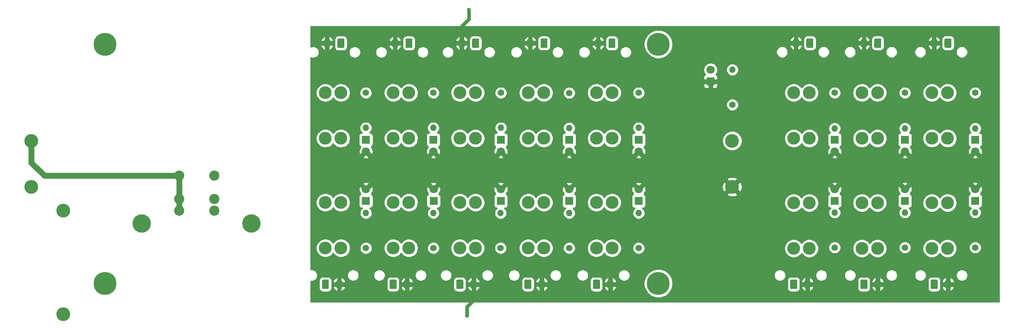
<source format=gbr>
G04 #@! TF.GenerationSoftware,KiCad,Pcbnew,(5.1.5)-3*
G04 #@! TF.CreationDate,2021-01-10T22:08:32-06:00*
G04 #@! TF.ProjectId,Power-Primary,506f7765-722d-4507-9269-6d6172792e6b,rev?*
G04 #@! TF.SameCoordinates,Original*
G04 #@! TF.FileFunction,Copper,L2,Bot*
G04 #@! TF.FilePolarity,Positive*
%FSLAX46Y46*%
G04 Gerber Fmt 4.6, Leading zero omitted, Abs format (unit mm)*
G04 Created by KiCad (PCBNEW (5.1.5)-3) date 2021-01-10 22:08:32*
%MOMM*%
%LPD*%
G04 APERTURE LIST*
%ADD10O,1.500000X2.020000*%
%ADD11C,0.100000*%
%ADD12C,3.000000*%
%ADD13C,5.000000*%
%ADD14O,1.400000X1.400000*%
%ADD15C,1.400000*%
%ADD16C,2.780000*%
%ADD17C,1.800000*%
%ADD18R,1.800000X1.800000*%
%ADD19C,4.000000*%
%ADD20C,2.200000*%
%ADD21C,0.800000*%
%ADD22C,0.800000*%
%ADD23C,1.250000*%
%ADD24C,0.254000*%
G04 APERTURE END LIST*
D10*
X192270000Y-66040000D03*
G04 #@! TA.AperFunction,ComponentPad*
D11*
G36*
X195794504Y-65031204D02*
G01*
X195818773Y-65034804D01*
X195842571Y-65040765D01*
X195865671Y-65049030D01*
X195887849Y-65059520D01*
X195908893Y-65072133D01*
X195928598Y-65086747D01*
X195946777Y-65103223D01*
X195963253Y-65121402D01*
X195977867Y-65141107D01*
X195990480Y-65162151D01*
X196000970Y-65184329D01*
X196009235Y-65207429D01*
X196015196Y-65231227D01*
X196018796Y-65255496D01*
X196020000Y-65280000D01*
X196020000Y-66800000D01*
X196018796Y-66824504D01*
X196015196Y-66848773D01*
X196009235Y-66872571D01*
X196000970Y-66895671D01*
X195990480Y-66917849D01*
X195977867Y-66938893D01*
X195963253Y-66958598D01*
X195946777Y-66976777D01*
X195928598Y-66993253D01*
X195908893Y-67007867D01*
X195887849Y-67020480D01*
X195865671Y-67030970D01*
X195842571Y-67039235D01*
X195818773Y-67045196D01*
X195794504Y-67048796D01*
X195770000Y-67050000D01*
X194770000Y-67050000D01*
X194745496Y-67048796D01*
X194721227Y-67045196D01*
X194697429Y-67039235D01*
X194674329Y-67030970D01*
X194652151Y-67020480D01*
X194631107Y-67007867D01*
X194611402Y-66993253D01*
X194593223Y-66976777D01*
X194576747Y-66958598D01*
X194562133Y-66938893D01*
X194549520Y-66917849D01*
X194539030Y-66895671D01*
X194530765Y-66872571D01*
X194524804Y-66848773D01*
X194521204Y-66824504D01*
X194520000Y-66800000D01*
X194520000Y-65280000D01*
X194521204Y-65255496D01*
X194524804Y-65231227D01*
X194530765Y-65207429D01*
X194539030Y-65184329D01*
X194549520Y-65162151D01*
X194562133Y-65141107D01*
X194576747Y-65121402D01*
X194593223Y-65103223D01*
X194611402Y-65086747D01*
X194631107Y-65072133D01*
X194652151Y-65059520D01*
X194674329Y-65049030D01*
X194697429Y-65040765D01*
X194721227Y-65034804D01*
X194745496Y-65031204D01*
X194770000Y-65030000D01*
X195770000Y-65030000D01*
X195794504Y-65031204D01*
G37*
G04 #@! TD.AperFunction*
D10*
X207002000Y-66040000D03*
G04 #@! TA.AperFunction,ComponentPad*
D11*
G36*
X210526504Y-65031204D02*
G01*
X210550773Y-65034804D01*
X210574571Y-65040765D01*
X210597671Y-65049030D01*
X210619849Y-65059520D01*
X210640893Y-65072133D01*
X210660598Y-65086747D01*
X210678777Y-65103223D01*
X210695253Y-65121402D01*
X210709867Y-65141107D01*
X210722480Y-65162151D01*
X210732970Y-65184329D01*
X210741235Y-65207429D01*
X210747196Y-65231227D01*
X210750796Y-65255496D01*
X210752000Y-65280000D01*
X210752000Y-66800000D01*
X210750796Y-66824504D01*
X210747196Y-66848773D01*
X210741235Y-66872571D01*
X210732970Y-66895671D01*
X210722480Y-66917849D01*
X210709867Y-66938893D01*
X210695253Y-66958598D01*
X210678777Y-66976777D01*
X210660598Y-66993253D01*
X210640893Y-67007867D01*
X210619849Y-67020480D01*
X210597671Y-67030970D01*
X210574571Y-67039235D01*
X210550773Y-67045196D01*
X210526504Y-67048796D01*
X210502000Y-67050000D01*
X209502000Y-67050000D01*
X209477496Y-67048796D01*
X209453227Y-67045196D01*
X209429429Y-67039235D01*
X209406329Y-67030970D01*
X209384151Y-67020480D01*
X209363107Y-67007867D01*
X209343402Y-66993253D01*
X209325223Y-66976777D01*
X209308747Y-66958598D01*
X209294133Y-66938893D01*
X209281520Y-66917849D01*
X209271030Y-66895671D01*
X209262765Y-66872571D01*
X209256804Y-66848773D01*
X209253204Y-66824504D01*
X209252000Y-66800000D01*
X209252000Y-65280000D01*
X209253204Y-65255496D01*
X209256804Y-65231227D01*
X209262765Y-65207429D01*
X209271030Y-65184329D01*
X209281520Y-65162151D01*
X209294133Y-65141107D01*
X209308747Y-65121402D01*
X209325223Y-65103223D01*
X209343402Y-65086747D01*
X209363107Y-65072133D01*
X209384151Y-65059520D01*
X209406329Y-65049030D01*
X209429429Y-65040765D01*
X209453227Y-65034804D01*
X209477496Y-65031204D01*
X209502000Y-65030000D01*
X210502000Y-65030000D01*
X210526504Y-65031204D01*
G37*
G04 #@! TD.AperFunction*
D10*
X222234000Y-66040000D03*
G04 #@! TA.AperFunction,ComponentPad*
D11*
G36*
X225758504Y-65031204D02*
G01*
X225782773Y-65034804D01*
X225806571Y-65040765D01*
X225829671Y-65049030D01*
X225851849Y-65059520D01*
X225872893Y-65072133D01*
X225892598Y-65086747D01*
X225910777Y-65103223D01*
X225927253Y-65121402D01*
X225941867Y-65141107D01*
X225954480Y-65162151D01*
X225964970Y-65184329D01*
X225973235Y-65207429D01*
X225979196Y-65231227D01*
X225982796Y-65255496D01*
X225984000Y-65280000D01*
X225984000Y-66800000D01*
X225982796Y-66824504D01*
X225979196Y-66848773D01*
X225973235Y-66872571D01*
X225964970Y-66895671D01*
X225954480Y-66917849D01*
X225941867Y-66938893D01*
X225927253Y-66958598D01*
X225910777Y-66976777D01*
X225892598Y-66993253D01*
X225872893Y-67007867D01*
X225851849Y-67020480D01*
X225829671Y-67030970D01*
X225806571Y-67039235D01*
X225782773Y-67045196D01*
X225758504Y-67048796D01*
X225734000Y-67050000D01*
X224734000Y-67050000D01*
X224709496Y-67048796D01*
X224685227Y-67045196D01*
X224661429Y-67039235D01*
X224638329Y-67030970D01*
X224616151Y-67020480D01*
X224595107Y-67007867D01*
X224575402Y-66993253D01*
X224557223Y-66976777D01*
X224540747Y-66958598D01*
X224526133Y-66938893D01*
X224513520Y-66917849D01*
X224503030Y-66895671D01*
X224494765Y-66872571D01*
X224488804Y-66848773D01*
X224485204Y-66824504D01*
X224484000Y-66800000D01*
X224484000Y-65280000D01*
X224485204Y-65255496D01*
X224488804Y-65231227D01*
X224494765Y-65207429D01*
X224503030Y-65184329D01*
X224513520Y-65162151D01*
X224526133Y-65141107D01*
X224540747Y-65121402D01*
X224557223Y-65103223D01*
X224575402Y-65086747D01*
X224595107Y-65072133D01*
X224616151Y-65059520D01*
X224638329Y-65049030D01*
X224661429Y-65040765D01*
X224685227Y-65034804D01*
X224709496Y-65031204D01*
X224734000Y-65030000D01*
X225734000Y-65030000D01*
X225758504Y-65031204D01*
G37*
G04 #@! TD.AperFunction*
D10*
X225250000Y-118491000D03*
G04 #@! TA.AperFunction,ComponentPad*
D11*
G36*
X222774504Y-117482204D02*
G01*
X222798773Y-117485804D01*
X222822571Y-117491765D01*
X222845671Y-117500030D01*
X222867849Y-117510520D01*
X222888893Y-117523133D01*
X222908598Y-117537747D01*
X222926777Y-117554223D01*
X222943253Y-117572402D01*
X222957867Y-117592107D01*
X222970480Y-117613151D01*
X222980970Y-117635329D01*
X222989235Y-117658429D01*
X222995196Y-117682227D01*
X222998796Y-117706496D01*
X223000000Y-117731000D01*
X223000000Y-119251000D01*
X222998796Y-119275504D01*
X222995196Y-119299773D01*
X222989235Y-119323571D01*
X222980970Y-119346671D01*
X222970480Y-119368849D01*
X222957867Y-119389893D01*
X222943253Y-119409598D01*
X222926777Y-119427777D01*
X222908598Y-119444253D01*
X222888893Y-119458867D01*
X222867849Y-119471480D01*
X222845671Y-119481970D01*
X222822571Y-119490235D01*
X222798773Y-119496196D01*
X222774504Y-119499796D01*
X222750000Y-119501000D01*
X221750000Y-119501000D01*
X221725496Y-119499796D01*
X221701227Y-119496196D01*
X221677429Y-119490235D01*
X221654329Y-119481970D01*
X221632151Y-119471480D01*
X221611107Y-119458867D01*
X221591402Y-119444253D01*
X221573223Y-119427777D01*
X221556747Y-119409598D01*
X221542133Y-119389893D01*
X221529520Y-119368849D01*
X221519030Y-119346671D01*
X221510765Y-119323571D01*
X221504804Y-119299773D01*
X221501204Y-119275504D01*
X221500000Y-119251000D01*
X221500000Y-117731000D01*
X221501204Y-117706496D01*
X221504804Y-117682227D01*
X221510765Y-117658429D01*
X221519030Y-117635329D01*
X221529520Y-117613151D01*
X221542133Y-117592107D01*
X221556747Y-117572402D01*
X221573223Y-117554223D01*
X221591402Y-117537747D01*
X221611107Y-117523133D01*
X221632151Y-117510520D01*
X221654329Y-117500030D01*
X221677429Y-117491765D01*
X221701227Y-117485804D01*
X221725496Y-117482204D01*
X221750000Y-117481000D01*
X222750000Y-117481000D01*
X222774504Y-117482204D01*
G37*
G04 #@! TD.AperFunction*
D10*
X210010000Y-118491000D03*
G04 #@! TA.AperFunction,ComponentPad*
D11*
G36*
X207534504Y-117482204D02*
G01*
X207558773Y-117485804D01*
X207582571Y-117491765D01*
X207605671Y-117500030D01*
X207627849Y-117510520D01*
X207648893Y-117523133D01*
X207668598Y-117537747D01*
X207686777Y-117554223D01*
X207703253Y-117572402D01*
X207717867Y-117592107D01*
X207730480Y-117613151D01*
X207740970Y-117635329D01*
X207749235Y-117658429D01*
X207755196Y-117682227D01*
X207758796Y-117706496D01*
X207760000Y-117731000D01*
X207760000Y-119251000D01*
X207758796Y-119275504D01*
X207755196Y-119299773D01*
X207749235Y-119323571D01*
X207740970Y-119346671D01*
X207730480Y-119368849D01*
X207717867Y-119389893D01*
X207703253Y-119409598D01*
X207686777Y-119427777D01*
X207668598Y-119444253D01*
X207648893Y-119458867D01*
X207627849Y-119471480D01*
X207605671Y-119481970D01*
X207582571Y-119490235D01*
X207558773Y-119496196D01*
X207534504Y-119499796D01*
X207510000Y-119501000D01*
X206510000Y-119501000D01*
X206485496Y-119499796D01*
X206461227Y-119496196D01*
X206437429Y-119490235D01*
X206414329Y-119481970D01*
X206392151Y-119471480D01*
X206371107Y-119458867D01*
X206351402Y-119444253D01*
X206333223Y-119427777D01*
X206316747Y-119409598D01*
X206302133Y-119389893D01*
X206289520Y-119368849D01*
X206279030Y-119346671D01*
X206270765Y-119323571D01*
X206264804Y-119299773D01*
X206261204Y-119275504D01*
X206260000Y-119251000D01*
X206260000Y-117731000D01*
X206261204Y-117706496D01*
X206264804Y-117682227D01*
X206270765Y-117658429D01*
X206279030Y-117635329D01*
X206289520Y-117613151D01*
X206302133Y-117592107D01*
X206316747Y-117572402D01*
X206333223Y-117554223D01*
X206351402Y-117537747D01*
X206371107Y-117523133D01*
X206392151Y-117510520D01*
X206414329Y-117500030D01*
X206437429Y-117491765D01*
X206461227Y-117485804D01*
X206485496Y-117482204D01*
X206510000Y-117481000D01*
X207510000Y-117481000D01*
X207534504Y-117482204D01*
G37*
G04 #@! TD.AperFunction*
D10*
X194770000Y-118491000D03*
G04 #@! TA.AperFunction,ComponentPad*
D11*
G36*
X192294504Y-117482204D02*
G01*
X192318773Y-117485804D01*
X192342571Y-117491765D01*
X192365671Y-117500030D01*
X192387849Y-117510520D01*
X192408893Y-117523133D01*
X192428598Y-117537747D01*
X192446777Y-117554223D01*
X192463253Y-117572402D01*
X192477867Y-117592107D01*
X192490480Y-117613151D01*
X192500970Y-117635329D01*
X192509235Y-117658429D01*
X192515196Y-117682227D01*
X192518796Y-117706496D01*
X192520000Y-117731000D01*
X192520000Y-119251000D01*
X192518796Y-119275504D01*
X192515196Y-119299773D01*
X192509235Y-119323571D01*
X192500970Y-119346671D01*
X192490480Y-119368849D01*
X192477867Y-119389893D01*
X192463253Y-119409598D01*
X192446777Y-119427777D01*
X192428598Y-119444253D01*
X192408893Y-119458867D01*
X192387849Y-119471480D01*
X192365671Y-119481970D01*
X192342571Y-119490235D01*
X192318773Y-119496196D01*
X192294504Y-119499796D01*
X192270000Y-119501000D01*
X191270000Y-119501000D01*
X191245496Y-119499796D01*
X191221227Y-119496196D01*
X191197429Y-119490235D01*
X191174329Y-119481970D01*
X191152151Y-119471480D01*
X191131107Y-119458867D01*
X191111402Y-119444253D01*
X191093223Y-119427777D01*
X191076747Y-119409598D01*
X191062133Y-119389893D01*
X191049520Y-119368849D01*
X191039030Y-119346671D01*
X191030765Y-119323571D01*
X191024804Y-119299773D01*
X191021204Y-119275504D01*
X191020000Y-119251000D01*
X191020000Y-117731000D01*
X191021204Y-117706496D01*
X191024804Y-117682227D01*
X191030765Y-117658429D01*
X191039030Y-117635329D01*
X191049520Y-117613151D01*
X191062133Y-117592107D01*
X191076747Y-117572402D01*
X191093223Y-117554223D01*
X191111402Y-117537747D01*
X191131107Y-117523133D01*
X191152151Y-117510520D01*
X191174329Y-117500030D01*
X191197429Y-117491765D01*
X191221227Y-117485804D01*
X191245496Y-117482204D01*
X191270000Y-117481000D01*
X192270000Y-117481000D01*
X192294504Y-117482204D01*
G37*
G04 #@! TD.AperFunction*
D10*
X90573600Y-66065400D03*
G04 #@! TA.AperFunction,ComponentPad*
D11*
G36*
X94098104Y-65056604D02*
G01*
X94122373Y-65060204D01*
X94146171Y-65066165D01*
X94169271Y-65074430D01*
X94191449Y-65084920D01*
X94212493Y-65097533D01*
X94232198Y-65112147D01*
X94250377Y-65128623D01*
X94266853Y-65146802D01*
X94281467Y-65166507D01*
X94294080Y-65187551D01*
X94304570Y-65209729D01*
X94312835Y-65232829D01*
X94318796Y-65256627D01*
X94322396Y-65280896D01*
X94323600Y-65305400D01*
X94323600Y-66825400D01*
X94322396Y-66849904D01*
X94318796Y-66874173D01*
X94312835Y-66897971D01*
X94304570Y-66921071D01*
X94294080Y-66943249D01*
X94281467Y-66964293D01*
X94266853Y-66983998D01*
X94250377Y-67002177D01*
X94232198Y-67018653D01*
X94212493Y-67033267D01*
X94191449Y-67045880D01*
X94169271Y-67056370D01*
X94146171Y-67064635D01*
X94122373Y-67070596D01*
X94098104Y-67074196D01*
X94073600Y-67075400D01*
X93073600Y-67075400D01*
X93049096Y-67074196D01*
X93024827Y-67070596D01*
X93001029Y-67064635D01*
X92977929Y-67056370D01*
X92955751Y-67045880D01*
X92934707Y-67033267D01*
X92915002Y-67018653D01*
X92896823Y-67002177D01*
X92880347Y-66983998D01*
X92865733Y-66964293D01*
X92853120Y-66943249D01*
X92842630Y-66921071D01*
X92834365Y-66897971D01*
X92828404Y-66874173D01*
X92824804Y-66849904D01*
X92823600Y-66825400D01*
X92823600Y-65305400D01*
X92824804Y-65280896D01*
X92828404Y-65256627D01*
X92834365Y-65232829D01*
X92842630Y-65209729D01*
X92853120Y-65187551D01*
X92865733Y-65166507D01*
X92880347Y-65146802D01*
X92896823Y-65128623D01*
X92915002Y-65112147D01*
X92934707Y-65097533D01*
X92955751Y-65084920D01*
X92977929Y-65074430D01*
X93001029Y-65066165D01*
X93024827Y-65060204D01*
X93049096Y-65056604D01*
X93073600Y-65055400D01*
X94073600Y-65055400D01*
X94098104Y-65056604D01*
G37*
G04 #@! TD.AperFunction*
D10*
X105331000Y-66065400D03*
G04 #@! TA.AperFunction,ComponentPad*
D11*
G36*
X108855504Y-65056604D02*
G01*
X108879773Y-65060204D01*
X108903571Y-65066165D01*
X108926671Y-65074430D01*
X108948849Y-65084920D01*
X108969893Y-65097533D01*
X108989598Y-65112147D01*
X109007777Y-65128623D01*
X109024253Y-65146802D01*
X109038867Y-65166507D01*
X109051480Y-65187551D01*
X109061970Y-65209729D01*
X109070235Y-65232829D01*
X109076196Y-65256627D01*
X109079796Y-65280896D01*
X109081000Y-65305400D01*
X109081000Y-66825400D01*
X109079796Y-66849904D01*
X109076196Y-66874173D01*
X109070235Y-66897971D01*
X109061970Y-66921071D01*
X109051480Y-66943249D01*
X109038867Y-66964293D01*
X109024253Y-66983998D01*
X109007777Y-67002177D01*
X108989598Y-67018653D01*
X108969893Y-67033267D01*
X108948849Y-67045880D01*
X108926671Y-67056370D01*
X108903571Y-67064635D01*
X108879773Y-67070596D01*
X108855504Y-67074196D01*
X108831000Y-67075400D01*
X107831000Y-67075400D01*
X107806496Y-67074196D01*
X107782227Y-67070596D01*
X107758429Y-67064635D01*
X107735329Y-67056370D01*
X107713151Y-67045880D01*
X107692107Y-67033267D01*
X107672402Y-67018653D01*
X107654223Y-67002177D01*
X107637747Y-66983998D01*
X107623133Y-66964293D01*
X107610520Y-66943249D01*
X107600030Y-66921071D01*
X107591765Y-66897971D01*
X107585804Y-66874173D01*
X107582204Y-66849904D01*
X107581000Y-66825400D01*
X107581000Y-65305400D01*
X107582204Y-65280896D01*
X107585804Y-65256627D01*
X107591765Y-65232829D01*
X107600030Y-65209729D01*
X107610520Y-65187551D01*
X107623133Y-65166507D01*
X107637747Y-65146802D01*
X107654223Y-65128623D01*
X107672402Y-65112147D01*
X107692107Y-65097533D01*
X107713151Y-65084920D01*
X107735329Y-65074430D01*
X107758429Y-65066165D01*
X107782227Y-65060204D01*
X107806496Y-65056604D01*
X107831000Y-65055400D01*
X108831000Y-65055400D01*
X108855504Y-65056604D01*
G37*
G04 #@! TD.AperFunction*
D10*
X119783600Y-66065400D03*
G04 #@! TA.AperFunction,ComponentPad*
D11*
G36*
X123308104Y-65056604D02*
G01*
X123332373Y-65060204D01*
X123356171Y-65066165D01*
X123379271Y-65074430D01*
X123401449Y-65084920D01*
X123422493Y-65097533D01*
X123442198Y-65112147D01*
X123460377Y-65128623D01*
X123476853Y-65146802D01*
X123491467Y-65166507D01*
X123504080Y-65187551D01*
X123514570Y-65209729D01*
X123522835Y-65232829D01*
X123528796Y-65256627D01*
X123532396Y-65280896D01*
X123533600Y-65305400D01*
X123533600Y-66825400D01*
X123532396Y-66849904D01*
X123528796Y-66874173D01*
X123522835Y-66897971D01*
X123514570Y-66921071D01*
X123504080Y-66943249D01*
X123491467Y-66964293D01*
X123476853Y-66983998D01*
X123460377Y-67002177D01*
X123442198Y-67018653D01*
X123422493Y-67033267D01*
X123401449Y-67045880D01*
X123379271Y-67056370D01*
X123356171Y-67064635D01*
X123332373Y-67070596D01*
X123308104Y-67074196D01*
X123283600Y-67075400D01*
X122283600Y-67075400D01*
X122259096Y-67074196D01*
X122234827Y-67070596D01*
X122211029Y-67064635D01*
X122187929Y-67056370D01*
X122165751Y-67045880D01*
X122144707Y-67033267D01*
X122125002Y-67018653D01*
X122106823Y-67002177D01*
X122090347Y-66983998D01*
X122075733Y-66964293D01*
X122063120Y-66943249D01*
X122052630Y-66921071D01*
X122044365Y-66897971D01*
X122038404Y-66874173D01*
X122034804Y-66849904D01*
X122033600Y-66825400D01*
X122033600Y-65305400D01*
X122034804Y-65280896D01*
X122038404Y-65256627D01*
X122044365Y-65232829D01*
X122052630Y-65209729D01*
X122063120Y-65187551D01*
X122075733Y-65166507D01*
X122090347Y-65146802D01*
X122106823Y-65128623D01*
X122125002Y-65112147D01*
X122144707Y-65097533D01*
X122165751Y-65084920D01*
X122187929Y-65074430D01*
X122211029Y-65066165D01*
X122234827Y-65060204D01*
X122259096Y-65056604D01*
X122283600Y-65055400D01*
X123283600Y-65055400D01*
X123308104Y-65056604D01*
G37*
G04 #@! TD.AperFunction*
D10*
X134617200Y-66065400D03*
G04 #@! TA.AperFunction,ComponentPad*
D11*
G36*
X138141704Y-65056604D02*
G01*
X138165973Y-65060204D01*
X138189771Y-65066165D01*
X138212871Y-65074430D01*
X138235049Y-65084920D01*
X138256093Y-65097533D01*
X138275798Y-65112147D01*
X138293977Y-65128623D01*
X138310453Y-65146802D01*
X138325067Y-65166507D01*
X138337680Y-65187551D01*
X138348170Y-65209729D01*
X138356435Y-65232829D01*
X138362396Y-65256627D01*
X138365996Y-65280896D01*
X138367200Y-65305400D01*
X138367200Y-66825400D01*
X138365996Y-66849904D01*
X138362396Y-66874173D01*
X138356435Y-66897971D01*
X138348170Y-66921071D01*
X138337680Y-66943249D01*
X138325067Y-66964293D01*
X138310453Y-66983998D01*
X138293977Y-67002177D01*
X138275798Y-67018653D01*
X138256093Y-67033267D01*
X138235049Y-67045880D01*
X138212871Y-67056370D01*
X138189771Y-67064635D01*
X138165973Y-67070596D01*
X138141704Y-67074196D01*
X138117200Y-67075400D01*
X137117200Y-67075400D01*
X137092696Y-67074196D01*
X137068427Y-67070596D01*
X137044629Y-67064635D01*
X137021529Y-67056370D01*
X136999351Y-67045880D01*
X136978307Y-67033267D01*
X136958602Y-67018653D01*
X136940423Y-67002177D01*
X136923947Y-66983998D01*
X136909333Y-66964293D01*
X136896720Y-66943249D01*
X136886230Y-66921071D01*
X136877965Y-66897971D01*
X136872004Y-66874173D01*
X136868404Y-66849904D01*
X136867200Y-66825400D01*
X136867200Y-65305400D01*
X136868404Y-65280896D01*
X136872004Y-65256627D01*
X136877965Y-65232829D01*
X136886230Y-65209729D01*
X136896720Y-65187551D01*
X136909333Y-65166507D01*
X136923947Y-65146802D01*
X136940423Y-65128623D01*
X136958602Y-65112147D01*
X136978307Y-65097533D01*
X136999351Y-65084920D01*
X137021529Y-65074430D01*
X137044629Y-65066165D01*
X137068427Y-65060204D01*
X137092696Y-65056604D01*
X137117200Y-65055400D01*
X138117200Y-65055400D01*
X138141704Y-65056604D01*
G37*
G04 #@! TD.AperFunction*
D10*
X149349200Y-66065400D03*
G04 #@! TA.AperFunction,ComponentPad*
D11*
G36*
X152873704Y-65056604D02*
G01*
X152897973Y-65060204D01*
X152921771Y-65066165D01*
X152944871Y-65074430D01*
X152967049Y-65084920D01*
X152988093Y-65097533D01*
X153007798Y-65112147D01*
X153025977Y-65128623D01*
X153042453Y-65146802D01*
X153057067Y-65166507D01*
X153069680Y-65187551D01*
X153080170Y-65209729D01*
X153088435Y-65232829D01*
X153094396Y-65256627D01*
X153097996Y-65280896D01*
X153099200Y-65305400D01*
X153099200Y-66825400D01*
X153097996Y-66849904D01*
X153094396Y-66874173D01*
X153088435Y-66897971D01*
X153080170Y-66921071D01*
X153069680Y-66943249D01*
X153057067Y-66964293D01*
X153042453Y-66983998D01*
X153025977Y-67002177D01*
X153007798Y-67018653D01*
X152988093Y-67033267D01*
X152967049Y-67045880D01*
X152944871Y-67056370D01*
X152921771Y-67064635D01*
X152897973Y-67070596D01*
X152873704Y-67074196D01*
X152849200Y-67075400D01*
X151849200Y-67075400D01*
X151824696Y-67074196D01*
X151800427Y-67070596D01*
X151776629Y-67064635D01*
X151753529Y-67056370D01*
X151731351Y-67045880D01*
X151710307Y-67033267D01*
X151690602Y-67018653D01*
X151672423Y-67002177D01*
X151655947Y-66983998D01*
X151641333Y-66964293D01*
X151628720Y-66943249D01*
X151618230Y-66921071D01*
X151609965Y-66897971D01*
X151604004Y-66874173D01*
X151600404Y-66849904D01*
X151599200Y-66825400D01*
X151599200Y-65305400D01*
X151600404Y-65280896D01*
X151604004Y-65256627D01*
X151609965Y-65232829D01*
X151618230Y-65209729D01*
X151628720Y-65187551D01*
X151641333Y-65166507D01*
X151655947Y-65146802D01*
X151672423Y-65128623D01*
X151690602Y-65112147D01*
X151710307Y-65097533D01*
X151731351Y-65084920D01*
X151753529Y-65074430D01*
X151776629Y-65066165D01*
X151800427Y-65060204D01*
X151824696Y-65056604D01*
X151849200Y-65055400D01*
X152849200Y-65055400D01*
X152873704Y-65056604D01*
G37*
G04 #@! TD.AperFunction*
D10*
X151996400Y-118491000D03*
G04 #@! TA.AperFunction,ComponentPad*
D11*
G36*
X149520904Y-117482204D02*
G01*
X149545173Y-117485804D01*
X149568971Y-117491765D01*
X149592071Y-117500030D01*
X149614249Y-117510520D01*
X149635293Y-117523133D01*
X149654998Y-117537747D01*
X149673177Y-117554223D01*
X149689653Y-117572402D01*
X149704267Y-117592107D01*
X149716880Y-117613151D01*
X149727370Y-117635329D01*
X149735635Y-117658429D01*
X149741596Y-117682227D01*
X149745196Y-117706496D01*
X149746400Y-117731000D01*
X149746400Y-119251000D01*
X149745196Y-119275504D01*
X149741596Y-119299773D01*
X149735635Y-119323571D01*
X149727370Y-119346671D01*
X149716880Y-119368849D01*
X149704267Y-119389893D01*
X149689653Y-119409598D01*
X149673177Y-119427777D01*
X149654998Y-119444253D01*
X149635293Y-119458867D01*
X149614249Y-119471480D01*
X149592071Y-119481970D01*
X149568971Y-119490235D01*
X149545173Y-119496196D01*
X149520904Y-119499796D01*
X149496400Y-119501000D01*
X148496400Y-119501000D01*
X148471896Y-119499796D01*
X148447627Y-119496196D01*
X148423829Y-119490235D01*
X148400729Y-119481970D01*
X148378551Y-119471480D01*
X148357507Y-119458867D01*
X148337802Y-119444253D01*
X148319623Y-119427777D01*
X148303147Y-119409598D01*
X148288533Y-119389893D01*
X148275920Y-119368849D01*
X148265430Y-119346671D01*
X148257165Y-119323571D01*
X148251204Y-119299773D01*
X148247604Y-119275504D01*
X148246400Y-119251000D01*
X148246400Y-117731000D01*
X148247604Y-117706496D01*
X148251204Y-117682227D01*
X148257165Y-117658429D01*
X148265430Y-117635329D01*
X148275920Y-117613151D01*
X148288533Y-117592107D01*
X148303147Y-117572402D01*
X148319623Y-117554223D01*
X148337802Y-117537747D01*
X148357507Y-117523133D01*
X148378551Y-117510520D01*
X148400729Y-117500030D01*
X148423829Y-117491765D01*
X148447627Y-117485804D01*
X148471896Y-117482204D01*
X148496400Y-117481000D01*
X149496400Y-117481000D01*
X149520904Y-117482204D01*
G37*
G04 #@! TD.AperFunction*
D10*
X137137400Y-118491000D03*
G04 #@! TA.AperFunction,ComponentPad*
D11*
G36*
X134661904Y-117482204D02*
G01*
X134686173Y-117485804D01*
X134709971Y-117491765D01*
X134733071Y-117500030D01*
X134755249Y-117510520D01*
X134776293Y-117523133D01*
X134795998Y-117537747D01*
X134814177Y-117554223D01*
X134830653Y-117572402D01*
X134845267Y-117592107D01*
X134857880Y-117613151D01*
X134868370Y-117635329D01*
X134876635Y-117658429D01*
X134882596Y-117682227D01*
X134886196Y-117706496D01*
X134887400Y-117731000D01*
X134887400Y-119251000D01*
X134886196Y-119275504D01*
X134882596Y-119299773D01*
X134876635Y-119323571D01*
X134868370Y-119346671D01*
X134857880Y-119368849D01*
X134845267Y-119389893D01*
X134830653Y-119409598D01*
X134814177Y-119427777D01*
X134795998Y-119444253D01*
X134776293Y-119458867D01*
X134755249Y-119471480D01*
X134733071Y-119481970D01*
X134709971Y-119490235D01*
X134686173Y-119496196D01*
X134661904Y-119499796D01*
X134637400Y-119501000D01*
X133637400Y-119501000D01*
X133612896Y-119499796D01*
X133588627Y-119496196D01*
X133564829Y-119490235D01*
X133541729Y-119481970D01*
X133519551Y-119471480D01*
X133498507Y-119458867D01*
X133478802Y-119444253D01*
X133460623Y-119427777D01*
X133444147Y-119409598D01*
X133429533Y-119389893D01*
X133416920Y-119368849D01*
X133406430Y-119346671D01*
X133398165Y-119323571D01*
X133392204Y-119299773D01*
X133388604Y-119275504D01*
X133387400Y-119251000D01*
X133387400Y-117731000D01*
X133388604Y-117706496D01*
X133392204Y-117682227D01*
X133398165Y-117658429D01*
X133406430Y-117635329D01*
X133416920Y-117613151D01*
X133429533Y-117592107D01*
X133444147Y-117572402D01*
X133460623Y-117554223D01*
X133478802Y-117537747D01*
X133498507Y-117523133D01*
X133519551Y-117510520D01*
X133541729Y-117500030D01*
X133564829Y-117491765D01*
X133588627Y-117485804D01*
X133612896Y-117482204D01*
X133637400Y-117481000D01*
X134637400Y-117481000D01*
X134661904Y-117482204D01*
G37*
G04 #@! TD.AperFunction*
D10*
X122354600Y-118491000D03*
G04 #@! TA.AperFunction,ComponentPad*
D11*
G36*
X119879104Y-117482204D02*
G01*
X119903373Y-117485804D01*
X119927171Y-117491765D01*
X119950271Y-117500030D01*
X119972449Y-117510520D01*
X119993493Y-117523133D01*
X120013198Y-117537747D01*
X120031377Y-117554223D01*
X120047853Y-117572402D01*
X120062467Y-117592107D01*
X120075080Y-117613151D01*
X120085570Y-117635329D01*
X120093835Y-117658429D01*
X120099796Y-117682227D01*
X120103396Y-117706496D01*
X120104600Y-117731000D01*
X120104600Y-119251000D01*
X120103396Y-119275504D01*
X120099796Y-119299773D01*
X120093835Y-119323571D01*
X120085570Y-119346671D01*
X120075080Y-119368849D01*
X120062467Y-119389893D01*
X120047853Y-119409598D01*
X120031377Y-119427777D01*
X120013198Y-119444253D01*
X119993493Y-119458867D01*
X119972449Y-119471480D01*
X119950271Y-119481970D01*
X119927171Y-119490235D01*
X119903373Y-119496196D01*
X119879104Y-119499796D01*
X119854600Y-119501000D01*
X118854600Y-119501000D01*
X118830096Y-119499796D01*
X118805827Y-119496196D01*
X118782029Y-119490235D01*
X118758929Y-119481970D01*
X118736751Y-119471480D01*
X118715707Y-119458867D01*
X118696002Y-119444253D01*
X118677823Y-119427777D01*
X118661347Y-119409598D01*
X118646733Y-119389893D01*
X118634120Y-119368849D01*
X118623630Y-119346671D01*
X118615365Y-119323571D01*
X118609404Y-119299773D01*
X118605804Y-119275504D01*
X118604600Y-119251000D01*
X118604600Y-117731000D01*
X118605804Y-117706496D01*
X118609404Y-117682227D01*
X118615365Y-117658429D01*
X118623630Y-117635329D01*
X118634120Y-117613151D01*
X118646733Y-117592107D01*
X118661347Y-117572402D01*
X118677823Y-117554223D01*
X118696002Y-117537747D01*
X118715707Y-117523133D01*
X118736751Y-117510520D01*
X118758929Y-117500030D01*
X118782029Y-117491765D01*
X118805827Y-117485804D01*
X118830096Y-117482204D01*
X118854600Y-117481000D01*
X119854600Y-117481000D01*
X119879104Y-117482204D01*
G37*
G04 #@! TD.AperFunction*
D10*
X107902000Y-118491000D03*
G04 #@! TA.AperFunction,ComponentPad*
D11*
G36*
X105426504Y-117482204D02*
G01*
X105450773Y-117485804D01*
X105474571Y-117491765D01*
X105497671Y-117500030D01*
X105519849Y-117510520D01*
X105540893Y-117523133D01*
X105560598Y-117537747D01*
X105578777Y-117554223D01*
X105595253Y-117572402D01*
X105609867Y-117592107D01*
X105622480Y-117613151D01*
X105632970Y-117635329D01*
X105641235Y-117658429D01*
X105647196Y-117682227D01*
X105650796Y-117706496D01*
X105652000Y-117731000D01*
X105652000Y-119251000D01*
X105650796Y-119275504D01*
X105647196Y-119299773D01*
X105641235Y-119323571D01*
X105632970Y-119346671D01*
X105622480Y-119368849D01*
X105609867Y-119389893D01*
X105595253Y-119409598D01*
X105578777Y-119427777D01*
X105560598Y-119444253D01*
X105540893Y-119458867D01*
X105519849Y-119471480D01*
X105497671Y-119481970D01*
X105474571Y-119490235D01*
X105450773Y-119496196D01*
X105426504Y-119499796D01*
X105402000Y-119501000D01*
X104402000Y-119501000D01*
X104377496Y-119499796D01*
X104353227Y-119496196D01*
X104329429Y-119490235D01*
X104306329Y-119481970D01*
X104284151Y-119471480D01*
X104263107Y-119458867D01*
X104243402Y-119444253D01*
X104225223Y-119427777D01*
X104208747Y-119409598D01*
X104194133Y-119389893D01*
X104181520Y-119368849D01*
X104171030Y-119346671D01*
X104162765Y-119323571D01*
X104156804Y-119299773D01*
X104153204Y-119275504D01*
X104152000Y-119251000D01*
X104152000Y-117731000D01*
X104153204Y-117706496D01*
X104156804Y-117682227D01*
X104162765Y-117658429D01*
X104171030Y-117635329D01*
X104181520Y-117613151D01*
X104194133Y-117592107D01*
X104208747Y-117572402D01*
X104225223Y-117554223D01*
X104243402Y-117537747D01*
X104263107Y-117523133D01*
X104284151Y-117510520D01*
X104306329Y-117500030D01*
X104329429Y-117491765D01*
X104353227Y-117485804D01*
X104377496Y-117482204D01*
X104402000Y-117481000D01*
X105402000Y-117481000D01*
X105426504Y-117482204D01*
G37*
G04 #@! TD.AperFunction*
D10*
X93220800Y-118491000D03*
G04 #@! TA.AperFunction,ComponentPad*
D11*
G36*
X90745304Y-117482204D02*
G01*
X90769573Y-117485804D01*
X90793371Y-117491765D01*
X90816471Y-117500030D01*
X90838649Y-117510520D01*
X90859693Y-117523133D01*
X90879398Y-117537747D01*
X90897577Y-117554223D01*
X90914053Y-117572402D01*
X90928667Y-117592107D01*
X90941280Y-117613151D01*
X90951770Y-117635329D01*
X90960035Y-117658429D01*
X90965996Y-117682227D01*
X90969596Y-117706496D01*
X90970800Y-117731000D01*
X90970800Y-119251000D01*
X90969596Y-119275504D01*
X90965996Y-119299773D01*
X90960035Y-119323571D01*
X90951770Y-119346671D01*
X90941280Y-119368849D01*
X90928667Y-119389893D01*
X90914053Y-119409598D01*
X90897577Y-119427777D01*
X90879398Y-119444253D01*
X90859693Y-119458867D01*
X90838649Y-119471480D01*
X90816471Y-119481970D01*
X90793371Y-119490235D01*
X90769573Y-119496196D01*
X90745304Y-119499796D01*
X90720800Y-119501000D01*
X89720800Y-119501000D01*
X89696296Y-119499796D01*
X89672027Y-119496196D01*
X89648229Y-119490235D01*
X89625129Y-119481970D01*
X89602951Y-119471480D01*
X89581907Y-119458867D01*
X89562202Y-119444253D01*
X89544023Y-119427777D01*
X89527547Y-119409598D01*
X89512933Y-119389893D01*
X89500320Y-119368849D01*
X89489830Y-119346671D01*
X89481565Y-119323571D01*
X89475604Y-119299773D01*
X89472004Y-119275504D01*
X89470800Y-119251000D01*
X89470800Y-117731000D01*
X89472004Y-117706496D01*
X89475604Y-117682227D01*
X89481565Y-117658429D01*
X89489830Y-117635329D01*
X89500320Y-117613151D01*
X89512933Y-117592107D01*
X89527547Y-117572402D01*
X89544023Y-117554223D01*
X89562202Y-117537747D01*
X89581907Y-117523133D01*
X89602951Y-117510520D01*
X89625129Y-117500030D01*
X89648229Y-117491765D01*
X89672027Y-117485804D01*
X89696296Y-117482204D01*
X89720800Y-117481000D01*
X90720800Y-117481000D01*
X90745304Y-117482204D01*
G37*
G04 #@! TD.AperFunction*
D12*
X178430200Y-97301000D03*
X178430200Y-87301000D03*
D13*
X162430200Y-118301000D03*
X42430200Y-66301000D03*
X42430200Y-118301000D03*
X162430200Y-66301000D03*
D12*
X26430200Y-97301000D03*
X26430200Y-87301000D03*
D14*
X200660000Y-84580400D03*
D15*
X200660000Y-76860400D03*
D14*
X215900000Y-84580400D03*
D15*
X215900000Y-76860400D03*
D14*
X231140000Y-84580400D03*
D15*
X231140000Y-76860400D03*
D14*
X231140000Y-102870000D03*
D15*
X231140000Y-110490000D03*
D14*
X215900000Y-102870000D03*
D15*
X215900000Y-110490000D03*
D14*
X200660000Y-102870000D03*
D15*
X200660000Y-110490000D03*
D16*
X195170000Y-76846400D03*
X191770000Y-76846400D03*
X195170000Y-86766400D03*
X191770000Y-86766400D03*
X209952600Y-76846400D03*
X206552600Y-76846400D03*
X209952600Y-86766400D03*
X206552600Y-86766400D03*
X225150000Y-76846400D03*
X221750000Y-76846400D03*
X225150000Y-86766400D03*
X221750000Y-86766400D03*
X221750000Y-110686400D03*
X225150000Y-110686400D03*
X221750000Y-100766400D03*
X225150000Y-100766400D03*
X206552600Y-110686400D03*
X209952600Y-110686400D03*
X206552600Y-100766400D03*
X209952600Y-100766400D03*
X195170000Y-100766400D03*
X191770000Y-100766400D03*
X195170000Y-110686400D03*
X191770000Y-110686400D03*
D17*
X200660000Y-89636600D03*
D18*
X200660000Y-87096600D03*
D17*
X215900000Y-89636600D03*
D18*
X215900000Y-87096600D03*
D17*
X231140000Y-89636600D03*
D18*
X231140000Y-87096600D03*
D17*
X231140000Y-97790000D03*
D18*
X231140000Y-100330000D03*
D17*
X215900000Y-97790000D03*
D18*
X215900000Y-100330000D03*
D17*
X200660000Y-97790000D03*
D18*
X200660000Y-100330000D03*
D19*
X74155880Y-105283920D03*
X50415880Y-105283920D03*
D20*
X66095880Y-102483920D03*
X66095880Y-99943920D03*
X58475880Y-102483920D03*
X58475880Y-99943920D03*
X66095880Y-94863920D03*
X58475880Y-94863920D03*
D14*
X99009200Y-102997000D03*
D15*
X99009200Y-110617000D03*
X113639600Y-110617000D03*
D14*
X113639600Y-102997000D03*
X128219200Y-102997000D03*
D15*
X128219200Y-110617000D03*
X143103600Y-110617000D03*
D14*
X143103600Y-102997000D03*
X158140400Y-102997000D03*
D15*
X158140400Y-110617000D03*
D14*
X158140400Y-84480400D03*
D15*
X158140400Y-76860400D03*
X143103600Y-76885800D03*
D14*
X143103600Y-84505800D03*
X128270000Y-84480400D03*
D15*
X128270000Y-76860400D03*
X113639600Y-76860400D03*
D14*
X113639600Y-84480400D03*
X98983800Y-84480400D03*
D15*
X98983800Y-76860400D03*
D16*
X122754600Y-76846400D03*
X119354600Y-76846400D03*
X122754600Y-86766400D03*
X119354600Y-86766400D03*
X108327400Y-76846400D03*
X104927400Y-76846400D03*
X108327400Y-86766400D03*
X104927400Y-86766400D03*
D18*
X99009200Y-87096600D03*
D17*
X99009200Y-89636600D03*
X99009200Y-97840800D03*
D18*
X99009200Y-100380800D03*
X113665000Y-100380800D03*
D17*
X113665000Y-97840800D03*
D18*
X128244600Y-100380800D03*
D17*
X128244600Y-97840800D03*
X143103600Y-97840800D03*
D18*
X143103600Y-100380800D03*
X158140400Y-100380800D03*
D17*
X158140400Y-97840800D03*
D18*
X158165800Y-87096600D03*
D17*
X158165800Y-89636600D03*
X143103600Y-89636600D03*
D18*
X143103600Y-87096600D03*
X128244600Y-87096600D03*
D17*
X128244600Y-89636600D03*
D18*
X113614200Y-87096600D03*
D17*
X113614200Y-89636600D03*
D16*
X93595400Y-100698300D03*
X90195400Y-100698300D03*
X93595400Y-110618300D03*
X90195400Y-110618300D03*
X108327400Y-100698300D03*
X104927400Y-100698300D03*
X108327400Y-110618300D03*
X104927400Y-110618300D03*
X119354600Y-110618300D03*
X122754600Y-110618300D03*
X119354600Y-100698300D03*
X122754600Y-100698300D03*
X137588400Y-100698300D03*
X134188400Y-100698300D03*
X137588400Y-110618300D03*
X134188400Y-110618300D03*
X152371000Y-100698300D03*
X148971000Y-100698300D03*
X152371000Y-110618300D03*
X148971000Y-110618300D03*
X152371000Y-76846400D03*
X148971000Y-76846400D03*
X152371000Y-86766400D03*
X148971000Y-86766400D03*
X137588400Y-76846400D03*
X134188400Y-76846400D03*
X137588400Y-86766400D03*
X134188400Y-86766400D03*
X93595400Y-76846400D03*
X90195400Y-76846400D03*
X93595400Y-86766400D03*
X90195400Y-86766400D03*
D18*
X173761400Y-74396600D03*
D17*
X173761400Y-71856600D03*
D15*
X178460400Y-79451200D03*
D14*
X178460400Y-71831200D03*
D12*
X33324800Y-102514400D03*
X33324800Y-125014400D03*
D21*
X121310400Y-58750200D03*
X120878600Y-125349000D03*
D22*
X120878600Y-125349000D02*
X120878600Y-124783315D01*
X120878600Y-124783315D02*
X120878600Y-123393200D01*
X120878600Y-123393200D02*
X122351800Y-121920000D01*
X121310400Y-58750200D02*
X121310400Y-60858400D01*
X121310400Y-60858400D02*
X119710200Y-62458600D01*
D23*
X58475880Y-94863920D02*
X58475880Y-99943920D01*
X58475880Y-99943920D02*
X58475880Y-102483920D01*
X26430200Y-92038400D02*
X26430200Y-87301000D01*
X58475880Y-94863920D02*
X29255720Y-94863920D01*
X29255720Y-94863920D02*
X26430200Y-92038400D01*
D24*
G36*
X236285474Y-122273000D02*
G01*
X87027000Y-122273000D01*
X87027000Y-117787332D01*
X87095716Y-117801000D01*
X87345884Y-117801000D01*
X87591245Y-117752195D01*
X87642414Y-117731000D01*
X88832728Y-117731000D01*
X88832728Y-119251000D01*
X88849792Y-119424254D01*
X88900328Y-119590850D01*
X88982395Y-119744386D01*
X89092838Y-119878962D01*
X89227414Y-119989405D01*
X89380950Y-120071472D01*
X89547546Y-120122008D01*
X89720800Y-120139072D01*
X90720800Y-120139072D01*
X90894054Y-120122008D01*
X91060650Y-120071472D01*
X91214186Y-119989405D01*
X91348762Y-119878962D01*
X91459205Y-119744386D01*
X91541272Y-119590850D01*
X91591808Y-119424254D01*
X91608872Y-119251000D01*
X91608872Y-119076878D01*
X91885636Y-119076878D01*
X91974866Y-119331094D01*
X92111977Y-119563017D01*
X92291699Y-119763735D01*
X92507126Y-119925534D01*
X92643736Y-120010056D01*
X92847800Y-119919144D01*
X92847800Y-118864000D01*
X93593800Y-118864000D01*
X93593800Y-119919144D01*
X93797864Y-120010056D01*
X93934474Y-119925534D01*
X94149901Y-119763735D01*
X94329623Y-119563017D01*
X94466734Y-119331094D01*
X94555964Y-119076878D01*
X94431754Y-118864000D01*
X93593800Y-118864000D01*
X92847800Y-118864000D01*
X92009846Y-118864000D01*
X91885636Y-119076878D01*
X91608872Y-119076878D01*
X91608872Y-117905122D01*
X91885636Y-117905122D01*
X92009846Y-118118000D01*
X92847800Y-118118000D01*
X92847800Y-117062856D01*
X93593800Y-117062856D01*
X93593800Y-118118000D01*
X94431754Y-118118000D01*
X94555964Y-117905122D01*
X94466734Y-117650906D01*
X94329623Y-117418983D01*
X94149901Y-117218265D01*
X93934474Y-117056466D01*
X93797864Y-116971944D01*
X93593800Y-117062856D01*
X92847800Y-117062856D01*
X92643736Y-116971944D01*
X92507126Y-117056466D01*
X92291699Y-117218265D01*
X92111977Y-117418983D01*
X91974866Y-117650906D01*
X91885636Y-117905122D01*
X91608872Y-117905122D01*
X91608872Y-117731000D01*
X91591808Y-117557746D01*
X91541272Y-117391150D01*
X91459205Y-117237614D01*
X91348762Y-117103038D01*
X91214186Y-116992595D01*
X91060650Y-116910528D01*
X90894054Y-116859992D01*
X90720800Y-116842928D01*
X89720800Y-116842928D01*
X89547546Y-116859992D01*
X89380950Y-116910528D01*
X89227414Y-116992595D01*
X89092838Y-117103038D01*
X88982395Y-117237614D01*
X88900328Y-117391150D01*
X88849792Y-117557746D01*
X88832728Y-117731000D01*
X87642414Y-117731000D01*
X87822371Y-117656459D01*
X88030378Y-117517473D01*
X88207273Y-117340578D01*
X88346259Y-117132571D01*
X88441995Y-116901445D01*
X88490800Y-116656084D01*
X88490800Y-116405916D01*
X94950800Y-116405916D01*
X94950800Y-116656084D01*
X94999605Y-116901445D01*
X95095341Y-117132571D01*
X95234327Y-117340578D01*
X95411222Y-117517473D01*
X95619229Y-117656459D01*
X95850355Y-117752195D01*
X96095716Y-117801000D01*
X96345884Y-117801000D01*
X96591245Y-117752195D01*
X96822371Y-117656459D01*
X97030378Y-117517473D01*
X97207273Y-117340578D01*
X97346259Y-117132571D01*
X97441995Y-116901445D01*
X97490800Y-116656084D01*
X97490800Y-116405916D01*
X100632000Y-116405916D01*
X100632000Y-116656084D01*
X100680805Y-116901445D01*
X100776541Y-117132571D01*
X100915527Y-117340578D01*
X101092422Y-117517473D01*
X101300429Y-117656459D01*
X101531555Y-117752195D01*
X101776916Y-117801000D01*
X102027084Y-117801000D01*
X102272445Y-117752195D01*
X102323614Y-117731000D01*
X103513928Y-117731000D01*
X103513928Y-119251000D01*
X103530992Y-119424254D01*
X103581528Y-119590850D01*
X103663595Y-119744386D01*
X103774038Y-119878962D01*
X103908614Y-119989405D01*
X104062150Y-120071472D01*
X104228746Y-120122008D01*
X104402000Y-120139072D01*
X105402000Y-120139072D01*
X105575254Y-120122008D01*
X105741850Y-120071472D01*
X105895386Y-119989405D01*
X106029962Y-119878962D01*
X106140405Y-119744386D01*
X106222472Y-119590850D01*
X106273008Y-119424254D01*
X106290072Y-119251000D01*
X106290072Y-119076878D01*
X106566836Y-119076878D01*
X106656066Y-119331094D01*
X106793177Y-119563017D01*
X106972899Y-119763735D01*
X107188326Y-119925534D01*
X107324936Y-120010056D01*
X107529000Y-119919144D01*
X107529000Y-118864000D01*
X108275000Y-118864000D01*
X108275000Y-119919144D01*
X108479064Y-120010056D01*
X108615674Y-119925534D01*
X108831101Y-119763735D01*
X109010823Y-119563017D01*
X109147934Y-119331094D01*
X109237164Y-119076878D01*
X109112954Y-118864000D01*
X108275000Y-118864000D01*
X107529000Y-118864000D01*
X106691046Y-118864000D01*
X106566836Y-119076878D01*
X106290072Y-119076878D01*
X106290072Y-117905122D01*
X106566836Y-117905122D01*
X106691046Y-118118000D01*
X107529000Y-118118000D01*
X107529000Y-117062856D01*
X108275000Y-117062856D01*
X108275000Y-118118000D01*
X109112954Y-118118000D01*
X109237164Y-117905122D01*
X109147934Y-117650906D01*
X109010823Y-117418983D01*
X108831101Y-117218265D01*
X108615674Y-117056466D01*
X108479064Y-116971944D01*
X108275000Y-117062856D01*
X107529000Y-117062856D01*
X107324936Y-116971944D01*
X107188326Y-117056466D01*
X106972899Y-117218265D01*
X106793177Y-117418983D01*
X106656066Y-117650906D01*
X106566836Y-117905122D01*
X106290072Y-117905122D01*
X106290072Y-117731000D01*
X106273008Y-117557746D01*
X106222472Y-117391150D01*
X106140405Y-117237614D01*
X106029962Y-117103038D01*
X105895386Y-116992595D01*
X105741850Y-116910528D01*
X105575254Y-116859992D01*
X105402000Y-116842928D01*
X104402000Y-116842928D01*
X104228746Y-116859992D01*
X104062150Y-116910528D01*
X103908614Y-116992595D01*
X103774038Y-117103038D01*
X103663595Y-117237614D01*
X103581528Y-117391150D01*
X103530992Y-117557746D01*
X103513928Y-117731000D01*
X102323614Y-117731000D01*
X102503571Y-117656459D01*
X102711578Y-117517473D01*
X102888473Y-117340578D01*
X103027459Y-117132571D01*
X103123195Y-116901445D01*
X103172000Y-116656084D01*
X103172000Y-116405916D01*
X109632000Y-116405916D01*
X109632000Y-116656084D01*
X109680805Y-116901445D01*
X109776541Y-117132571D01*
X109915527Y-117340578D01*
X110092422Y-117517473D01*
X110300429Y-117656459D01*
X110531555Y-117752195D01*
X110776916Y-117801000D01*
X111027084Y-117801000D01*
X111272445Y-117752195D01*
X111503571Y-117656459D01*
X111711578Y-117517473D01*
X111888473Y-117340578D01*
X112027459Y-117132571D01*
X112123195Y-116901445D01*
X112172000Y-116656084D01*
X112172000Y-116405916D01*
X115084600Y-116405916D01*
X115084600Y-116656084D01*
X115133405Y-116901445D01*
X115229141Y-117132571D01*
X115368127Y-117340578D01*
X115545022Y-117517473D01*
X115753029Y-117656459D01*
X115984155Y-117752195D01*
X116229516Y-117801000D01*
X116479684Y-117801000D01*
X116725045Y-117752195D01*
X116776214Y-117731000D01*
X117966528Y-117731000D01*
X117966528Y-119251000D01*
X117983592Y-119424254D01*
X118034128Y-119590850D01*
X118116195Y-119744386D01*
X118226638Y-119878962D01*
X118361214Y-119989405D01*
X118514750Y-120071472D01*
X118681346Y-120122008D01*
X118854600Y-120139072D01*
X119854600Y-120139072D01*
X120027854Y-120122008D01*
X120194450Y-120071472D01*
X120347986Y-119989405D01*
X120482562Y-119878962D01*
X120593005Y-119744386D01*
X120675072Y-119590850D01*
X120725608Y-119424254D01*
X120742672Y-119251000D01*
X120742672Y-119076878D01*
X121019436Y-119076878D01*
X121108666Y-119331094D01*
X121245777Y-119563017D01*
X121425499Y-119763735D01*
X121640926Y-119925534D01*
X121777536Y-120010056D01*
X121981600Y-119919144D01*
X121981600Y-118864000D01*
X122727600Y-118864000D01*
X122727600Y-119919144D01*
X122931664Y-120010056D01*
X123068274Y-119925534D01*
X123283701Y-119763735D01*
X123463423Y-119563017D01*
X123600534Y-119331094D01*
X123689764Y-119076878D01*
X123565554Y-118864000D01*
X122727600Y-118864000D01*
X121981600Y-118864000D01*
X121143646Y-118864000D01*
X121019436Y-119076878D01*
X120742672Y-119076878D01*
X120742672Y-117905122D01*
X121019436Y-117905122D01*
X121143646Y-118118000D01*
X121981600Y-118118000D01*
X121981600Y-117062856D01*
X122727600Y-117062856D01*
X122727600Y-118118000D01*
X123565554Y-118118000D01*
X123689764Y-117905122D01*
X123600534Y-117650906D01*
X123463423Y-117418983D01*
X123283701Y-117218265D01*
X123068274Y-117056466D01*
X122931664Y-116971944D01*
X122727600Y-117062856D01*
X121981600Y-117062856D01*
X121777536Y-116971944D01*
X121640926Y-117056466D01*
X121425499Y-117218265D01*
X121245777Y-117418983D01*
X121108666Y-117650906D01*
X121019436Y-117905122D01*
X120742672Y-117905122D01*
X120742672Y-117731000D01*
X120725608Y-117557746D01*
X120675072Y-117391150D01*
X120593005Y-117237614D01*
X120482562Y-117103038D01*
X120347986Y-116992595D01*
X120194450Y-116910528D01*
X120027854Y-116859992D01*
X119854600Y-116842928D01*
X118854600Y-116842928D01*
X118681346Y-116859992D01*
X118514750Y-116910528D01*
X118361214Y-116992595D01*
X118226638Y-117103038D01*
X118116195Y-117237614D01*
X118034128Y-117391150D01*
X117983592Y-117557746D01*
X117966528Y-117731000D01*
X116776214Y-117731000D01*
X116956171Y-117656459D01*
X117164178Y-117517473D01*
X117341073Y-117340578D01*
X117480059Y-117132571D01*
X117575795Y-116901445D01*
X117624600Y-116656084D01*
X117624600Y-116405916D01*
X124084600Y-116405916D01*
X124084600Y-116656084D01*
X124133405Y-116901445D01*
X124229141Y-117132571D01*
X124368127Y-117340578D01*
X124545022Y-117517473D01*
X124753029Y-117656459D01*
X124984155Y-117752195D01*
X125229516Y-117801000D01*
X125479684Y-117801000D01*
X125725045Y-117752195D01*
X125956171Y-117656459D01*
X126164178Y-117517473D01*
X126341073Y-117340578D01*
X126480059Y-117132571D01*
X126575795Y-116901445D01*
X126624600Y-116656084D01*
X126624600Y-116405916D01*
X129867400Y-116405916D01*
X129867400Y-116656084D01*
X129916205Y-116901445D01*
X130011941Y-117132571D01*
X130150927Y-117340578D01*
X130327822Y-117517473D01*
X130535829Y-117656459D01*
X130766955Y-117752195D01*
X131012316Y-117801000D01*
X131262484Y-117801000D01*
X131507845Y-117752195D01*
X131559014Y-117731000D01*
X132749328Y-117731000D01*
X132749328Y-119251000D01*
X132766392Y-119424254D01*
X132816928Y-119590850D01*
X132898995Y-119744386D01*
X133009438Y-119878962D01*
X133144014Y-119989405D01*
X133297550Y-120071472D01*
X133464146Y-120122008D01*
X133637400Y-120139072D01*
X134637400Y-120139072D01*
X134810654Y-120122008D01*
X134977250Y-120071472D01*
X135130786Y-119989405D01*
X135265362Y-119878962D01*
X135375805Y-119744386D01*
X135457872Y-119590850D01*
X135508408Y-119424254D01*
X135525472Y-119251000D01*
X135525472Y-119076878D01*
X135802236Y-119076878D01*
X135891466Y-119331094D01*
X136028577Y-119563017D01*
X136208299Y-119763735D01*
X136423726Y-119925534D01*
X136560336Y-120010056D01*
X136764400Y-119919144D01*
X136764400Y-118864000D01*
X137510400Y-118864000D01*
X137510400Y-119919144D01*
X137714464Y-120010056D01*
X137851074Y-119925534D01*
X138066501Y-119763735D01*
X138246223Y-119563017D01*
X138383334Y-119331094D01*
X138472564Y-119076878D01*
X138348354Y-118864000D01*
X137510400Y-118864000D01*
X136764400Y-118864000D01*
X135926446Y-118864000D01*
X135802236Y-119076878D01*
X135525472Y-119076878D01*
X135525472Y-117905122D01*
X135802236Y-117905122D01*
X135926446Y-118118000D01*
X136764400Y-118118000D01*
X136764400Y-117062856D01*
X137510400Y-117062856D01*
X137510400Y-118118000D01*
X138348354Y-118118000D01*
X138472564Y-117905122D01*
X138383334Y-117650906D01*
X138246223Y-117418983D01*
X138066501Y-117218265D01*
X137851074Y-117056466D01*
X137714464Y-116971944D01*
X137510400Y-117062856D01*
X136764400Y-117062856D01*
X136560336Y-116971944D01*
X136423726Y-117056466D01*
X136208299Y-117218265D01*
X136028577Y-117418983D01*
X135891466Y-117650906D01*
X135802236Y-117905122D01*
X135525472Y-117905122D01*
X135525472Y-117731000D01*
X135508408Y-117557746D01*
X135457872Y-117391150D01*
X135375805Y-117237614D01*
X135265362Y-117103038D01*
X135130786Y-116992595D01*
X134977250Y-116910528D01*
X134810654Y-116859992D01*
X134637400Y-116842928D01*
X133637400Y-116842928D01*
X133464146Y-116859992D01*
X133297550Y-116910528D01*
X133144014Y-116992595D01*
X133009438Y-117103038D01*
X132898995Y-117237614D01*
X132816928Y-117391150D01*
X132766392Y-117557746D01*
X132749328Y-117731000D01*
X131559014Y-117731000D01*
X131738971Y-117656459D01*
X131946978Y-117517473D01*
X132123873Y-117340578D01*
X132262859Y-117132571D01*
X132358595Y-116901445D01*
X132407400Y-116656084D01*
X132407400Y-116405916D01*
X138867400Y-116405916D01*
X138867400Y-116656084D01*
X138916205Y-116901445D01*
X139011941Y-117132571D01*
X139150927Y-117340578D01*
X139327822Y-117517473D01*
X139535829Y-117656459D01*
X139766955Y-117752195D01*
X140012316Y-117801000D01*
X140262484Y-117801000D01*
X140507845Y-117752195D01*
X140738971Y-117656459D01*
X140946978Y-117517473D01*
X141123873Y-117340578D01*
X141262859Y-117132571D01*
X141358595Y-116901445D01*
X141407400Y-116656084D01*
X141407400Y-116405916D01*
X144726400Y-116405916D01*
X144726400Y-116656084D01*
X144775205Y-116901445D01*
X144870941Y-117132571D01*
X145009927Y-117340578D01*
X145186822Y-117517473D01*
X145394829Y-117656459D01*
X145625955Y-117752195D01*
X145871316Y-117801000D01*
X146121484Y-117801000D01*
X146366845Y-117752195D01*
X146418014Y-117731000D01*
X147608328Y-117731000D01*
X147608328Y-119251000D01*
X147625392Y-119424254D01*
X147675928Y-119590850D01*
X147757995Y-119744386D01*
X147868438Y-119878962D01*
X148003014Y-119989405D01*
X148156550Y-120071472D01*
X148323146Y-120122008D01*
X148496400Y-120139072D01*
X149496400Y-120139072D01*
X149669654Y-120122008D01*
X149836250Y-120071472D01*
X149989786Y-119989405D01*
X150124362Y-119878962D01*
X150234805Y-119744386D01*
X150316872Y-119590850D01*
X150367408Y-119424254D01*
X150384472Y-119251000D01*
X150384472Y-119076878D01*
X150661236Y-119076878D01*
X150750466Y-119331094D01*
X150887577Y-119563017D01*
X151067299Y-119763735D01*
X151282726Y-119925534D01*
X151419336Y-120010056D01*
X151623400Y-119919144D01*
X151623400Y-118864000D01*
X152369400Y-118864000D01*
X152369400Y-119919144D01*
X152573464Y-120010056D01*
X152710074Y-119925534D01*
X152925501Y-119763735D01*
X153105223Y-119563017D01*
X153242334Y-119331094D01*
X153331564Y-119076878D01*
X153207354Y-118864000D01*
X152369400Y-118864000D01*
X151623400Y-118864000D01*
X150785446Y-118864000D01*
X150661236Y-119076878D01*
X150384472Y-119076878D01*
X150384472Y-117905122D01*
X150661236Y-117905122D01*
X150785446Y-118118000D01*
X151623400Y-118118000D01*
X151623400Y-117062856D01*
X152369400Y-117062856D01*
X152369400Y-118118000D01*
X153207354Y-118118000D01*
X153280738Y-117992229D01*
X159295200Y-117992229D01*
X159295200Y-118609771D01*
X159415676Y-119215446D01*
X159651999Y-119785979D01*
X159995086Y-120299446D01*
X160431754Y-120736114D01*
X160945221Y-121079201D01*
X161515754Y-121315524D01*
X162121429Y-121436000D01*
X162738971Y-121436000D01*
X163344646Y-121315524D01*
X163915179Y-121079201D01*
X164428646Y-120736114D01*
X164865314Y-120299446D01*
X165208401Y-119785979D01*
X165444724Y-119215446D01*
X165565200Y-118609771D01*
X165565200Y-117992229D01*
X165444724Y-117386554D01*
X165208401Y-116816021D01*
X164934379Y-116405916D01*
X187500000Y-116405916D01*
X187500000Y-116656084D01*
X187548805Y-116901445D01*
X187644541Y-117132571D01*
X187783527Y-117340578D01*
X187960422Y-117517473D01*
X188168429Y-117656459D01*
X188399555Y-117752195D01*
X188644916Y-117801000D01*
X188895084Y-117801000D01*
X189140445Y-117752195D01*
X189191614Y-117731000D01*
X190381928Y-117731000D01*
X190381928Y-119251000D01*
X190398992Y-119424254D01*
X190449528Y-119590850D01*
X190531595Y-119744386D01*
X190642038Y-119878962D01*
X190776614Y-119989405D01*
X190930150Y-120071472D01*
X191096746Y-120122008D01*
X191270000Y-120139072D01*
X192270000Y-120139072D01*
X192443254Y-120122008D01*
X192609850Y-120071472D01*
X192763386Y-119989405D01*
X192897962Y-119878962D01*
X193008405Y-119744386D01*
X193090472Y-119590850D01*
X193141008Y-119424254D01*
X193158072Y-119251000D01*
X193158072Y-119076878D01*
X193434836Y-119076878D01*
X193524066Y-119331094D01*
X193661177Y-119563017D01*
X193840899Y-119763735D01*
X194056326Y-119925534D01*
X194192936Y-120010056D01*
X194397000Y-119919144D01*
X194397000Y-118864000D01*
X195143000Y-118864000D01*
X195143000Y-119919144D01*
X195347064Y-120010056D01*
X195483674Y-119925534D01*
X195699101Y-119763735D01*
X195878823Y-119563017D01*
X196015934Y-119331094D01*
X196105164Y-119076878D01*
X195980954Y-118864000D01*
X195143000Y-118864000D01*
X194397000Y-118864000D01*
X193559046Y-118864000D01*
X193434836Y-119076878D01*
X193158072Y-119076878D01*
X193158072Y-117905122D01*
X193434836Y-117905122D01*
X193559046Y-118118000D01*
X194397000Y-118118000D01*
X194397000Y-117062856D01*
X195143000Y-117062856D01*
X195143000Y-118118000D01*
X195980954Y-118118000D01*
X196105164Y-117905122D01*
X196015934Y-117650906D01*
X195878823Y-117418983D01*
X195699101Y-117218265D01*
X195483674Y-117056466D01*
X195347064Y-116971944D01*
X195143000Y-117062856D01*
X194397000Y-117062856D01*
X194192936Y-116971944D01*
X194056326Y-117056466D01*
X193840899Y-117218265D01*
X193661177Y-117418983D01*
X193524066Y-117650906D01*
X193434836Y-117905122D01*
X193158072Y-117905122D01*
X193158072Y-117731000D01*
X193141008Y-117557746D01*
X193090472Y-117391150D01*
X193008405Y-117237614D01*
X192897962Y-117103038D01*
X192763386Y-116992595D01*
X192609850Y-116910528D01*
X192443254Y-116859992D01*
X192270000Y-116842928D01*
X191270000Y-116842928D01*
X191096746Y-116859992D01*
X190930150Y-116910528D01*
X190776614Y-116992595D01*
X190642038Y-117103038D01*
X190531595Y-117237614D01*
X190449528Y-117391150D01*
X190398992Y-117557746D01*
X190381928Y-117731000D01*
X189191614Y-117731000D01*
X189371571Y-117656459D01*
X189579578Y-117517473D01*
X189756473Y-117340578D01*
X189895459Y-117132571D01*
X189991195Y-116901445D01*
X190040000Y-116656084D01*
X190040000Y-116405916D01*
X196500000Y-116405916D01*
X196500000Y-116656084D01*
X196548805Y-116901445D01*
X196644541Y-117132571D01*
X196783527Y-117340578D01*
X196960422Y-117517473D01*
X197168429Y-117656459D01*
X197399555Y-117752195D01*
X197644916Y-117801000D01*
X197895084Y-117801000D01*
X198140445Y-117752195D01*
X198371571Y-117656459D01*
X198579578Y-117517473D01*
X198756473Y-117340578D01*
X198895459Y-117132571D01*
X198991195Y-116901445D01*
X199040000Y-116656084D01*
X199040000Y-116405916D01*
X202740000Y-116405916D01*
X202740000Y-116656084D01*
X202788805Y-116901445D01*
X202884541Y-117132571D01*
X203023527Y-117340578D01*
X203200422Y-117517473D01*
X203408429Y-117656459D01*
X203639555Y-117752195D01*
X203884916Y-117801000D01*
X204135084Y-117801000D01*
X204380445Y-117752195D01*
X204431614Y-117731000D01*
X205621928Y-117731000D01*
X205621928Y-119251000D01*
X205638992Y-119424254D01*
X205689528Y-119590850D01*
X205771595Y-119744386D01*
X205882038Y-119878962D01*
X206016614Y-119989405D01*
X206170150Y-120071472D01*
X206336746Y-120122008D01*
X206510000Y-120139072D01*
X207510000Y-120139072D01*
X207683254Y-120122008D01*
X207849850Y-120071472D01*
X208003386Y-119989405D01*
X208137962Y-119878962D01*
X208248405Y-119744386D01*
X208330472Y-119590850D01*
X208381008Y-119424254D01*
X208398072Y-119251000D01*
X208398072Y-119076878D01*
X208674836Y-119076878D01*
X208764066Y-119331094D01*
X208901177Y-119563017D01*
X209080899Y-119763735D01*
X209296326Y-119925534D01*
X209432936Y-120010056D01*
X209637000Y-119919144D01*
X209637000Y-118864000D01*
X210383000Y-118864000D01*
X210383000Y-119919144D01*
X210587064Y-120010056D01*
X210723674Y-119925534D01*
X210939101Y-119763735D01*
X211118823Y-119563017D01*
X211255934Y-119331094D01*
X211345164Y-119076878D01*
X211220954Y-118864000D01*
X210383000Y-118864000D01*
X209637000Y-118864000D01*
X208799046Y-118864000D01*
X208674836Y-119076878D01*
X208398072Y-119076878D01*
X208398072Y-117905122D01*
X208674836Y-117905122D01*
X208799046Y-118118000D01*
X209637000Y-118118000D01*
X209637000Y-117062856D01*
X210383000Y-117062856D01*
X210383000Y-118118000D01*
X211220954Y-118118000D01*
X211345164Y-117905122D01*
X211255934Y-117650906D01*
X211118823Y-117418983D01*
X210939101Y-117218265D01*
X210723674Y-117056466D01*
X210587064Y-116971944D01*
X210383000Y-117062856D01*
X209637000Y-117062856D01*
X209432936Y-116971944D01*
X209296326Y-117056466D01*
X209080899Y-117218265D01*
X208901177Y-117418983D01*
X208764066Y-117650906D01*
X208674836Y-117905122D01*
X208398072Y-117905122D01*
X208398072Y-117731000D01*
X208381008Y-117557746D01*
X208330472Y-117391150D01*
X208248405Y-117237614D01*
X208137962Y-117103038D01*
X208003386Y-116992595D01*
X207849850Y-116910528D01*
X207683254Y-116859992D01*
X207510000Y-116842928D01*
X206510000Y-116842928D01*
X206336746Y-116859992D01*
X206170150Y-116910528D01*
X206016614Y-116992595D01*
X205882038Y-117103038D01*
X205771595Y-117237614D01*
X205689528Y-117391150D01*
X205638992Y-117557746D01*
X205621928Y-117731000D01*
X204431614Y-117731000D01*
X204611571Y-117656459D01*
X204819578Y-117517473D01*
X204996473Y-117340578D01*
X205135459Y-117132571D01*
X205231195Y-116901445D01*
X205280000Y-116656084D01*
X205280000Y-116405916D01*
X211740000Y-116405916D01*
X211740000Y-116656084D01*
X211788805Y-116901445D01*
X211884541Y-117132571D01*
X212023527Y-117340578D01*
X212200422Y-117517473D01*
X212408429Y-117656459D01*
X212639555Y-117752195D01*
X212884916Y-117801000D01*
X213135084Y-117801000D01*
X213380445Y-117752195D01*
X213611571Y-117656459D01*
X213819578Y-117517473D01*
X213996473Y-117340578D01*
X214135459Y-117132571D01*
X214231195Y-116901445D01*
X214280000Y-116656084D01*
X214280000Y-116405916D01*
X217980000Y-116405916D01*
X217980000Y-116656084D01*
X218028805Y-116901445D01*
X218124541Y-117132571D01*
X218263527Y-117340578D01*
X218440422Y-117517473D01*
X218648429Y-117656459D01*
X218879555Y-117752195D01*
X219124916Y-117801000D01*
X219375084Y-117801000D01*
X219620445Y-117752195D01*
X219671614Y-117731000D01*
X220861928Y-117731000D01*
X220861928Y-119251000D01*
X220878992Y-119424254D01*
X220929528Y-119590850D01*
X221011595Y-119744386D01*
X221122038Y-119878962D01*
X221256614Y-119989405D01*
X221410150Y-120071472D01*
X221576746Y-120122008D01*
X221750000Y-120139072D01*
X222750000Y-120139072D01*
X222923254Y-120122008D01*
X223089850Y-120071472D01*
X223243386Y-119989405D01*
X223377962Y-119878962D01*
X223488405Y-119744386D01*
X223570472Y-119590850D01*
X223621008Y-119424254D01*
X223638072Y-119251000D01*
X223638072Y-119076878D01*
X223914836Y-119076878D01*
X224004066Y-119331094D01*
X224141177Y-119563017D01*
X224320899Y-119763735D01*
X224536326Y-119925534D01*
X224672936Y-120010056D01*
X224877000Y-119919144D01*
X224877000Y-118864000D01*
X225623000Y-118864000D01*
X225623000Y-119919144D01*
X225827064Y-120010056D01*
X225963674Y-119925534D01*
X226179101Y-119763735D01*
X226358823Y-119563017D01*
X226495934Y-119331094D01*
X226585164Y-119076878D01*
X226460954Y-118864000D01*
X225623000Y-118864000D01*
X224877000Y-118864000D01*
X224039046Y-118864000D01*
X223914836Y-119076878D01*
X223638072Y-119076878D01*
X223638072Y-117905122D01*
X223914836Y-117905122D01*
X224039046Y-118118000D01*
X224877000Y-118118000D01*
X224877000Y-117062856D01*
X225623000Y-117062856D01*
X225623000Y-118118000D01*
X226460954Y-118118000D01*
X226585164Y-117905122D01*
X226495934Y-117650906D01*
X226358823Y-117418983D01*
X226179101Y-117218265D01*
X225963674Y-117056466D01*
X225827064Y-116971944D01*
X225623000Y-117062856D01*
X224877000Y-117062856D01*
X224672936Y-116971944D01*
X224536326Y-117056466D01*
X224320899Y-117218265D01*
X224141177Y-117418983D01*
X224004066Y-117650906D01*
X223914836Y-117905122D01*
X223638072Y-117905122D01*
X223638072Y-117731000D01*
X223621008Y-117557746D01*
X223570472Y-117391150D01*
X223488405Y-117237614D01*
X223377962Y-117103038D01*
X223243386Y-116992595D01*
X223089850Y-116910528D01*
X222923254Y-116859992D01*
X222750000Y-116842928D01*
X221750000Y-116842928D01*
X221576746Y-116859992D01*
X221410150Y-116910528D01*
X221256614Y-116992595D01*
X221122038Y-117103038D01*
X221011595Y-117237614D01*
X220929528Y-117391150D01*
X220878992Y-117557746D01*
X220861928Y-117731000D01*
X219671614Y-117731000D01*
X219851571Y-117656459D01*
X220059578Y-117517473D01*
X220236473Y-117340578D01*
X220375459Y-117132571D01*
X220471195Y-116901445D01*
X220520000Y-116656084D01*
X220520000Y-116405916D01*
X226980000Y-116405916D01*
X226980000Y-116656084D01*
X227028805Y-116901445D01*
X227124541Y-117132571D01*
X227263527Y-117340578D01*
X227440422Y-117517473D01*
X227648429Y-117656459D01*
X227879555Y-117752195D01*
X228124916Y-117801000D01*
X228375084Y-117801000D01*
X228620445Y-117752195D01*
X228851571Y-117656459D01*
X229059578Y-117517473D01*
X229236473Y-117340578D01*
X229375459Y-117132571D01*
X229471195Y-116901445D01*
X229520000Y-116656084D01*
X229520000Y-116405916D01*
X229471195Y-116160555D01*
X229375459Y-115929429D01*
X229236473Y-115721422D01*
X229059578Y-115544527D01*
X228851571Y-115405541D01*
X228620445Y-115309805D01*
X228375084Y-115261000D01*
X228124916Y-115261000D01*
X227879555Y-115309805D01*
X227648429Y-115405541D01*
X227440422Y-115544527D01*
X227263527Y-115721422D01*
X227124541Y-115929429D01*
X227028805Y-116160555D01*
X226980000Y-116405916D01*
X220520000Y-116405916D01*
X220471195Y-116160555D01*
X220375459Y-115929429D01*
X220236473Y-115721422D01*
X220059578Y-115544527D01*
X219851571Y-115405541D01*
X219620445Y-115309805D01*
X219375084Y-115261000D01*
X219124916Y-115261000D01*
X218879555Y-115309805D01*
X218648429Y-115405541D01*
X218440422Y-115544527D01*
X218263527Y-115721422D01*
X218124541Y-115929429D01*
X218028805Y-116160555D01*
X217980000Y-116405916D01*
X214280000Y-116405916D01*
X214231195Y-116160555D01*
X214135459Y-115929429D01*
X213996473Y-115721422D01*
X213819578Y-115544527D01*
X213611571Y-115405541D01*
X213380445Y-115309805D01*
X213135084Y-115261000D01*
X212884916Y-115261000D01*
X212639555Y-115309805D01*
X212408429Y-115405541D01*
X212200422Y-115544527D01*
X212023527Y-115721422D01*
X211884541Y-115929429D01*
X211788805Y-116160555D01*
X211740000Y-116405916D01*
X205280000Y-116405916D01*
X205231195Y-116160555D01*
X205135459Y-115929429D01*
X204996473Y-115721422D01*
X204819578Y-115544527D01*
X204611571Y-115405541D01*
X204380445Y-115309805D01*
X204135084Y-115261000D01*
X203884916Y-115261000D01*
X203639555Y-115309805D01*
X203408429Y-115405541D01*
X203200422Y-115544527D01*
X203023527Y-115721422D01*
X202884541Y-115929429D01*
X202788805Y-116160555D01*
X202740000Y-116405916D01*
X199040000Y-116405916D01*
X198991195Y-116160555D01*
X198895459Y-115929429D01*
X198756473Y-115721422D01*
X198579578Y-115544527D01*
X198371571Y-115405541D01*
X198140445Y-115309805D01*
X197895084Y-115261000D01*
X197644916Y-115261000D01*
X197399555Y-115309805D01*
X197168429Y-115405541D01*
X196960422Y-115544527D01*
X196783527Y-115721422D01*
X196644541Y-115929429D01*
X196548805Y-116160555D01*
X196500000Y-116405916D01*
X190040000Y-116405916D01*
X189991195Y-116160555D01*
X189895459Y-115929429D01*
X189756473Y-115721422D01*
X189579578Y-115544527D01*
X189371571Y-115405541D01*
X189140445Y-115309805D01*
X188895084Y-115261000D01*
X188644916Y-115261000D01*
X188399555Y-115309805D01*
X188168429Y-115405541D01*
X187960422Y-115544527D01*
X187783527Y-115721422D01*
X187644541Y-115929429D01*
X187548805Y-116160555D01*
X187500000Y-116405916D01*
X164934379Y-116405916D01*
X164865314Y-116302554D01*
X164428646Y-115865886D01*
X163915179Y-115522799D01*
X163344646Y-115286476D01*
X162738971Y-115166000D01*
X162121429Y-115166000D01*
X161515754Y-115286476D01*
X160945221Y-115522799D01*
X160431754Y-115865886D01*
X159995086Y-116302554D01*
X159651999Y-116816021D01*
X159415676Y-117386554D01*
X159295200Y-117992229D01*
X153280738Y-117992229D01*
X153331564Y-117905122D01*
X153242334Y-117650906D01*
X153105223Y-117418983D01*
X152925501Y-117218265D01*
X152710074Y-117056466D01*
X152573464Y-116971944D01*
X152369400Y-117062856D01*
X151623400Y-117062856D01*
X151419336Y-116971944D01*
X151282726Y-117056466D01*
X151067299Y-117218265D01*
X150887577Y-117418983D01*
X150750466Y-117650906D01*
X150661236Y-117905122D01*
X150384472Y-117905122D01*
X150384472Y-117731000D01*
X150367408Y-117557746D01*
X150316872Y-117391150D01*
X150234805Y-117237614D01*
X150124362Y-117103038D01*
X149989786Y-116992595D01*
X149836250Y-116910528D01*
X149669654Y-116859992D01*
X149496400Y-116842928D01*
X148496400Y-116842928D01*
X148323146Y-116859992D01*
X148156550Y-116910528D01*
X148003014Y-116992595D01*
X147868438Y-117103038D01*
X147757995Y-117237614D01*
X147675928Y-117391150D01*
X147625392Y-117557746D01*
X147608328Y-117731000D01*
X146418014Y-117731000D01*
X146597971Y-117656459D01*
X146805978Y-117517473D01*
X146982873Y-117340578D01*
X147121859Y-117132571D01*
X147217595Y-116901445D01*
X147266400Y-116656084D01*
X147266400Y-116405916D01*
X153726400Y-116405916D01*
X153726400Y-116656084D01*
X153775205Y-116901445D01*
X153870941Y-117132571D01*
X154009927Y-117340578D01*
X154186822Y-117517473D01*
X154394829Y-117656459D01*
X154625955Y-117752195D01*
X154871316Y-117801000D01*
X155121484Y-117801000D01*
X155366845Y-117752195D01*
X155597971Y-117656459D01*
X155805978Y-117517473D01*
X155982873Y-117340578D01*
X156121859Y-117132571D01*
X156217595Y-116901445D01*
X156266400Y-116656084D01*
X156266400Y-116405916D01*
X156217595Y-116160555D01*
X156121859Y-115929429D01*
X155982873Y-115721422D01*
X155805978Y-115544527D01*
X155597971Y-115405541D01*
X155366845Y-115309805D01*
X155121484Y-115261000D01*
X154871316Y-115261000D01*
X154625955Y-115309805D01*
X154394829Y-115405541D01*
X154186822Y-115544527D01*
X154009927Y-115721422D01*
X153870941Y-115929429D01*
X153775205Y-116160555D01*
X153726400Y-116405916D01*
X147266400Y-116405916D01*
X147217595Y-116160555D01*
X147121859Y-115929429D01*
X146982873Y-115721422D01*
X146805978Y-115544527D01*
X146597971Y-115405541D01*
X146366845Y-115309805D01*
X146121484Y-115261000D01*
X145871316Y-115261000D01*
X145625955Y-115309805D01*
X145394829Y-115405541D01*
X145186822Y-115544527D01*
X145009927Y-115721422D01*
X144870941Y-115929429D01*
X144775205Y-116160555D01*
X144726400Y-116405916D01*
X141407400Y-116405916D01*
X141358595Y-116160555D01*
X141262859Y-115929429D01*
X141123873Y-115721422D01*
X140946978Y-115544527D01*
X140738971Y-115405541D01*
X140507845Y-115309805D01*
X140262484Y-115261000D01*
X140012316Y-115261000D01*
X139766955Y-115309805D01*
X139535829Y-115405541D01*
X139327822Y-115544527D01*
X139150927Y-115721422D01*
X139011941Y-115929429D01*
X138916205Y-116160555D01*
X138867400Y-116405916D01*
X132407400Y-116405916D01*
X132358595Y-116160555D01*
X132262859Y-115929429D01*
X132123873Y-115721422D01*
X131946978Y-115544527D01*
X131738971Y-115405541D01*
X131507845Y-115309805D01*
X131262484Y-115261000D01*
X131012316Y-115261000D01*
X130766955Y-115309805D01*
X130535829Y-115405541D01*
X130327822Y-115544527D01*
X130150927Y-115721422D01*
X130011941Y-115929429D01*
X129916205Y-116160555D01*
X129867400Y-116405916D01*
X126624600Y-116405916D01*
X126575795Y-116160555D01*
X126480059Y-115929429D01*
X126341073Y-115721422D01*
X126164178Y-115544527D01*
X125956171Y-115405541D01*
X125725045Y-115309805D01*
X125479684Y-115261000D01*
X125229516Y-115261000D01*
X124984155Y-115309805D01*
X124753029Y-115405541D01*
X124545022Y-115544527D01*
X124368127Y-115721422D01*
X124229141Y-115929429D01*
X124133405Y-116160555D01*
X124084600Y-116405916D01*
X117624600Y-116405916D01*
X117575795Y-116160555D01*
X117480059Y-115929429D01*
X117341073Y-115721422D01*
X117164178Y-115544527D01*
X116956171Y-115405541D01*
X116725045Y-115309805D01*
X116479684Y-115261000D01*
X116229516Y-115261000D01*
X115984155Y-115309805D01*
X115753029Y-115405541D01*
X115545022Y-115544527D01*
X115368127Y-115721422D01*
X115229141Y-115929429D01*
X115133405Y-116160555D01*
X115084600Y-116405916D01*
X112172000Y-116405916D01*
X112123195Y-116160555D01*
X112027459Y-115929429D01*
X111888473Y-115721422D01*
X111711578Y-115544527D01*
X111503571Y-115405541D01*
X111272445Y-115309805D01*
X111027084Y-115261000D01*
X110776916Y-115261000D01*
X110531555Y-115309805D01*
X110300429Y-115405541D01*
X110092422Y-115544527D01*
X109915527Y-115721422D01*
X109776541Y-115929429D01*
X109680805Y-116160555D01*
X109632000Y-116405916D01*
X103172000Y-116405916D01*
X103123195Y-116160555D01*
X103027459Y-115929429D01*
X102888473Y-115721422D01*
X102711578Y-115544527D01*
X102503571Y-115405541D01*
X102272445Y-115309805D01*
X102027084Y-115261000D01*
X101776916Y-115261000D01*
X101531555Y-115309805D01*
X101300429Y-115405541D01*
X101092422Y-115544527D01*
X100915527Y-115721422D01*
X100776541Y-115929429D01*
X100680805Y-116160555D01*
X100632000Y-116405916D01*
X97490800Y-116405916D01*
X97441995Y-116160555D01*
X97346259Y-115929429D01*
X97207273Y-115721422D01*
X97030378Y-115544527D01*
X96822371Y-115405541D01*
X96591245Y-115309805D01*
X96345884Y-115261000D01*
X96095716Y-115261000D01*
X95850355Y-115309805D01*
X95619229Y-115405541D01*
X95411222Y-115544527D01*
X95234327Y-115721422D01*
X95095341Y-115929429D01*
X94999605Y-116160555D01*
X94950800Y-116405916D01*
X88490800Y-116405916D01*
X88441995Y-116160555D01*
X88346259Y-115929429D01*
X88207273Y-115721422D01*
X88030378Y-115544527D01*
X87822371Y-115405541D01*
X87591245Y-115309805D01*
X87345884Y-115261000D01*
X87095716Y-115261000D01*
X87027000Y-115274668D01*
X87027000Y-110418855D01*
X88170400Y-110418855D01*
X88170400Y-110817745D01*
X88248220Y-111208971D01*
X88400868Y-111577497D01*
X88622480Y-111909162D01*
X88904538Y-112191220D01*
X89236203Y-112412832D01*
X89604729Y-112565480D01*
X89995955Y-112643300D01*
X90394845Y-112643300D01*
X90786071Y-112565480D01*
X91154597Y-112412832D01*
X91486262Y-112191220D01*
X91768320Y-111909162D01*
X91895400Y-111718974D01*
X92022480Y-111909162D01*
X92304538Y-112191220D01*
X92636203Y-112412832D01*
X93004729Y-112565480D01*
X93395955Y-112643300D01*
X93794845Y-112643300D01*
X94186071Y-112565480D01*
X94554597Y-112412832D01*
X94886262Y-112191220D01*
X95168320Y-111909162D01*
X95389932Y-111577497D01*
X95542580Y-111208971D01*
X95620400Y-110817745D01*
X95620400Y-110485514D01*
X97674200Y-110485514D01*
X97674200Y-110748486D01*
X97725504Y-111006405D01*
X97826139Y-111249359D01*
X97972238Y-111468013D01*
X98158187Y-111653962D01*
X98376841Y-111800061D01*
X98619795Y-111900696D01*
X98877714Y-111952000D01*
X99140686Y-111952000D01*
X99398605Y-111900696D01*
X99641559Y-111800061D01*
X99860213Y-111653962D01*
X100046162Y-111468013D01*
X100192261Y-111249359D01*
X100292896Y-111006405D01*
X100344200Y-110748486D01*
X100344200Y-110485514D01*
X100330941Y-110418855D01*
X102902400Y-110418855D01*
X102902400Y-110817745D01*
X102980220Y-111208971D01*
X103132868Y-111577497D01*
X103354480Y-111909162D01*
X103636538Y-112191220D01*
X103968203Y-112412832D01*
X104336729Y-112565480D01*
X104727955Y-112643300D01*
X105126845Y-112643300D01*
X105518071Y-112565480D01*
X105886597Y-112412832D01*
X106218262Y-112191220D01*
X106500320Y-111909162D01*
X106627400Y-111718974D01*
X106754480Y-111909162D01*
X107036538Y-112191220D01*
X107368203Y-112412832D01*
X107736729Y-112565480D01*
X108127955Y-112643300D01*
X108526845Y-112643300D01*
X108918071Y-112565480D01*
X109286597Y-112412832D01*
X109618262Y-112191220D01*
X109900320Y-111909162D01*
X110121932Y-111577497D01*
X110274580Y-111208971D01*
X110352400Y-110817745D01*
X110352400Y-110485514D01*
X112304600Y-110485514D01*
X112304600Y-110748486D01*
X112355904Y-111006405D01*
X112456539Y-111249359D01*
X112602638Y-111468013D01*
X112788587Y-111653962D01*
X113007241Y-111800061D01*
X113250195Y-111900696D01*
X113508114Y-111952000D01*
X113771086Y-111952000D01*
X114029005Y-111900696D01*
X114271959Y-111800061D01*
X114490613Y-111653962D01*
X114676562Y-111468013D01*
X114822661Y-111249359D01*
X114923296Y-111006405D01*
X114974600Y-110748486D01*
X114974600Y-110485514D01*
X114961341Y-110418855D01*
X117329600Y-110418855D01*
X117329600Y-110817745D01*
X117407420Y-111208971D01*
X117560068Y-111577497D01*
X117781680Y-111909162D01*
X118063738Y-112191220D01*
X118395403Y-112412832D01*
X118763929Y-112565480D01*
X119155155Y-112643300D01*
X119554045Y-112643300D01*
X119945271Y-112565480D01*
X120313797Y-112412832D01*
X120645462Y-112191220D01*
X120927520Y-111909162D01*
X121054600Y-111718974D01*
X121181680Y-111909162D01*
X121463738Y-112191220D01*
X121795403Y-112412832D01*
X122163929Y-112565480D01*
X122555155Y-112643300D01*
X122954045Y-112643300D01*
X123345271Y-112565480D01*
X123713797Y-112412832D01*
X124045462Y-112191220D01*
X124327520Y-111909162D01*
X124549132Y-111577497D01*
X124701780Y-111208971D01*
X124779600Y-110817745D01*
X124779600Y-110485514D01*
X126884200Y-110485514D01*
X126884200Y-110748486D01*
X126935504Y-111006405D01*
X127036139Y-111249359D01*
X127182238Y-111468013D01*
X127368187Y-111653962D01*
X127586841Y-111800061D01*
X127829795Y-111900696D01*
X128087714Y-111952000D01*
X128350686Y-111952000D01*
X128608605Y-111900696D01*
X128851559Y-111800061D01*
X129070213Y-111653962D01*
X129256162Y-111468013D01*
X129402261Y-111249359D01*
X129502896Y-111006405D01*
X129554200Y-110748486D01*
X129554200Y-110485514D01*
X129540941Y-110418855D01*
X132163400Y-110418855D01*
X132163400Y-110817745D01*
X132241220Y-111208971D01*
X132393868Y-111577497D01*
X132615480Y-111909162D01*
X132897538Y-112191220D01*
X133229203Y-112412832D01*
X133597729Y-112565480D01*
X133988955Y-112643300D01*
X134387845Y-112643300D01*
X134779071Y-112565480D01*
X135147597Y-112412832D01*
X135479262Y-112191220D01*
X135761320Y-111909162D01*
X135888400Y-111718974D01*
X136015480Y-111909162D01*
X136297538Y-112191220D01*
X136629203Y-112412832D01*
X136997729Y-112565480D01*
X137388955Y-112643300D01*
X137787845Y-112643300D01*
X138179071Y-112565480D01*
X138547597Y-112412832D01*
X138879262Y-112191220D01*
X139161320Y-111909162D01*
X139382932Y-111577497D01*
X139535580Y-111208971D01*
X139613400Y-110817745D01*
X139613400Y-110485514D01*
X141768600Y-110485514D01*
X141768600Y-110748486D01*
X141819904Y-111006405D01*
X141920539Y-111249359D01*
X142066638Y-111468013D01*
X142252587Y-111653962D01*
X142471241Y-111800061D01*
X142714195Y-111900696D01*
X142972114Y-111952000D01*
X143235086Y-111952000D01*
X143493005Y-111900696D01*
X143735959Y-111800061D01*
X143954613Y-111653962D01*
X144140562Y-111468013D01*
X144286661Y-111249359D01*
X144387296Y-111006405D01*
X144438600Y-110748486D01*
X144438600Y-110485514D01*
X144425341Y-110418855D01*
X146946000Y-110418855D01*
X146946000Y-110817745D01*
X147023820Y-111208971D01*
X147176468Y-111577497D01*
X147398080Y-111909162D01*
X147680138Y-112191220D01*
X148011803Y-112412832D01*
X148380329Y-112565480D01*
X148771555Y-112643300D01*
X149170445Y-112643300D01*
X149561671Y-112565480D01*
X149930197Y-112412832D01*
X150261862Y-112191220D01*
X150543920Y-111909162D01*
X150671000Y-111718974D01*
X150798080Y-111909162D01*
X151080138Y-112191220D01*
X151411803Y-112412832D01*
X151780329Y-112565480D01*
X152171555Y-112643300D01*
X152570445Y-112643300D01*
X152961671Y-112565480D01*
X153330197Y-112412832D01*
X153661862Y-112191220D01*
X153943920Y-111909162D01*
X154165532Y-111577497D01*
X154318180Y-111208971D01*
X154396000Y-110817745D01*
X154396000Y-110485514D01*
X156805400Y-110485514D01*
X156805400Y-110748486D01*
X156856704Y-111006405D01*
X156957339Y-111249359D01*
X157103438Y-111468013D01*
X157289387Y-111653962D01*
X157508041Y-111800061D01*
X157750995Y-111900696D01*
X158008914Y-111952000D01*
X158271886Y-111952000D01*
X158529805Y-111900696D01*
X158772759Y-111800061D01*
X158991413Y-111653962D01*
X159177362Y-111468013D01*
X159323461Y-111249359D01*
X159424096Y-111006405D01*
X159475400Y-110748486D01*
X159475400Y-110486955D01*
X189745000Y-110486955D01*
X189745000Y-110885845D01*
X189822820Y-111277071D01*
X189975468Y-111645597D01*
X190197080Y-111977262D01*
X190479138Y-112259320D01*
X190810803Y-112480932D01*
X191179329Y-112633580D01*
X191570555Y-112711400D01*
X191969445Y-112711400D01*
X192360671Y-112633580D01*
X192729197Y-112480932D01*
X193060862Y-112259320D01*
X193342920Y-111977262D01*
X193470000Y-111787074D01*
X193597080Y-111977262D01*
X193879138Y-112259320D01*
X194210803Y-112480932D01*
X194579329Y-112633580D01*
X194970555Y-112711400D01*
X195369445Y-112711400D01*
X195760671Y-112633580D01*
X196129197Y-112480932D01*
X196460862Y-112259320D01*
X196742920Y-111977262D01*
X196964532Y-111645597D01*
X197117180Y-111277071D01*
X197195000Y-110885845D01*
X197195000Y-110486955D01*
X197169452Y-110358514D01*
X199325000Y-110358514D01*
X199325000Y-110621486D01*
X199376304Y-110879405D01*
X199476939Y-111122359D01*
X199623038Y-111341013D01*
X199808987Y-111526962D01*
X200027641Y-111673061D01*
X200270595Y-111773696D01*
X200528514Y-111825000D01*
X200791486Y-111825000D01*
X201049405Y-111773696D01*
X201292359Y-111673061D01*
X201511013Y-111526962D01*
X201696962Y-111341013D01*
X201843061Y-111122359D01*
X201943696Y-110879405D01*
X201995000Y-110621486D01*
X201995000Y-110486955D01*
X204527600Y-110486955D01*
X204527600Y-110885845D01*
X204605420Y-111277071D01*
X204758068Y-111645597D01*
X204979680Y-111977262D01*
X205261738Y-112259320D01*
X205593403Y-112480932D01*
X205961929Y-112633580D01*
X206353155Y-112711400D01*
X206752045Y-112711400D01*
X207143271Y-112633580D01*
X207511797Y-112480932D01*
X207843462Y-112259320D01*
X208125520Y-111977262D01*
X208252600Y-111787074D01*
X208379680Y-111977262D01*
X208661738Y-112259320D01*
X208993403Y-112480932D01*
X209361929Y-112633580D01*
X209753155Y-112711400D01*
X210152045Y-112711400D01*
X210543271Y-112633580D01*
X210911797Y-112480932D01*
X211243462Y-112259320D01*
X211525520Y-111977262D01*
X211747132Y-111645597D01*
X211899780Y-111277071D01*
X211977600Y-110885845D01*
X211977600Y-110486955D01*
X211952052Y-110358514D01*
X214565000Y-110358514D01*
X214565000Y-110621486D01*
X214616304Y-110879405D01*
X214716939Y-111122359D01*
X214863038Y-111341013D01*
X215048987Y-111526962D01*
X215267641Y-111673061D01*
X215510595Y-111773696D01*
X215768514Y-111825000D01*
X216031486Y-111825000D01*
X216289405Y-111773696D01*
X216532359Y-111673061D01*
X216751013Y-111526962D01*
X216936962Y-111341013D01*
X217083061Y-111122359D01*
X217183696Y-110879405D01*
X217235000Y-110621486D01*
X217235000Y-110486955D01*
X219725000Y-110486955D01*
X219725000Y-110885845D01*
X219802820Y-111277071D01*
X219955468Y-111645597D01*
X220177080Y-111977262D01*
X220459138Y-112259320D01*
X220790803Y-112480932D01*
X221159329Y-112633580D01*
X221550555Y-112711400D01*
X221949445Y-112711400D01*
X222340671Y-112633580D01*
X222709197Y-112480932D01*
X223040862Y-112259320D01*
X223322920Y-111977262D01*
X223450000Y-111787074D01*
X223577080Y-111977262D01*
X223859138Y-112259320D01*
X224190803Y-112480932D01*
X224559329Y-112633580D01*
X224950555Y-112711400D01*
X225349445Y-112711400D01*
X225740671Y-112633580D01*
X226109197Y-112480932D01*
X226440862Y-112259320D01*
X226722920Y-111977262D01*
X226944532Y-111645597D01*
X227097180Y-111277071D01*
X227175000Y-110885845D01*
X227175000Y-110486955D01*
X227149452Y-110358514D01*
X229805000Y-110358514D01*
X229805000Y-110621486D01*
X229856304Y-110879405D01*
X229956939Y-111122359D01*
X230103038Y-111341013D01*
X230288987Y-111526962D01*
X230507641Y-111673061D01*
X230750595Y-111773696D01*
X231008514Y-111825000D01*
X231271486Y-111825000D01*
X231529405Y-111773696D01*
X231772359Y-111673061D01*
X231991013Y-111526962D01*
X232176962Y-111341013D01*
X232323061Y-111122359D01*
X232423696Y-110879405D01*
X232475000Y-110621486D01*
X232475000Y-110358514D01*
X232423696Y-110100595D01*
X232323061Y-109857641D01*
X232176962Y-109638987D01*
X231991013Y-109453038D01*
X231772359Y-109306939D01*
X231529405Y-109206304D01*
X231271486Y-109155000D01*
X231008514Y-109155000D01*
X230750595Y-109206304D01*
X230507641Y-109306939D01*
X230288987Y-109453038D01*
X230103038Y-109638987D01*
X229956939Y-109857641D01*
X229856304Y-110100595D01*
X229805000Y-110358514D01*
X227149452Y-110358514D01*
X227097180Y-110095729D01*
X226944532Y-109727203D01*
X226722920Y-109395538D01*
X226440862Y-109113480D01*
X226109197Y-108891868D01*
X225740671Y-108739220D01*
X225349445Y-108661400D01*
X224950555Y-108661400D01*
X224559329Y-108739220D01*
X224190803Y-108891868D01*
X223859138Y-109113480D01*
X223577080Y-109395538D01*
X223450000Y-109585726D01*
X223322920Y-109395538D01*
X223040862Y-109113480D01*
X222709197Y-108891868D01*
X222340671Y-108739220D01*
X221949445Y-108661400D01*
X221550555Y-108661400D01*
X221159329Y-108739220D01*
X220790803Y-108891868D01*
X220459138Y-109113480D01*
X220177080Y-109395538D01*
X219955468Y-109727203D01*
X219802820Y-110095729D01*
X219725000Y-110486955D01*
X217235000Y-110486955D01*
X217235000Y-110358514D01*
X217183696Y-110100595D01*
X217083061Y-109857641D01*
X216936962Y-109638987D01*
X216751013Y-109453038D01*
X216532359Y-109306939D01*
X216289405Y-109206304D01*
X216031486Y-109155000D01*
X215768514Y-109155000D01*
X215510595Y-109206304D01*
X215267641Y-109306939D01*
X215048987Y-109453038D01*
X214863038Y-109638987D01*
X214716939Y-109857641D01*
X214616304Y-110100595D01*
X214565000Y-110358514D01*
X211952052Y-110358514D01*
X211899780Y-110095729D01*
X211747132Y-109727203D01*
X211525520Y-109395538D01*
X211243462Y-109113480D01*
X210911797Y-108891868D01*
X210543271Y-108739220D01*
X210152045Y-108661400D01*
X209753155Y-108661400D01*
X209361929Y-108739220D01*
X208993403Y-108891868D01*
X208661738Y-109113480D01*
X208379680Y-109395538D01*
X208252600Y-109585726D01*
X208125520Y-109395538D01*
X207843462Y-109113480D01*
X207511797Y-108891868D01*
X207143271Y-108739220D01*
X206752045Y-108661400D01*
X206353155Y-108661400D01*
X205961929Y-108739220D01*
X205593403Y-108891868D01*
X205261738Y-109113480D01*
X204979680Y-109395538D01*
X204758068Y-109727203D01*
X204605420Y-110095729D01*
X204527600Y-110486955D01*
X201995000Y-110486955D01*
X201995000Y-110358514D01*
X201943696Y-110100595D01*
X201843061Y-109857641D01*
X201696962Y-109638987D01*
X201511013Y-109453038D01*
X201292359Y-109306939D01*
X201049405Y-109206304D01*
X200791486Y-109155000D01*
X200528514Y-109155000D01*
X200270595Y-109206304D01*
X200027641Y-109306939D01*
X199808987Y-109453038D01*
X199623038Y-109638987D01*
X199476939Y-109857641D01*
X199376304Y-110100595D01*
X199325000Y-110358514D01*
X197169452Y-110358514D01*
X197117180Y-110095729D01*
X196964532Y-109727203D01*
X196742920Y-109395538D01*
X196460862Y-109113480D01*
X196129197Y-108891868D01*
X195760671Y-108739220D01*
X195369445Y-108661400D01*
X194970555Y-108661400D01*
X194579329Y-108739220D01*
X194210803Y-108891868D01*
X193879138Y-109113480D01*
X193597080Y-109395538D01*
X193470000Y-109585726D01*
X193342920Y-109395538D01*
X193060862Y-109113480D01*
X192729197Y-108891868D01*
X192360671Y-108739220D01*
X191969445Y-108661400D01*
X191570555Y-108661400D01*
X191179329Y-108739220D01*
X190810803Y-108891868D01*
X190479138Y-109113480D01*
X190197080Y-109395538D01*
X189975468Y-109727203D01*
X189822820Y-110095729D01*
X189745000Y-110486955D01*
X159475400Y-110486955D01*
X159475400Y-110485514D01*
X159424096Y-110227595D01*
X159323461Y-109984641D01*
X159177362Y-109765987D01*
X158991413Y-109580038D01*
X158772759Y-109433939D01*
X158529805Y-109333304D01*
X158271886Y-109282000D01*
X158008914Y-109282000D01*
X157750995Y-109333304D01*
X157508041Y-109433939D01*
X157289387Y-109580038D01*
X157103438Y-109765987D01*
X156957339Y-109984641D01*
X156856704Y-110227595D01*
X156805400Y-110485514D01*
X154396000Y-110485514D01*
X154396000Y-110418855D01*
X154318180Y-110027629D01*
X154165532Y-109659103D01*
X153943920Y-109327438D01*
X153661862Y-109045380D01*
X153330197Y-108823768D01*
X152961671Y-108671120D01*
X152570445Y-108593300D01*
X152171555Y-108593300D01*
X151780329Y-108671120D01*
X151411803Y-108823768D01*
X151080138Y-109045380D01*
X150798080Y-109327438D01*
X150671000Y-109517626D01*
X150543920Y-109327438D01*
X150261862Y-109045380D01*
X149930197Y-108823768D01*
X149561671Y-108671120D01*
X149170445Y-108593300D01*
X148771555Y-108593300D01*
X148380329Y-108671120D01*
X148011803Y-108823768D01*
X147680138Y-109045380D01*
X147398080Y-109327438D01*
X147176468Y-109659103D01*
X147023820Y-110027629D01*
X146946000Y-110418855D01*
X144425341Y-110418855D01*
X144387296Y-110227595D01*
X144286661Y-109984641D01*
X144140562Y-109765987D01*
X143954613Y-109580038D01*
X143735959Y-109433939D01*
X143493005Y-109333304D01*
X143235086Y-109282000D01*
X142972114Y-109282000D01*
X142714195Y-109333304D01*
X142471241Y-109433939D01*
X142252587Y-109580038D01*
X142066638Y-109765987D01*
X141920539Y-109984641D01*
X141819904Y-110227595D01*
X141768600Y-110485514D01*
X139613400Y-110485514D01*
X139613400Y-110418855D01*
X139535580Y-110027629D01*
X139382932Y-109659103D01*
X139161320Y-109327438D01*
X138879262Y-109045380D01*
X138547597Y-108823768D01*
X138179071Y-108671120D01*
X137787845Y-108593300D01*
X137388955Y-108593300D01*
X136997729Y-108671120D01*
X136629203Y-108823768D01*
X136297538Y-109045380D01*
X136015480Y-109327438D01*
X135888400Y-109517626D01*
X135761320Y-109327438D01*
X135479262Y-109045380D01*
X135147597Y-108823768D01*
X134779071Y-108671120D01*
X134387845Y-108593300D01*
X133988955Y-108593300D01*
X133597729Y-108671120D01*
X133229203Y-108823768D01*
X132897538Y-109045380D01*
X132615480Y-109327438D01*
X132393868Y-109659103D01*
X132241220Y-110027629D01*
X132163400Y-110418855D01*
X129540941Y-110418855D01*
X129502896Y-110227595D01*
X129402261Y-109984641D01*
X129256162Y-109765987D01*
X129070213Y-109580038D01*
X128851559Y-109433939D01*
X128608605Y-109333304D01*
X128350686Y-109282000D01*
X128087714Y-109282000D01*
X127829795Y-109333304D01*
X127586841Y-109433939D01*
X127368187Y-109580038D01*
X127182238Y-109765987D01*
X127036139Y-109984641D01*
X126935504Y-110227595D01*
X126884200Y-110485514D01*
X124779600Y-110485514D01*
X124779600Y-110418855D01*
X124701780Y-110027629D01*
X124549132Y-109659103D01*
X124327520Y-109327438D01*
X124045462Y-109045380D01*
X123713797Y-108823768D01*
X123345271Y-108671120D01*
X122954045Y-108593300D01*
X122555155Y-108593300D01*
X122163929Y-108671120D01*
X121795403Y-108823768D01*
X121463738Y-109045380D01*
X121181680Y-109327438D01*
X121054600Y-109517626D01*
X120927520Y-109327438D01*
X120645462Y-109045380D01*
X120313797Y-108823768D01*
X119945271Y-108671120D01*
X119554045Y-108593300D01*
X119155155Y-108593300D01*
X118763929Y-108671120D01*
X118395403Y-108823768D01*
X118063738Y-109045380D01*
X117781680Y-109327438D01*
X117560068Y-109659103D01*
X117407420Y-110027629D01*
X117329600Y-110418855D01*
X114961341Y-110418855D01*
X114923296Y-110227595D01*
X114822661Y-109984641D01*
X114676562Y-109765987D01*
X114490613Y-109580038D01*
X114271959Y-109433939D01*
X114029005Y-109333304D01*
X113771086Y-109282000D01*
X113508114Y-109282000D01*
X113250195Y-109333304D01*
X113007241Y-109433939D01*
X112788587Y-109580038D01*
X112602638Y-109765987D01*
X112456539Y-109984641D01*
X112355904Y-110227595D01*
X112304600Y-110485514D01*
X110352400Y-110485514D01*
X110352400Y-110418855D01*
X110274580Y-110027629D01*
X110121932Y-109659103D01*
X109900320Y-109327438D01*
X109618262Y-109045380D01*
X109286597Y-108823768D01*
X108918071Y-108671120D01*
X108526845Y-108593300D01*
X108127955Y-108593300D01*
X107736729Y-108671120D01*
X107368203Y-108823768D01*
X107036538Y-109045380D01*
X106754480Y-109327438D01*
X106627400Y-109517626D01*
X106500320Y-109327438D01*
X106218262Y-109045380D01*
X105886597Y-108823768D01*
X105518071Y-108671120D01*
X105126845Y-108593300D01*
X104727955Y-108593300D01*
X104336729Y-108671120D01*
X103968203Y-108823768D01*
X103636538Y-109045380D01*
X103354480Y-109327438D01*
X103132868Y-109659103D01*
X102980220Y-110027629D01*
X102902400Y-110418855D01*
X100330941Y-110418855D01*
X100292896Y-110227595D01*
X100192261Y-109984641D01*
X100046162Y-109765987D01*
X99860213Y-109580038D01*
X99641559Y-109433939D01*
X99398605Y-109333304D01*
X99140686Y-109282000D01*
X98877714Y-109282000D01*
X98619795Y-109333304D01*
X98376841Y-109433939D01*
X98158187Y-109580038D01*
X97972238Y-109765987D01*
X97826139Y-109984641D01*
X97725504Y-110227595D01*
X97674200Y-110485514D01*
X95620400Y-110485514D01*
X95620400Y-110418855D01*
X95542580Y-110027629D01*
X95389932Y-109659103D01*
X95168320Y-109327438D01*
X94886262Y-109045380D01*
X94554597Y-108823768D01*
X94186071Y-108671120D01*
X93794845Y-108593300D01*
X93395955Y-108593300D01*
X93004729Y-108671120D01*
X92636203Y-108823768D01*
X92304538Y-109045380D01*
X92022480Y-109327438D01*
X91895400Y-109517626D01*
X91768320Y-109327438D01*
X91486262Y-109045380D01*
X91154597Y-108823768D01*
X90786071Y-108671120D01*
X90394845Y-108593300D01*
X89995955Y-108593300D01*
X89604729Y-108671120D01*
X89236203Y-108823768D01*
X88904538Y-109045380D01*
X88622480Y-109327438D01*
X88400868Y-109659103D01*
X88248220Y-110027629D01*
X88170400Y-110418855D01*
X87027000Y-110418855D01*
X87027000Y-100498855D01*
X88170400Y-100498855D01*
X88170400Y-100897745D01*
X88248220Y-101288971D01*
X88400868Y-101657497D01*
X88622480Y-101989162D01*
X88904538Y-102271220D01*
X89236203Y-102492832D01*
X89604729Y-102645480D01*
X89995955Y-102723300D01*
X90394845Y-102723300D01*
X90786071Y-102645480D01*
X91154597Y-102492832D01*
X91486262Y-102271220D01*
X91768320Y-101989162D01*
X91895400Y-101798974D01*
X92022480Y-101989162D01*
X92304538Y-102271220D01*
X92636203Y-102492832D01*
X93004729Y-102645480D01*
X93395955Y-102723300D01*
X93794845Y-102723300D01*
X94186071Y-102645480D01*
X94554597Y-102492832D01*
X94886262Y-102271220D01*
X95168320Y-101989162D01*
X95389932Y-101657497D01*
X95542580Y-101288971D01*
X95620400Y-100897745D01*
X95620400Y-100498855D01*
X95542580Y-100107629D01*
X95389932Y-99739103D01*
X95168320Y-99407438D01*
X94886262Y-99125380D01*
X94554597Y-98903768D01*
X94186071Y-98751120D01*
X93794845Y-98673300D01*
X93395955Y-98673300D01*
X93004729Y-98751120D01*
X92636203Y-98903768D01*
X92304538Y-99125380D01*
X92022480Y-99407438D01*
X91895400Y-99597626D01*
X91768320Y-99407438D01*
X91486262Y-99125380D01*
X91154597Y-98903768D01*
X90786071Y-98751120D01*
X90394845Y-98673300D01*
X89995955Y-98673300D01*
X89604729Y-98751120D01*
X89236203Y-98903768D01*
X88904538Y-99125380D01*
X88622480Y-99407438D01*
X88400868Y-99739103D01*
X88248220Y-100107629D01*
X88170400Y-100498855D01*
X87027000Y-100498855D01*
X87027000Y-97854108D01*
X97466830Y-97854108D01*
X97499062Y-98154755D01*
X97579143Y-98418744D01*
X97803260Y-98519235D01*
X97655221Y-98667274D01*
X97875934Y-98887987D01*
X97865020Y-98891298D01*
X97754706Y-98950263D01*
X97658015Y-99029615D01*
X97578663Y-99126306D01*
X97519698Y-99236620D01*
X97483388Y-99356318D01*
X97471128Y-99480800D01*
X97471128Y-101280800D01*
X97483388Y-101405282D01*
X97519698Y-101524980D01*
X97578663Y-101635294D01*
X97658015Y-101731985D01*
X97754706Y-101811337D01*
X97865020Y-101870302D01*
X97984718Y-101906612D01*
X98109200Y-101918872D01*
X98219797Y-101918872D01*
X98158187Y-101960038D01*
X97972238Y-102145987D01*
X97826139Y-102364641D01*
X97725504Y-102607595D01*
X97674200Y-102865514D01*
X97674200Y-103128486D01*
X97725504Y-103386405D01*
X97826139Y-103629359D01*
X97972238Y-103848013D01*
X98158187Y-104033962D01*
X98376841Y-104180061D01*
X98619795Y-104280696D01*
X98877714Y-104332000D01*
X99140686Y-104332000D01*
X99398605Y-104280696D01*
X99641559Y-104180061D01*
X99860213Y-104033962D01*
X100046162Y-103848013D01*
X100192261Y-103629359D01*
X100292896Y-103386405D01*
X100344200Y-103128486D01*
X100344200Y-102865514D01*
X100292896Y-102607595D01*
X100192261Y-102364641D01*
X100046162Y-102145987D01*
X99860213Y-101960038D01*
X99798603Y-101918872D01*
X99909200Y-101918872D01*
X100033682Y-101906612D01*
X100153380Y-101870302D01*
X100263694Y-101811337D01*
X100360385Y-101731985D01*
X100439737Y-101635294D01*
X100498702Y-101524980D01*
X100535012Y-101405282D01*
X100547272Y-101280800D01*
X100547272Y-100498855D01*
X102902400Y-100498855D01*
X102902400Y-100897745D01*
X102980220Y-101288971D01*
X103132868Y-101657497D01*
X103354480Y-101989162D01*
X103636538Y-102271220D01*
X103968203Y-102492832D01*
X104336729Y-102645480D01*
X104727955Y-102723300D01*
X105126845Y-102723300D01*
X105518071Y-102645480D01*
X105886597Y-102492832D01*
X106218262Y-102271220D01*
X106500320Y-101989162D01*
X106627400Y-101798974D01*
X106754480Y-101989162D01*
X107036538Y-102271220D01*
X107368203Y-102492832D01*
X107736729Y-102645480D01*
X108127955Y-102723300D01*
X108526845Y-102723300D01*
X108918071Y-102645480D01*
X109286597Y-102492832D01*
X109618262Y-102271220D01*
X109900320Y-101989162D01*
X110121932Y-101657497D01*
X110274580Y-101288971D01*
X110352400Y-100897745D01*
X110352400Y-100498855D01*
X110274580Y-100107629D01*
X110121932Y-99739103D01*
X109900320Y-99407438D01*
X109618262Y-99125380D01*
X109286597Y-98903768D01*
X108918071Y-98751120D01*
X108526845Y-98673300D01*
X108127955Y-98673300D01*
X107736729Y-98751120D01*
X107368203Y-98903768D01*
X107036538Y-99125380D01*
X106754480Y-99407438D01*
X106627400Y-99597626D01*
X106500320Y-99407438D01*
X106218262Y-99125380D01*
X105886597Y-98903768D01*
X105518071Y-98751120D01*
X105126845Y-98673300D01*
X104727955Y-98673300D01*
X104336729Y-98751120D01*
X103968203Y-98903768D01*
X103636538Y-99125380D01*
X103354480Y-99407438D01*
X103132868Y-99739103D01*
X102980220Y-100107629D01*
X102902400Y-100498855D01*
X100547272Y-100498855D01*
X100547272Y-99480800D01*
X100535012Y-99356318D01*
X100498702Y-99236620D01*
X100439737Y-99126306D01*
X100360385Y-99029615D01*
X100263694Y-98950263D01*
X100153380Y-98891298D01*
X100142466Y-98887987D01*
X100363179Y-98667274D01*
X100215140Y-98519235D01*
X100439257Y-98418744D01*
X100524531Y-98128648D01*
X100549180Y-97854108D01*
X112122630Y-97854108D01*
X112154862Y-98154755D01*
X112234943Y-98418744D01*
X112459060Y-98519235D01*
X112311021Y-98667274D01*
X112531734Y-98887987D01*
X112520820Y-98891298D01*
X112410506Y-98950263D01*
X112313815Y-99029615D01*
X112234463Y-99126306D01*
X112175498Y-99236620D01*
X112139188Y-99356318D01*
X112126928Y-99480800D01*
X112126928Y-101280800D01*
X112139188Y-101405282D01*
X112175498Y-101524980D01*
X112234463Y-101635294D01*
X112313815Y-101731985D01*
X112410506Y-101811337D01*
X112520820Y-101870302D01*
X112640518Y-101906612D01*
X112765000Y-101918872D01*
X112850197Y-101918872D01*
X112788587Y-101960038D01*
X112602638Y-102145987D01*
X112456539Y-102364641D01*
X112355904Y-102607595D01*
X112304600Y-102865514D01*
X112304600Y-103128486D01*
X112355904Y-103386405D01*
X112456539Y-103629359D01*
X112602638Y-103848013D01*
X112788587Y-104033962D01*
X113007241Y-104180061D01*
X113250195Y-104280696D01*
X113508114Y-104332000D01*
X113771086Y-104332000D01*
X114029005Y-104280696D01*
X114271959Y-104180061D01*
X114490613Y-104033962D01*
X114676562Y-103848013D01*
X114822661Y-103629359D01*
X114923296Y-103386405D01*
X114974600Y-103128486D01*
X114974600Y-102865514D01*
X114923296Y-102607595D01*
X114822661Y-102364641D01*
X114676562Y-102145987D01*
X114490613Y-101960038D01*
X114429003Y-101918872D01*
X114565000Y-101918872D01*
X114689482Y-101906612D01*
X114809180Y-101870302D01*
X114919494Y-101811337D01*
X115016185Y-101731985D01*
X115095537Y-101635294D01*
X115154502Y-101524980D01*
X115190812Y-101405282D01*
X115203072Y-101280800D01*
X115203072Y-100498855D01*
X117329600Y-100498855D01*
X117329600Y-100897745D01*
X117407420Y-101288971D01*
X117560068Y-101657497D01*
X117781680Y-101989162D01*
X118063738Y-102271220D01*
X118395403Y-102492832D01*
X118763929Y-102645480D01*
X119155155Y-102723300D01*
X119554045Y-102723300D01*
X119945271Y-102645480D01*
X120313797Y-102492832D01*
X120645462Y-102271220D01*
X120927520Y-101989162D01*
X121054600Y-101798974D01*
X121181680Y-101989162D01*
X121463738Y-102271220D01*
X121795403Y-102492832D01*
X122163929Y-102645480D01*
X122555155Y-102723300D01*
X122954045Y-102723300D01*
X123345271Y-102645480D01*
X123713797Y-102492832D01*
X124045462Y-102271220D01*
X124327520Y-101989162D01*
X124549132Y-101657497D01*
X124701780Y-101288971D01*
X124779600Y-100897745D01*
X124779600Y-100498855D01*
X124701780Y-100107629D01*
X124549132Y-99739103D01*
X124327520Y-99407438D01*
X124045462Y-99125380D01*
X123713797Y-98903768D01*
X123345271Y-98751120D01*
X122954045Y-98673300D01*
X122555155Y-98673300D01*
X122163929Y-98751120D01*
X121795403Y-98903768D01*
X121463738Y-99125380D01*
X121181680Y-99407438D01*
X121054600Y-99597626D01*
X120927520Y-99407438D01*
X120645462Y-99125380D01*
X120313797Y-98903768D01*
X119945271Y-98751120D01*
X119554045Y-98673300D01*
X119155155Y-98673300D01*
X118763929Y-98751120D01*
X118395403Y-98903768D01*
X118063738Y-99125380D01*
X117781680Y-99407438D01*
X117560068Y-99739103D01*
X117407420Y-100107629D01*
X117329600Y-100498855D01*
X115203072Y-100498855D01*
X115203072Y-99480800D01*
X115190812Y-99356318D01*
X115154502Y-99236620D01*
X115095537Y-99126306D01*
X115016185Y-99029615D01*
X114919494Y-98950263D01*
X114809180Y-98891298D01*
X114798266Y-98887987D01*
X115018979Y-98667274D01*
X114870940Y-98519235D01*
X115095057Y-98418744D01*
X115180331Y-98128648D01*
X115204980Y-97854108D01*
X126702230Y-97854108D01*
X126734462Y-98154755D01*
X126814543Y-98418744D01*
X127038660Y-98519235D01*
X126890621Y-98667274D01*
X127111334Y-98887987D01*
X127100420Y-98891298D01*
X126990106Y-98950263D01*
X126893415Y-99029615D01*
X126814063Y-99126306D01*
X126755098Y-99236620D01*
X126718788Y-99356318D01*
X126706528Y-99480800D01*
X126706528Y-101280800D01*
X126718788Y-101405282D01*
X126755098Y-101524980D01*
X126814063Y-101635294D01*
X126893415Y-101731985D01*
X126990106Y-101811337D01*
X127100420Y-101870302D01*
X127220118Y-101906612D01*
X127344600Y-101918872D01*
X127429797Y-101918872D01*
X127368187Y-101960038D01*
X127182238Y-102145987D01*
X127036139Y-102364641D01*
X126935504Y-102607595D01*
X126884200Y-102865514D01*
X126884200Y-103128486D01*
X126935504Y-103386405D01*
X127036139Y-103629359D01*
X127182238Y-103848013D01*
X127368187Y-104033962D01*
X127586841Y-104180061D01*
X127829795Y-104280696D01*
X128087714Y-104332000D01*
X128350686Y-104332000D01*
X128608605Y-104280696D01*
X128851559Y-104180061D01*
X129070213Y-104033962D01*
X129256162Y-103848013D01*
X129402261Y-103629359D01*
X129502896Y-103386405D01*
X129554200Y-103128486D01*
X129554200Y-102865514D01*
X129502896Y-102607595D01*
X129402261Y-102364641D01*
X129256162Y-102145987D01*
X129070213Y-101960038D01*
X129008603Y-101918872D01*
X129144600Y-101918872D01*
X129269082Y-101906612D01*
X129388780Y-101870302D01*
X129499094Y-101811337D01*
X129595785Y-101731985D01*
X129675137Y-101635294D01*
X129734102Y-101524980D01*
X129770412Y-101405282D01*
X129782672Y-101280800D01*
X129782672Y-100498855D01*
X132163400Y-100498855D01*
X132163400Y-100897745D01*
X132241220Y-101288971D01*
X132393868Y-101657497D01*
X132615480Y-101989162D01*
X132897538Y-102271220D01*
X133229203Y-102492832D01*
X133597729Y-102645480D01*
X133988955Y-102723300D01*
X134387845Y-102723300D01*
X134779071Y-102645480D01*
X135147597Y-102492832D01*
X135479262Y-102271220D01*
X135761320Y-101989162D01*
X135888400Y-101798974D01*
X136015480Y-101989162D01*
X136297538Y-102271220D01*
X136629203Y-102492832D01*
X136997729Y-102645480D01*
X137388955Y-102723300D01*
X137787845Y-102723300D01*
X138179071Y-102645480D01*
X138547597Y-102492832D01*
X138879262Y-102271220D01*
X139161320Y-101989162D01*
X139382932Y-101657497D01*
X139535580Y-101288971D01*
X139613400Y-100897745D01*
X139613400Y-100498855D01*
X139535580Y-100107629D01*
X139382932Y-99739103D01*
X139161320Y-99407438D01*
X138879262Y-99125380D01*
X138547597Y-98903768D01*
X138179071Y-98751120D01*
X137787845Y-98673300D01*
X137388955Y-98673300D01*
X136997729Y-98751120D01*
X136629203Y-98903768D01*
X136297538Y-99125380D01*
X136015480Y-99407438D01*
X135888400Y-99597626D01*
X135761320Y-99407438D01*
X135479262Y-99125380D01*
X135147597Y-98903768D01*
X134779071Y-98751120D01*
X134387845Y-98673300D01*
X133988955Y-98673300D01*
X133597729Y-98751120D01*
X133229203Y-98903768D01*
X132897538Y-99125380D01*
X132615480Y-99407438D01*
X132393868Y-99739103D01*
X132241220Y-100107629D01*
X132163400Y-100498855D01*
X129782672Y-100498855D01*
X129782672Y-99480800D01*
X129770412Y-99356318D01*
X129734102Y-99236620D01*
X129675137Y-99126306D01*
X129595785Y-99029615D01*
X129499094Y-98950263D01*
X129388780Y-98891298D01*
X129377866Y-98887987D01*
X129598579Y-98667274D01*
X129450540Y-98519235D01*
X129674657Y-98418744D01*
X129759931Y-98128648D01*
X129784580Y-97854108D01*
X141561230Y-97854108D01*
X141593462Y-98154755D01*
X141673543Y-98418744D01*
X141897660Y-98519235D01*
X141749621Y-98667274D01*
X141970334Y-98887987D01*
X141959420Y-98891298D01*
X141849106Y-98950263D01*
X141752415Y-99029615D01*
X141673063Y-99126306D01*
X141614098Y-99236620D01*
X141577788Y-99356318D01*
X141565528Y-99480800D01*
X141565528Y-101280800D01*
X141577788Y-101405282D01*
X141614098Y-101524980D01*
X141673063Y-101635294D01*
X141752415Y-101731985D01*
X141849106Y-101811337D01*
X141959420Y-101870302D01*
X142079118Y-101906612D01*
X142203600Y-101918872D01*
X142314197Y-101918872D01*
X142252587Y-101960038D01*
X142066638Y-102145987D01*
X141920539Y-102364641D01*
X141819904Y-102607595D01*
X141768600Y-102865514D01*
X141768600Y-103128486D01*
X141819904Y-103386405D01*
X141920539Y-103629359D01*
X142066638Y-103848013D01*
X142252587Y-104033962D01*
X142471241Y-104180061D01*
X142714195Y-104280696D01*
X142972114Y-104332000D01*
X143235086Y-104332000D01*
X143493005Y-104280696D01*
X143735959Y-104180061D01*
X143954613Y-104033962D01*
X144140562Y-103848013D01*
X144286661Y-103629359D01*
X144387296Y-103386405D01*
X144438600Y-103128486D01*
X144438600Y-102865514D01*
X144387296Y-102607595D01*
X144286661Y-102364641D01*
X144140562Y-102145987D01*
X143954613Y-101960038D01*
X143893003Y-101918872D01*
X144003600Y-101918872D01*
X144128082Y-101906612D01*
X144247780Y-101870302D01*
X144358094Y-101811337D01*
X144454785Y-101731985D01*
X144534137Y-101635294D01*
X144593102Y-101524980D01*
X144629412Y-101405282D01*
X144641672Y-101280800D01*
X144641672Y-100498855D01*
X146946000Y-100498855D01*
X146946000Y-100897745D01*
X147023820Y-101288971D01*
X147176468Y-101657497D01*
X147398080Y-101989162D01*
X147680138Y-102271220D01*
X148011803Y-102492832D01*
X148380329Y-102645480D01*
X148771555Y-102723300D01*
X149170445Y-102723300D01*
X149561671Y-102645480D01*
X149930197Y-102492832D01*
X150261862Y-102271220D01*
X150543920Y-101989162D01*
X150671000Y-101798974D01*
X150798080Y-101989162D01*
X151080138Y-102271220D01*
X151411803Y-102492832D01*
X151780329Y-102645480D01*
X152171555Y-102723300D01*
X152570445Y-102723300D01*
X152961671Y-102645480D01*
X153330197Y-102492832D01*
X153661862Y-102271220D01*
X153943920Y-101989162D01*
X154165532Y-101657497D01*
X154318180Y-101288971D01*
X154396000Y-100897745D01*
X154396000Y-100498855D01*
X154318180Y-100107629D01*
X154165532Y-99739103D01*
X153943920Y-99407438D01*
X153661862Y-99125380D01*
X153330197Y-98903768D01*
X152961671Y-98751120D01*
X152570445Y-98673300D01*
X152171555Y-98673300D01*
X151780329Y-98751120D01*
X151411803Y-98903768D01*
X151080138Y-99125380D01*
X150798080Y-99407438D01*
X150671000Y-99597626D01*
X150543920Y-99407438D01*
X150261862Y-99125380D01*
X149930197Y-98903768D01*
X149561671Y-98751120D01*
X149170445Y-98673300D01*
X148771555Y-98673300D01*
X148380329Y-98751120D01*
X148011803Y-98903768D01*
X147680138Y-99125380D01*
X147398080Y-99407438D01*
X147176468Y-99739103D01*
X147023820Y-100107629D01*
X146946000Y-100498855D01*
X144641672Y-100498855D01*
X144641672Y-99480800D01*
X144629412Y-99356318D01*
X144593102Y-99236620D01*
X144534137Y-99126306D01*
X144454785Y-99029615D01*
X144358094Y-98950263D01*
X144247780Y-98891298D01*
X144236866Y-98887987D01*
X144457579Y-98667274D01*
X144309540Y-98519235D01*
X144533657Y-98418744D01*
X144618931Y-98128648D01*
X144643580Y-97854108D01*
X156598030Y-97854108D01*
X156630262Y-98154755D01*
X156710343Y-98418744D01*
X156934460Y-98519235D01*
X156786421Y-98667274D01*
X157007134Y-98887987D01*
X156996220Y-98891298D01*
X156885906Y-98950263D01*
X156789215Y-99029615D01*
X156709863Y-99126306D01*
X156650898Y-99236620D01*
X156614588Y-99356318D01*
X156602328Y-99480800D01*
X156602328Y-101280800D01*
X156614588Y-101405282D01*
X156650898Y-101524980D01*
X156709863Y-101635294D01*
X156789215Y-101731985D01*
X156885906Y-101811337D01*
X156996220Y-101870302D01*
X157115918Y-101906612D01*
X157240400Y-101918872D01*
X157350997Y-101918872D01*
X157289387Y-101960038D01*
X157103438Y-102145987D01*
X156957339Y-102364641D01*
X156856704Y-102607595D01*
X156805400Y-102865514D01*
X156805400Y-103128486D01*
X156856704Y-103386405D01*
X156957339Y-103629359D01*
X157103438Y-103848013D01*
X157289387Y-104033962D01*
X157508041Y-104180061D01*
X157750995Y-104280696D01*
X158008914Y-104332000D01*
X158271886Y-104332000D01*
X158529805Y-104280696D01*
X158772759Y-104180061D01*
X158991413Y-104033962D01*
X159177362Y-103848013D01*
X159323461Y-103629359D01*
X159424096Y-103386405D01*
X159475400Y-103128486D01*
X159475400Y-102865514D01*
X159424096Y-102607595D01*
X159323461Y-102364641D01*
X159177362Y-102145987D01*
X158991413Y-101960038D01*
X158929803Y-101918872D01*
X159040400Y-101918872D01*
X159164882Y-101906612D01*
X159284580Y-101870302D01*
X159394894Y-101811337D01*
X159491585Y-101731985D01*
X159570937Y-101635294D01*
X159629902Y-101524980D01*
X159666212Y-101405282D01*
X159678472Y-101280800D01*
X159678472Y-100566955D01*
X189745000Y-100566955D01*
X189745000Y-100965845D01*
X189822820Y-101357071D01*
X189975468Y-101725597D01*
X190197080Y-102057262D01*
X190479138Y-102339320D01*
X190810803Y-102560932D01*
X191179329Y-102713580D01*
X191570555Y-102791400D01*
X191969445Y-102791400D01*
X192360671Y-102713580D01*
X192729197Y-102560932D01*
X193060862Y-102339320D01*
X193342920Y-102057262D01*
X193470000Y-101867074D01*
X193597080Y-102057262D01*
X193879138Y-102339320D01*
X194210803Y-102560932D01*
X194579329Y-102713580D01*
X194970555Y-102791400D01*
X195369445Y-102791400D01*
X195760671Y-102713580D01*
X196129197Y-102560932D01*
X196460862Y-102339320D01*
X196742920Y-102057262D01*
X196964532Y-101725597D01*
X197117180Y-101357071D01*
X197195000Y-100965845D01*
X197195000Y-100566955D01*
X197117180Y-100175729D01*
X196964532Y-99807203D01*
X196742920Y-99475538D01*
X196460862Y-99193480D01*
X196129197Y-98971868D01*
X195760671Y-98819220D01*
X195369445Y-98741400D01*
X194970555Y-98741400D01*
X194579329Y-98819220D01*
X194210803Y-98971868D01*
X193879138Y-99193480D01*
X193597080Y-99475538D01*
X193470000Y-99665726D01*
X193342920Y-99475538D01*
X193060862Y-99193480D01*
X192729197Y-98971868D01*
X192360671Y-98819220D01*
X191969445Y-98741400D01*
X191570555Y-98741400D01*
X191179329Y-98819220D01*
X190810803Y-98971868D01*
X190479138Y-99193480D01*
X190197080Y-99475538D01*
X189975468Y-99807203D01*
X189822820Y-100175729D01*
X189745000Y-100566955D01*
X159678472Y-100566955D01*
X159678472Y-99480800D01*
X159666212Y-99356318D01*
X159629902Y-99236620D01*
X159570937Y-99126306D01*
X159491585Y-99029615D01*
X159394894Y-98950263D01*
X159384098Y-98944492D01*
X177314209Y-98944492D01*
X177490176Y-99229418D01*
X177884454Y-99375754D01*
X178299706Y-99442358D01*
X178719971Y-99426670D01*
X179129101Y-99329295D01*
X179370224Y-99229418D01*
X179546191Y-98944492D01*
X178430200Y-97828502D01*
X177314209Y-98944492D01*
X159384098Y-98944492D01*
X159284580Y-98891298D01*
X159273666Y-98887987D01*
X159494379Y-98667274D01*
X159346340Y-98519235D01*
X159570457Y-98418744D01*
X159655731Y-98128648D01*
X159682770Y-97827492D01*
X159650538Y-97526845D01*
X159570457Y-97262856D01*
X159364497Y-97170506D01*
X176288842Y-97170506D01*
X176304530Y-97590771D01*
X176401905Y-97999901D01*
X176501782Y-98241024D01*
X176786708Y-98416991D01*
X177902698Y-97301000D01*
X178957702Y-97301000D01*
X180073692Y-98416991D01*
X180358618Y-98241024D01*
X180504954Y-97846746D01*
X180511921Y-97803308D01*
X199117630Y-97803308D01*
X199149862Y-98103955D01*
X199229943Y-98367944D01*
X199454060Y-98468435D01*
X199306021Y-98616474D01*
X199526734Y-98837187D01*
X199515820Y-98840498D01*
X199405506Y-98899463D01*
X199308815Y-98978815D01*
X199229463Y-99075506D01*
X199170498Y-99185820D01*
X199134188Y-99305518D01*
X199121928Y-99430000D01*
X199121928Y-101230000D01*
X199134188Y-101354482D01*
X199170498Y-101474180D01*
X199229463Y-101584494D01*
X199308815Y-101681185D01*
X199405506Y-101760537D01*
X199515820Y-101819502D01*
X199635518Y-101855812D01*
X199760000Y-101868072D01*
X199773953Y-101868072D01*
X199623038Y-102018987D01*
X199476939Y-102237641D01*
X199376304Y-102480595D01*
X199325000Y-102738514D01*
X199325000Y-103001486D01*
X199376304Y-103259405D01*
X199476939Y-103502359D01*
X199623038Y-103721013D01*
X199808987Y-103906962D01*
X200027641Y-104053061D01*
X200270595Y-104153696D01*
X200528514Y-104205000D01*
X200791486Y-104205000D01*
X201049405Y-104153696D01*
X201292359Y-104053061D01*
X201511013Y-103906962D01*
X201696962Y-103721013D01*
X201843061Y-103502359D01*
X201943696Y-103259405D01*
X201995000Y-103001486D01*
X201995000Y-102738514D01*
X201943696Y-102480595D01*
X201843061Y-102237641D01*
X201696962Y-102018987D01*
X201546047Y-101868072D01*
X201560000Y-101868072D01*
X201684482Y-101855812D01*
X201804180Y-101819502D01*
X201914494Y-101760537D01*
X202011185Y-101681185D01*
X202090537Y-101584494D01*
X202149502Y-101474180D01*
X202185812Y-101354482D01*
X202198072Y-101230000D01*
X202198072Y-100566955D01*
X204527600Y-100566955D01*
X204527600Y-100965845D01*
X204605420Y-101357071D01*
X204758068Y-101725597D01*
X204979680Y-102057262D01*
X205261738Y-102339320D01*
X205593403Y-102560932D01*
X205961929Y-102713580D01*
X206353155Y-102791400D01*
X206752045Y-102791400D01*
X207143271Y-102713580D01*
X207511797Y-102560932D01*
X207843462Y-102339320D01*
X208125520Y-102057262D01*
X208252600Y-101867074D01*
X208379680Y-102057262D01*
X208661738Y-102339320D01*
X208993403Y-102560932D01*
X209361929Y-102713580D01*
X209753155Y-102791400D01*
X210152045Y-102791400D01*
X210543271Y-102713580D01*
X210911797Y-102560932D01*
X211243462Y-102339320D01*
X211525520Y-102057262D01*
X211747132Y-101725597D01*
X211899780Y-101357071D01*
X211977600Y-100965845D01*
X211977600Y-100566955D01*
X211899780Y-100175729D01*
X211747132Y-99807203D01*
X211525520Y-99475538D01*
X211243462Y-99193480D01*
X210911797Y-98971868D01*
X210543271Y-98819220D01*
X210152045Y-98741400D01*
X209753155Y-98741400D01*
X209361929Y-98819220D01*
X208993403Y-98971868D01*
X208661738Y-99193480D01*
X208379680Y-99475538D01*
X208252600Y-99665726D01*
X208125520Y-99475538D01*
X207843462Y-99193480D01*
X207511797Y-98971868D01*
X207143271Y-98819220D01*
X206752045Y-98741400D01*
X206353155Y-98741400D01*
X205961929Y-98819220D01*
X205593403Y-98971868D01*
X205261738Y-99193480D01*
X204979680Y-99475538D01*
X204758068Y-99807203D01*
X204605420Y-100175729D01*
X204527600Y-100566955D01*
X202198072Y-100566955D01*
X202198072Y-99430000D01*
X202185812Y-99305518D01*
X202149502Y-99185820D01*
X202090537Y-99075506D01*
X202011185Y-98978815D01*
X201914494Y-98899463D01*
X201804180Y-98840498D01*
X201793266Y-98837187D01*
X202013979Y-98616474D01*
X201865940Y-98468435D01*
X202090057Y-98367944D01*
X202175331Y-98077848D01*
X202199980Y-97803308D01*
X214357630Y-97803308D01*
X214389862Y-98103955D01*
X214469943Y-98367944D01*
X214694060Y-98468435D01*
X214546021Y-98616474D01*
X214766734Y-98837187D01*
X214755820Y-98840498D01*
X214645506Y-98899463D01*
X214548815Y-98978815D01*
X214469463Y-99075506D01*
X214410498Y-99185820D01*
X214374188Y-99305518D01*
X214361928Y-99430000D01*
X214361928Y-101230000D01*
X214374188Y-101354482D01*
X214410498Y-101474180D01*
X214469463Y-101584494D01*
X214548815Y-101681185D01*
X214645506Y-101760537D01*
X214755820Y-101819502D01*
X214875518Y-101855812D01*
X215000000Y-101868072D01*
X215013953Y-101868072D01*
X214863038Y-102018987D01*
X214716939Y-102237641D01*
X214616304Y-102480595D01*
X214565000Y-102738514D01*
X214565000Y-103001486D01*
X214616304Y-103259405D01*
X214716939Y-103502359D01*
X214863038Y-103721013D01*
X215048987Y-103906962D01*
X215267641Y-104053061D01*
X215510595Y-104153696D01*
X215768514Y-104205000D01*
X216031486Y-104205000D01*
X216289405Y-104153696D01*
X216532359Y-104053061D01*
X216751013Y-103906962D01*
X216936962Y-103721013D01*
X217083061Y-103502359D01*
X217183696Y-103259405D01*
X217235000Y-103001486D01*
X217235000Y-102738514D01*
X217183696Y-102480595D01*
X217083061Y-102237641D01*
X216936962Y-102018987D01*
X216786047Y-101868072D01*
X216800000Y-101868072D01*
X216924482Y-101855812D01*
X217044180Y-101819502D01*
X217154494Y-101760537D01*
X217251185Y-101681185D01*
X217330537Y-101584494D01*
X217389502Y-101474180D01*
X217425812Y-101354482D01*
X217438072Y-101230000D01*
X217438072Y-100566955D01*
X219725000Y-100566955D01*
X219725000Y-100965845D01*
X219802820Y-101357071D01*
X219955468Y-101725597D01*
X220177080Y-102057262D01*
X220459138Y-102339320D01*
X220790803Y-102560932D01*
X221159329Y-102713580D01*
X221550555Y-102791400D01*
X221949445Y-102791400D01*
X222340671Y-102713580D01*
X222709197Y-102560932D01*
X223040862Y-102339320D01*
X223322920Y-102057262D01*
X223450000Y-101867074D01*
X223577080Y-102057262D01*
X223859138Y-102339320D01*
X224190803Y-102560932D01*
X224559329Y-102713580D01*
X224950555Y-102791400D01*
X225349445Y-102791400D01*
X225740671Y-102713580D01*
X226109197Y-102560932D01*
X226440862Y-102339320D01*
X226722920Y-102057262D01*
X226944532Y-101725597D01*
X227097180Y-101357071D01*
X227175000Y-100965845D01*
X227175000Y-100566955D01*
X227097180Y-100175729D01*
X226944532Y-99807203D01*
X226722920Y-99475538D01*
X226440862Y-99193480D01*
X226109197Y-98971868D01*
X225740671Y-98819220D01*
X225349445Y-98741400D01*
X224950555Y-98741400D01*
X224559329Y-98819220D01*
X224190803Y-98971868D01*
X223859138Y-99193480D01*
X223577080Y-99475538D01*
X223450000Y-99665726D01*
X223322920Y-99475538D01*
X223040862Y-99193480D01*
X222709197Y-98971868D01*
X222340671Y-98819220D01*
X221949445Y-98741400D01*
X221550555Y-98741400D01*
X221159329Y-98819220D01*
X220790803Y-98971868D01*
X220459138Y-99193480D01*
X220177080Y-99475538D01*
X219955468Y-99807203D01*
X219802820Y-100175729D01*
X219725000Y-100566955D01*
X217438072Y-100566955D01*
X217438072Y-99430000D01*
X217425812Y-99305518D01*
X217389502Y-99185820D01*
X217330537Y-99075506D01*
X217251185Y-98978815D01*
X217154494Y-98899463D01*
X217044180Y-98840498D01*
X217033266Y-98837187D01*
X217253979Y-98616474D01*
X217105940Y-98468435D01*
X217330057Y-98367944D01*
X217415331Y-98077848D01*
X217439980Y-97803308D01*
X229597630Y-97803308D01*
X229629862Y-98103955D01*
X229709943Y-98367944D01*
X229934060Y-98468435D01*
X229786021Y-98616474D01*
X230006734Y-98837187D01*
X229995820Y-98840498D01*
X229885506Y-98899463D01*
X229788815Y-98978815D01*
X229709463Y-99075506D01*
X229650498Y-99185820D01*
X229614188Y-99305518D01*
X229601928Y-99430000D01*
X229601928Y-101230000D01*
X229614188Y-101354482D01*
X229650498Y-101474180D01*
X229709463Y-101584494D01*
X229788815Y-101681185D01*
X229885506Y-101760537D01*
X229995820Y-101819502D01*
X230115518Y-101855812D01*
X230240000Y-101868072D01*
X230253953Y-101868072D01*
X230103038Y-102018987D01*
X229956939Y-102237641D01*
X229856304Y-102480595D01*
X229805000Y-102738514D01*
X229805000Y-103001486D01*
X229856304Y-103259405D01*
X229956939Y-103502359D01*
X230103038Y-103721013D01*
X230288987Y-103906962D01*
X230507641Y-104053061D01*
X230750595Y-104153696D01*
X231008514Y-104205000D01*
X231271486Y-104205000D01*
X231529405Y-104153696D01*
X231772359Y-104053061D01*
X231991013Y-103906962D01*
X232176962Y-103721013D01*
X232323061Y-103502359D01*
X232423696Y-103259405D01*
X232475000Y-103001486D01*
X232475000Y-102738514D01*
X232423696Y-102480595D01*
X232323061Y-102237641D01*
X232176962Y-102018987D01*
X232026047Y-101868072D01*
X232040000Y-101868072D01*
X232164482Y-101855812D01*
X232284180Y-101819502D01*
X232394494Y-101760537D01*
X232491185Y-101681185D01*
X232570537Y-101584494D01*
X232629502Y-101474180D01*
X232665812Y-101354482D01*
X232678072Y-101230000D01*
X232678072Y-99430000D01*
X232665812Y-99305518D01*
X232629502Y-99185820D01*
X232570537Y-99075506D01*
X232491185Y-98978815D01*
X232394494Y-98899463D01*
X232284180Y-98840498D01*
X232273266Y-98837187D01*
X232493979Y-98616474D01*
X232345940Y-98468435D01*
X232570057Y-98367944D01*
X232655331Y-98077848D01*
X232682370Y-97776692D01*
X232650138Y-97476045D01*
X232570057Y-97212056D01*
X232345938Y-97111564D01*
X231667502Y-97790000D01*
X231681644Y-97804142D01*
X231154142Y-98331644D01*
X231140000Y-98317502D01*
X231125858Y-98331644D01*
X230598356Y-97804142D01*
X230612498Y-97790000D01*
X229934062Y-97111564D01*
X229709943Y-97212056D01*
X229624669Y-97502152D01*
X229597630Y-97803308D01*
X217439980Y-97803308D01*
X217442370Y-97776692D01*
X217410138Y-97476045D01*
X217330057Y-97212056D01*
X217105938Y-97111564D01*
X216427502Y-97790000D01*
X216441644Y-97804142D01*
X215914142Y-98331644D01*
X215900000Y-98317502D01*
X215885858Y-98331644D01*
X215358356Y-97804142D01*
X215372498Y-97790000D01*
X214694062Y-97111564D01*
X214469943Y-97212056D01*
X214384669Y-97502152D01*
X214357630Y-97803308D01*
X202199980Y-97803308D01*
X202202370Y-97776692D01*
X202170138Y-97476045D01*
X202090057Y-97212056D01*
X201865938Y-97111564D01*
X201187502Y-97790000D01*
X201201644Y-97804142D01*
X200674142Y-98331644D01*
X200660000Y-98317502D01*
X200645858Y-98331644D01*
X200118356Y-97804142D01*
X200132498Y-97790000D01*
X199454062Y-97111564D01*
X199229943Y-97212056D01*
X199144669Y-97502152D01*
X199117630Y-97803308D01*
X180511921Y-97803308D01*
X180571558Y-97431494D01*
X180555870Y-97011229D01*
X180458495Y-96602099D01*
X180451024Y-96584062D01*
X199981564Y-96584062D01*
X200660000Y-97262498D01*
X201338436Y-96584062D01*
X215221564Y-96584062D01*
X215900000Y-97262498D01*
X216578436Y-96584062D01*
X230461564Y-96584062D01*
X231140000Y-97262498D01*
X231818436Y-96584062D01*
X231717944Y-96359943D01*
X231427848Y-96274669D01*
X231126692Y-96247630D01*
X230826045Y-96279862D01*
X230562056Y-96359943D01*
X230461564Y-96584062D01*
X216578436Y-96584062D01*
X216477944Y-96359943D01*
X216187848Y-96274669D01*
X215886692Y-96247630D01*
X215586045Y-96279862D01*
X215322056Y-96359943D01*
X215221564Y-96584062D01*
X201338436Y-96584062D01*
X201237944Y-96359943D01*
X200947848Y-96274669D01*
X200646692Y-96247630D01*
X200346045Y-96279862D01*
X200082056Y-96359943D01*
X199981564Y-96584062D01*
X180451024Y-96584062D01*
X180358618Y-96360976D01*
X180073692Y-96185009D01*
X178957702Y-97301000D01*
X177902698Y-97301000D01*
X176786708Y-96185009D01*
X176501782Y-96360976D01*
X176355446Y-96755254D01*
X176288842Y-97170506D01*
X159364497Y-97170506D01*
X159346338Y-97162364D01*
X158667902Y-97840800D01*
X158682044Y-97854942D01*
X158154542Y-98382444D01*
X158140400Y-98368302D01*
X158126258Y-98382444D01*
X157598756Y-97854942D01*
X157612898Y-97840800D01*
X156934462Y-97162364D01*
X156710343Y-97262856D01*
X156625069Y-97552952D01*
X156598030Y-97854108D01*
X144643580Y-97854108D01*
X144645970Y-97827492D01*
X144613738Y-97526845D01*
X144533657Y-97262856D01*
X144309538Y-97162364D01*
X143631102Y-97840800D01*
X143645244Y-97854942D01*
X143117742Y-98382444D01*
X143103600Y-98368302D01*
X143089458Y-98382444D01*
X142561956Y-97854942D01*
X142576098Y-97840800D01*
X141897662Y-97162364D01*
X141673543Y-97262856D01*
X141588269Y-97552952D01*
X141561230Y-97854108D01*
X129784580Y-97854108D01*
X129786970Y-97827492D01*
X129754738Y-97526845D01*
X129674657Y-97262856D01*
X129450538Y-97162364D01*
X128772102Y-97840800D01*
X128786244Y-97854942D01*
X128258742Y-98382444D01*
X128244600Y-98368302D01*
X128230458Y-98382444D01*
X127702956Y-97854942D01*
X127717098Y-97840800D01*
X127038662Y-97162364D01*
X126814543Y-97262856D01*
X126729269Y-97552952D01*
X126702230Y-97854108D01*
X115204980Y-97854108D01*
X115207370Y-97827492D01*
X115175138Y-97526845D01*
X115095057Y-97262856D01*
X114870938Y-97162364D01*
X114192502Y-97840800D01*
X114206644Y-97854942D01*
X113679142Y-98382444D01*
X113665000Y-98368302D01*
X113650858Y-98382444D01*
X113123356Y-97854942D01*
X113137498Y-97840800D01*
X112459062Y-97162364D01*
X112234943Y-97262856D01*
X112149669Y-97552952D01*
X112122630Y-97854108D01*
X100549180Y-97854108D01*
X100551570Y-97827492D01*
X100519338Y-97526845D01*
X100439257Y-97262856D01*
X100215138Y-97162364D01*
X99536702Y-97840800D01*
X99550844Y-97854942D01*
X99023342Y-98382444D01*
X99009200Y-98368302D01*
X98995058Y-98382444D01*
X98467556Y-97854942D01*
X98481698Y-97840800D01*
X97803262Y-97162364D01*
X97579143Y-97262856D01*
X97493869Y-97552952D01*
X97466830Y-97854108D01*
X87027000Y-97854108D01*
X87027000Y-96634862D01*
X98330764Y-96634862D01*
X99009200Y-97313298D01*
X99687636Y-96634862D01*
X112986564Y-96634862D01*
X113665000Y-97313298D01*
X114343436Y-96634862D01*
X127566164Y-96634862D01*
X128244600Y-97313298D01*
X128923036Y-96634862D01*
X142425164Y-96634862D01*
X143103600Y-97313298D01*
X143782036Y-96634862D01*
X157461964Y-96634862D01*
X158140400Y-97313298D01*
X158818836Y-96634862D01*
X158718344Y-96410743D01*
X158428248Y-96325469D01*
X158127092Y-96298430D01*
X157826445Y-96330662D01*
X157562456Y-96410743D01*
X157461964Y-96634862D01*
X143782036Y-96634862D01*
X143681544Y-96410743D01*
X143391448Y-96325469D01*
X143090292Y-96298430D01*
X142789645Y-96330662D01*
X142525656Y-96410743D01*
X142425164Y-96634862D01*
X128923036Y-96634862D01*
X128822544Y-96410743D01*
X128532448Y-96325469D01*
X128231292Y-96298430D01*
X127930645Y-96330662D01*
X127666656Y-96410743D01*
X127566164Y-96634862D01*
X114343436Y-96634862D01*
X114242944Y-96410743D01*
X113952848Y-96325469D01*
X113651692Y-96298430D01*
X113351045Y-96330662D01*
X113087056Y-96410743D01*
X112986564Y-96634862D01*
X99687636Y-96634862D01*
X99587144Y-96410743D01*
X99297048Y-96325469D01*
X98995892Y-96298430D01*
X98695245Y-96330662D01*
X98431256Y-96410743D01*
X98330764Y-96634862D01*
X87027000Y-96634862D01*
X87027000Y-95657508D01*
X177314209Y-95657508D01*
X178430200Y-96773498D01*
X179546191Y-95657508D01*
X179370224Y-95372582D01*
X178975946Y-95226246D01*
X178560694Y-95159642D01*
X178140429Y-95175330D01*
X177731299Y-95272705D01*
X177490176Y-95372582D01*
X177314209Y-95657508D01*
X87027000Y-95657508D01*
X87027000Y-90842538D01*
X98330764Y-90842538D01*
X98431256Y-91066657D01*
X98721352Y-91151931D01*
X99022508Y-91178970D01*
X99323155Y-91146738D01*
X99587144Y-91066657D01*
X99687636Y-90842538D01*
X112935764Y-90842538D01*
X113036256Y-91066657D01*
X113326352Y-91151931D01*
X113627508Y-91178970D01*
X113928155Y-91146738D01*
X114192144Y-91066657D01*
X114292636Y-90842538D01*
X127566164Y-90842538D01*
X127666656Y-91066657D01*
X127956752Y-91151931D01*
X128257908Y-91178970D01*
X128558555Y-91146738D01*
X128822544Y-91066657D01*
X128923036Y-90842538D01*
X142425164Y-90842538D01*
X142525656Y-91066657D01*
X142815752Y-91151931D01*
X143116908Y-91178970D01*
X143417555Y-91146738D01*
X143681544Y-91066657D01*
X143782036Y-90842538D01*
X157487364Y-90842538D01*
X157587856Y-91066657D01*
X157877952Y-91151931D01*
X158179108Y-91178970D01*
X158479755Y-91146738D01*
X158743744Y-91066657D01*
X158844236Y-90842538D01*
X199981564Y-90842538D01*
X200082056Y-91066657D01*
X200372152Y-91151931D01*
X200673308Y-91178970D01*
X200973955Y-91146738D01*
X201237944Y-91066657D01*
X201338436Y-90842538D01*
X215221564Y-90842538D01*
X215322056Y-91066657D01*
X215612152Y-91151931D01*
X215913308Y-91178970D01*
X216213955Y-91146738D01*
X216477944Y-91066657D01*
X216578436Y-90842538D01*
X230461564Y-90842538D01*
X230562056Y-91066657D01*
X230852152Y-91151931D01*
X231153308Y-91178970D01*
X231453955Y-91146738D01*
X231717944Y-91066657D01*
X231818436Y-90842538D01*
X231140000Y-90164102D01*
X230461564Y-90842538D01*
X216578436Y-90842538D01*
X215900000Y-90164102D01*
X215221564Y-90842538D01*
X201338436Y-90842538D01*
X200660000Y-90164102D01*
X199981564Y-90842538D01*
X158844236Y-90842538D01*
X158165800Y-90164102D01*
X157487364Y-90842538D01*
X143782036Y-90842538D01*
X143103600Y-90164102D01*
X142425164Y-90842538D01*
X128923036Y-90842538D01*
X128244600Y-90164102D01*
X127566164Y-90842538D01*
X114292636Y-90842538D01*
X113614200Y-90164102D01*
X112935764Y-90842538D01*
X99687636Y-90842538D01*
X99009200Y-90164102D01*
X98330764Y-90842538D01*
X87027000Y-90842538D01*
X87027000Y-89649908D01*
X97466830Y-89649908D01*
X97499062Y-89950555D01*
X97579143Y-90214544D01*
X97803262Y-90315036D01*
X98481698Y-89636600D01*
X98467556Y-89622458D01*
X98995058Y-89094956D01*
X99009200Y-89109098D01*
X99023342Y-89094956D01*
X99550844Y-89622458D01*
X99536702Y-89636600D01*
X100215138Y-90315036D01*
X100439257Y-90214544D01*
X100524531Y-89924448D01*
X100549180Y-89649908D01*
X112071830Y-89649908D01*
X112104062Y-89950555D01*
X112184143Y-90214544D01*
X112408262Y-90315036D01*
X113086698Y-89636600D01*
X113072556Y-89622458D01*
X113600058Y-89094956D01*
X113614200Y-89109098D01*
X113628342Y-89094956D01*
X114155844Y-89622458D01*
X114141702Y-89636600D01*
X114820138Y-90315036D01*
X115044257Y-90214544D01*
X115129531Y-89924448D01*
X115154180Y-89649908D01*
X126702230Y-89649908D01*
X126734462Y-89950555D01*
X126814543Y-90214544D01*
X127038662Y-90315036D01*
X127717098Y-89636600D01*
X127702956Y-89622458D01*
X128230458Y-89094956D01*
X128244600Y-89109098D01*
X128258742Y-89094956D01*
X128786244Y-89622458D01*
X128772102Y-89636600D01*
X129450538Y-90315036D01*
X129674657Y-90214544D01*
X129759931Y-89924448D01*
X129784580Y-89649908D01*
X141561230Y-89649908D01*
X141593462Y-89950555D01*
X141673543Y-90214544D01*
X141897662Y-90315036D01*
X142576098Y-89636600D01*
X142561956Y-89622458D01*
X143089458Y-89094956D01*
X143103600Y-89109098D01*
X143117742Y-89094956D01*
X143645244Y-89622458D01*
X143631102Y-89636600D01*
X144309538Y-90315036D01*
X144533657Y-90214544D01*
X144618931Y-89924448D01*
X144643580Y-89649908D01*
X156623430Y-89649908D01*
X156655662Y-89950555D01*
X156735743Y-90214544D01*
X156959862Y-90315036D01*
X157638298Y-89636600D01*
X157624156Y-89622458D01*
X158151658Y-89094956D01*
X158165800Y-89109098D01*
X158179942Y-89094956D01*
X158707444Y-89622458D01*
X158693302Y-89636600D01*
X159371738Y-90315036D01*
X159595857Y-90214544D01*
X159681131Y-89924448D01*
X159705780Y-89649908D01*
X199117630Y-89649908D01*
X199149862Y-89950555D01*
X199229943Y-90214544D01*
X199454062Y-90315036D01*
X200132498Y-89636600D01*
X200118356Y-89622458D01*
X200645858Y-89094956D01*
X200660000Y-89109098D01*
X200674142Y-89094956D01*
X201201644Y-89622458D01*
X201187502Y-89636600D01*
X201865938Y-90315036D01*
X202090057Y-90214544D01*
X202175331Y-89924448D01*
X202199980Y-89649908D01*
X214357630Y-89649908D01*
X214389862Y-89950555D01*
X214469943Y-90214544D01*
X214694062Y-90315036D01*
X215372498Y-89636600D01*
X215358356Y-89622458D01*
X215885858Y-89094956D01*
X215900000Y-89109098D01*
X215914142Y-89094956D01*
X216441644Y-89622458D01*
X216427502Y-89636600D01*
X217105938Y-90315036D01*
X217330057Y-90214544D01*
X217415331Y-89924448D01*
X217439980Y-89649908D01*
X229597630Y-89649908D01*
X229629862Y-89950555D01*
X229709943Y-90214544D01*
X229934062Y-90315036D01*
X230612498Y-89636600D01*
X230598356Y-89622458D01*
X231125858Y-89094956D01*
X231140000Y-89109098D01*
X231154142Y-89094956D01*
X231681644Y-89622458D01*
X231667502Y-89636600D01*
X232345938Y-90315036D01*
X232570057Y-90214544D01*
X232655331Y-89924448D01*
X232682370Y-89623292D01*
X232650138Y-89322645D01*
X232570057Y-89058656D01*
X232345940Y-88958165D01*
X232493979Y-88810126D01*
X232273266Y-88589413D01*
X232284180Y-88586102D01*
X232394494Y-88527137D01*
X232491185Y-88447785D01*
X232570537Y-88351094D01*
X232629502Y-88240780D01*
X232665812Y-88121082D01*
X232678072Y-87996600D01*
X232678072Y-86196600D01*
X232665812Y-86072118D01*
X232629502Y-85952420D01*
X232570537Y-85842106D01*
X232491185Y-85745415D01*
X232394494Y-85666063D01*
X232284180Y-85607098D01*
X232164482Y-85570788D01*
X232048964Y-85559411D01*
X232176962Y-85431413D01*
X232323061Y-85212759D01*
X232423696Y-84969805D01*
X232475000Y-84711886D01*
X232475000Y-84448914D01*
X232423696Y-84190995D01*
X232323061Y-83948041D01*
X232176962Y-83729387D01*
X231991013Y-83543438D01*
X231772359Y-83397339D01*
X231529405Y-83296704D01*
X231271486Y-83245400D01*
X231008514Y-83245400D01*
X230750595Y-83296704D01*
X230507641Y-83397339D01*
X230288987Y-83543438D01*
X230103038Y-83729387D01*
X229956939Y-83948041D01*
X229856304Y-84190995D01*
X229805000Y-84448914D01*
X229805000Y-84711886D01*
X229856304Y-84969805D01*
X229956939Y-85212759D01*
X230103038Y-85431413D01*
X230231036Y-85559411D01*
X230115518Y-85570788D01*
X229995820Y-85607098D01*
X229885506Y-85666063D01*
X229788815Y-85745415D01*
X229709463Y-85842106D01*
X229650498Y-85952420D01*
X229614188Y-86072118D01*
X229601928Y-86196600D01*
X229601928Y-87996600D01*
X229614188Y-88121082D01*
X229650498Y-88240780D01*
X229709463Y-88351094D01*
X229788815Y-88447785D01*
X229885506Y-88527137D01*
X229995820Y-88586102D01*
X230006734Y-88589413D01*
X229786021Y-88810126D01*
X229934060Y-88958165D01*
X229709943Y-89058656D01*
X229624669Y-89348752D01*
X229597630Y-89649908D01*
X217439980Y-89649908D01*
X217442370Y-89623292D01*
X217410138Y-89322645D01*
X217330057Y-89058656D01*
X217105940Y-88958165D01*
X217253979Y-88810126D01*
X217033266Y-88589413D01*
X217044180Y-88586102D01*
X217154494Y-88527137D01*
X217251185Y-88447785D01*
X217330537Y-88351094D01*
X217389502Y-88240780D01*
X217425812Y-88121082D01*
X217438072Y-87996600D01*
X217438072Y-86566955D01*
X219725000Y-86566955D01*
X219725000Y-86965845D01*
X219802820Y-87357071D01*
X219955468Y-87725597D01*
X220177080Y-88057262D01*
X220459138Y-88339320D01*
X220790803Y-88560932D01*
X221159329Y-88713580D01*
X221550555Y-88791400D01*
X221949445Y-88791400D01*
X222340671Y-88713580D01*
X222709197Y-88560932D01*
X223040862Y-88339320D01*
X223322920Y-88057262D01*
X223450000Y-87867074D01*
X223577080Y-88057262D01*
X223859138Y-88339320D01*
X224190803Y-88560932D01*
X224559329Y-88713580D01*
X224950555Y-88791400D01*
X225349445Y-88791400D01*
X225740671Y-88713580D01*
X226109197Y-88560932D01*
X226440862Y-88339320D01*
X226722920Y-88057262D01*
X226944532Y-87725597D01*
X227097180Y-87357071D01*
X227175000Y-86965845D01*
X227175000Y-86566955D01*
X227097180Y-86175729D01*
X226944532Y-85807203D01*
X226722920Y-85475538D01*
X226440862Y-85193480D01*
X226109197Y-84971868D01*
X225740671Y-84819220D01*
X225349445Y-84741400D01*
X224950555Y-84741400D01*
X224559329Y-84819220D01*
X224190803Y-84971868D01*
X223859138Y-85193480D01*
X223577080Y-85475538D01*
X223450000Y-85665726D01*
X223322920Y-85475538D01*
X223040862Y-85193480D01*
X222709197Y-84971868D01*
X222340671Y-84819220D01*
X221949445Y-84741400D01*
X221550555Y-84741400D01*
X221159329Y-84819220D01*
X220790803Y-84971868D01*
X220459138Y-85193480D01*
X220177080Y-85475538D01*
X219955468Y-85807203D01*
X219802820Y-86175729D01*
X219725000Y-86566955D01*
X217438072Y-86566955D01*
X217438072Y-86196600D01*
X217425812Y-86072118D01*
X217389502Y-85952420D01*
X217330537Y-85842106D01*
X217251185Y-85745415D01*
X217154494Y-85666063D01*
X217044180Y-85607098D01*
X216924482Y-85570788D01*
X216808964Y-85559411D01*
X216936962Y-85431413D01*
X217083061Y-85212759D01*
X217183696Y-84969805D01*
X217235000Y-84711886D01*
X217235000Y-84448914D01*
X217183696Y-84190995D01*
X217083061Y-83948041D01*
X216936962Y-83729387D01*
X216751013Y-83543438D01*
X216532359Y-83397339D01*
X216289405Y-83296704D01*
X216031486Y-83245400D01*
X215768514Y-83245400D01*
X215510595Y-83296704D01*
X215267641Y-83397339D01*
X215048987Y-83543438D01*
X214863038Y-83729387D01*
X214716939Y-83948041D01*
X214616304Y-84190995D01*
X214565000Y-84448914D01*
X214565000Y-84711886D01*
X214616304Y-84969805D01*
X214716939Y-85212759D01*
X214863038Y-85431413D01*
X214991036Y-85559411D01*
X214875518Y-85570788D01*
X214755820Y-85607098D01*
X214645506Y-85666063D01*
X214548815Y-85745415D01*
X214469463Y-85842106D01*
X214410498Y-85952420D01*
X214374188Y-86072118D01*
X214361928Y-86196600D01*
X214361928Y-87996600D01*
X214374188Y-88121082D01*
X214410498Y-88240780D01*
X214469463Y-88351094D01*
X214548815Y-88447785D01*
X214645506Y-88527137D01*
X214755820Y-88586102D01*
X214766734Y-88589413D01*
X214546021Y-88810126D01*
X214694060Y-88958165D01*
X214469943Y-89058656D01*
X214384669Y-89348752D01*
X214357630Y-89649908D01*
X202199980Y-89649908D01*
X202202370Y-89623292D01*
X202170138Y-89322645D01*
X202090057Y-89058656D01*
X201865940Y-88958165D01*
X202013979Y-88810126D01*
X201793266Y-88589413D01*
X201804180Y-88586102D01*
X201914494Y-88527137D01*
X202011185Y-88447785D01*
X202090537Y-88351094D01*
X202149502Y-88240780D01*
X202185812Y-88121082D01*
X202198072Y-87996600D01*
X202198072Y-86566955D01*
X204527600Y-86566955D01*
X204527600Y-86965845D01*
X204605420Y-87357071D01*
X204758068Y-87725597D01*
X204979680Y-88057262D01*
X205261738Y-88339320D01*
X205593403Y-88560932D01*
X205961929Y-88713580D01*
X206353155Y-88791400D01*
X206752045Y-88791400D01*
X207143271Y-88713580D01*
X207511797Y-88560932D01*
X207843462Y-88339320D01*
X208125520Y-88057262D01*
X208252600Y-87867074D01*
X208379680Y-88057262D01*
X208661738Y-88339320D01*
X208993403Y-88560932D01*
X209361929Y-88713580D01*
X209753155Y-88791400D01*
X210152045Y-88791400D01*
X210543271Y-88713580D01*
X210911797Y-88560932D01*
X211243462Y-88339320D01*
X211525520Y-88057262D01*
X211747132Y-87725597D01*
X211899780Y-87357071D01*
X211977600Y-86965845D01*
X211977600Y-86566955D01*
X211899780Y-86175729D01*
X211747132Y-85807203D01*
X211525520Y-85475538D01*
X211243462Y-85193480D01*
X210911797Y-84971868D01*
X210543271Y-84819220D01*
X210152045Y-84741400D01*
X209753155Y-84741400D01*
X209361929Y-84819220D01*
X208993403Y-84971868D01*
X208661738Y-85193480D01*
X208379680Y-85475538D01*
X208252600Y-85665726D01*
X208125520Y-85475538D01*
X207843462Y-85193480D01*
X207511797Y-84971868D01*
X207143271Y-84819220D01*
X206752045Y-84741400D01*
X206353155Y-84741400D01*
X205961929Y-84819220D01*
X205593403Y-84971868D01*
X205261738Y-85193480D01*
X204979680Y-85475538D01*
X204758068Y-85807203D01*
X204605420Y-86175729D01*
X204527600Y-86566955D01*
X202198072Y-86566955D01*
X202198072Y-86196600D01*
X202185812Y-86072118D01*
X202149502Y-85952420D01*
X202090537Y-85842106D01*
X202011185Y-85745415D01*
X201914494Y-85666063D01*
X201804180Y-85607098D01*
X201684482Y-85570788D01*
X201568964Y-85559411D01*
X201696962Y-85431413D01*
X201843061Y-85212759D01*
X201943696Y-84969805D01*
X201995000Y-84711886D01*
X201995000Y-84448914D01*
X201943696Y-84190995D01*
X201843061Y-83948041D01*
X201696962Y-83729387D01*
X201511013Y-83543438D01*
X201292359Y-83397339D01*
X201049405Y-83296704D01*
X200791486Y-83245400D01*
X200528514Y-83245400D01*
X200270595Y-83296704D01*
X200027641Y-83397339D01*
X199808987Y-83543438D01*
X199623038Y-83729387D01*
X199476939Y-83948041D01*
X199376304Y-84190995D01*
X199325000Y-84448914D01*
X199325000Y-84711886D01*
X199376304Y-84969805D01*
X199476939Y-85212759D01*
X199623038Y-85431413D01*
X199751036Y-85559411D01*
X199635518Y-85570788D01*
X199515820Y-85607098D01*
X199405506Y-85666063D01*
X199308815Y-85745415D01*
X199229463Y-85842106D01*
X199170498Y-85952420D01*
X199134188Y-86072118D01*
X199121928Y-86196600D01*
X199121928Y-87996600D01*
X199134188Y-88121082D01*
X199170498Y-88240780D01*
X199229463Y-88351094D01*
X199308815Y-88447785D01*
X199405506Y-88527137D01*
X199515820Y-88586102D01*
X199526734Y-88589413D01*
X199306021Y-88810126D01*
X199454060Y-88958165D01*
X199229943Y-89058656D01*
X199144669Y-89348752D01*
X199117630Y-89649908D01*
X159705780Y-89649908D01*
X159708170Y-89623292D01*
X159675938Y-89322645D01*
X159595857Y-89058656D01*
X159371740Y-88958165D01*
X159519779Y-88810126D01*
X159299066Y-88589413D01*
X159309980Y-88586102D01*
X159420294Y-88527137D01*
X159516985Y-88447785D01*
X159596337Y-88351094D01*
X159655302Y-88240780D01*
X159691612Y-88121082D01*
X159703872Y-87996600D01*
X159703872Y-87090721D01*
X176295200Y-87090721D01*
X176295200Y-87511279D01*
X176377247Y-87923756D01*
X176538188Y-88312302D01*
X176771837Y-88661983D01*
X177069217Y-88959363D01*
X177418898Y-89193012D01*
X177807444Y-89353953D01*
X178219921Y-89436000D01*
X178640479Y-89436000D01*
X179052956Y-89353953D01*
X179441502Y-89193012D01*
X179791183Y-88959363D01*
X180088563Y-88661983D01*
X180322212Y-88312302D01*
X180483153Y-87923756D01*
X180565200Y-87511279D01*
X180565200Y-87090721D01*
X180483153Y-86678244D01*
X180437056Y-86566955D01*
X189745000Y-86566955D01*
X189745000Y-86965845D01*
X189822820Y-87357071D01*
X189975468Y-87725597D01*
X190197080Y-88057262D01*
X190479138Y-88339320D01*
X190810803Y-88560932D01*
X191179329Y-88713580D01*
X191570555Y-88791400D01*
X191969445Y-88791400D01*
X192360671Y-88713580D01*
X192729197Y-88560932D01*
X193060862Y-88339320D01*
X193342920Y-88057262D01*
X193470000Y-87867074D01*
X193597080Y-88057262D01*
X193879138Y-88339320D01*
X194210803Y-88560932D01*
X194579329Y-88713580D01*
X194970555Y-88791400D01*
X195369445Y-88791400D01*
X195760671Y-88713580D01*
X196129197Y-88560932D01*
X196460862Y-88339320D01*
X196742920Y-88057262D01*
X196964532Y-87725597D01*
X197117180Y-87357071D01*
X197195000Y-86965845D01*
X197195000Y-86566955D01*
X197117180Y-86175729D01*
X196964532Y-85807203D01*
X196742920Y-85475538D01*
X196460862Y-85193480D01*
X196129197Y-84971868D01*
X195760671Y-84819220D01*
X195369445Y-84741400D01*
X194970555Y-84741400D01*
X194579329Y-84819220D01*
X194210803Y-84971868D01*
X193879138Y-85193480D01*
X193597080Y-85475538D01*
X193470000Y-85665726D01*
X193342920Y-85475538D01*
X193060862Y-85193480D01*
X192729197Y-84971868D01*
X192360671Y-84819220D01*
X191969445Y-84741400D01*
X191570555Y-84741400D01*
X191179329Y-84819220D01*
X190810803Y-84971868D01*
X190479138Y-85193480D01*
X190197080Y-85475538D01*
X189975468Y-85807203D01*
X189822820Y-86175729D01*
X189745000Y-86566955D01*
X180437056Y-86566955D01*
X180322212Y-86289698D01*
X180088563Y-85940017D01*
X179791183Y-85642637D01*
X179441502Y-85408988D01*
X179052956Y-85248047D01*
X178640479Y-85166000D01*
X178219921Y-85166000D01*
X177807444Y-85248047D01*
X177418898Y-85408988D01*
X177069217Y-85642637D01*
X176771837Y-85940017D01*
X176538188Y-86289698D01*
X176377247Y-86678244D01*
X176295200Y-87090721D01*
X159703872Y-87090721D01*
X159703872Y-86196600D01*
X159691612Y-86072118D01*
X159655302Y-85952420D01*
X159596337Y-85842106D01*
X159516985Y-85745415D01*
X159420294Y-85666063D01*
X159309980Y-85607098D01*
X159190282Y-85570788D01*
X159065800Y-85558528D01*
X158929803Y-85558528D01*
X158991413Y-85517362D01*
X159177362Y-85331413D01*
X159323461Y-85112759D01*
X159424096Y-84869805D01*
X159475400Y-84611886D01*
X159475400Y-84348914D01*
X159424096Y-84090995D01*
X159323461Y-83848041D01*
X159177362Y-83629387D01*
X158991413Y-83443438D01*
X158772759Y-83297339D01*
X158529805Y-83196704D01*
X158271886Y-83145400D01*
X158008914Y-83145400D01*
X157750995Y-83196704D01*
X157508041Y-83297339D01*
X157289387Y-83443438D01*
X157103438Y-83629387D01*
X156957339Y-83848041D01*
X156856704Y-84090995D01*
X156805400Y-84348914D01*
X156805400Y-84611886D01*
X156856704Y-84869805D01*
X156957339Y-85112759D01*
X157103438Y-85331413D01*
X157289387Y-85517362D01*
X157350997Y-85558528D01*
X157265800Y-85558528D01*
X157141318Y-85570788D01*
X157021620Y-85607098D01*
X156911306Y-85666063D01*
X156814615Y-85745415D01*
X156735263Y-85842106D01*
X156676298Y-85952420D01*
X156639988Y-86072118D01*
X156627728Y-86196600D01*
X156627728Y-87996600D01*
X156639988Y-88121082D01*
X156676298Y-88240780D01*
X156735263Y-88351094D01*
X156814615Y-88447785D01*
X156911306Y-88527137D01*
X157021620Y-88586102D01*
X157032534Y-88589413D01*
X156811821Y-88810126D01*
X156959860Y-88958165D01*
X156735743Y-89058656D01*
X156650469Y-89348752D01*
X156623430Y-89649908D01*
X144643580Y-89649908D01*
X144645970Y-89623292D01*
X144613738Y-89322645D01*
X144533657Y-89058656D01*
X144309540Y-88958165D01*
X144457579Y-88810126D01*
X144236866Y-88589413D01*
X144247780Y-88586102D01*
X144358094Y-88527137D01*
X144454785Y-88447785D01*
X144534137Y-88351094D01*
X144593102Y-88240780D01*
X144629412Y-88121082D01*
X144641672Y-87996600D01*
X144641672Y-86566955D01*
X146946000Y-86566955D01*
X146946000Y-86965845D01*
X147023820Y-87357071D01*
X147176468Y-87725597D01*
X147398080Y-88057262D01*
X147680138Y-88339320D01*
X148011803Y-88560932D01*
X148380329Y-88713580D01*
X148771555Y-88791400D01*
X149170445Y-88791400D01*
X149561671Y-88713580D01*
X149930197Y-88560932D01*
X150261862Y-88339320D01*
X150543920Y-88057262D01*
X150671000Y-87867074D01*
X150798080Y-88057262D01*
X151080138Y-88339320D01*
X151411803Y-88560932D01*
X151780329Y-88713580D01*
X152171555Y-88791400D01*
X152570445Y-88791400D01*
X152961671Y-88713580D01*
X153330197Y-88560932D01*
X153661862Y-88339320D01*
X153943920Y-88057262D01*
X154165532Y-87725597D01*
X154318180Y-87357071D01*
X154396000Y-86965845D01*
X154396000Y-86566955D01*
X154318180Y-86175729D01*
X154165532Y-85807203D01*
X153943920Y-85475538D01*
X153661862Y-85193480D01*
X153330197Y-84971868D01*
X152961671Y-84819220D01*
X152570445Y-84741400D01*
X152171555Y-84741400D01*
X151780329Y-84819220D01*
X151411803Y-84971868D01*
X151080138Y-85193480D01*
X150798080Y-85475538D01*
X150671000Y-85665726D01*
X150543920Y-85475538D01*
X150261862Y-85193480D01*
X149930197Y-84971868D01*
X149561671Y-84819220D01*
X149170445Y-84741400D01*
X148771555Y-84741400D01*
X148380329Y-84819220D01*
X148011803Y-84971868D01*
X147680138Y-85193480D01*
X147398080Y-85475538D01*
X147176468Y-85807203D01*
X147023820Y-86175729D01*
X146946000Y-86566955D01*
X144641672Y-86566955D01*
X144641672Y-86196600D01*
X144629412Y-86072118D01*
X144593102Y-85952420D01*
X144534137Y-85842106D01*
X144454785Y-85745415D01*
X144358094Y-85666063D01*
X144247780Y-85607098D01*
X144128082Y-85570788D01*
X144003600Y-85558528D01*
X143931017Y-85558528D01*
X143954613Y-85542762D01*
X144140562Y-85356813D01*
X144286661Y-85138159D01*
X144387296Y-84895205D01*
X144438600Y-84637286D01*
X144438600Y-84374314D01*
X144387296Y-84116395D01*
X144286661Y-83873441D01*
X144140562Y-83654787D01*
X143954613Y-83468838D01*
X143735959Y-83322739D01*
X143493005Y-83222104D01*
X143235086Y-83170800D01*
X142972114Y-83170800D01*
X142714195Y-83222104D01*
X142471241Y-83322739D01*
X142252587Y-83468838D01*
X142066638Y-83654787D01*
X141920539Y-83873441D01*
X141819904Y-84116395D01*
X141768600Y-84374314D01*
X141768600Y-84637286D01*
X141819904Y-84895205D01*
X141920539Y-85138159D01*
X142066638Y-85356813D01*
X142252587Y-85542762D01*
X142276183Y-85558528D01*
X142203600Y-85558528D01*
X142079118Y-85570788D01*
X141959420Y-85607098D01*
X141849106Y-85666063D01*
X141752415Y-85745415D01*
X141673063Y-85842106D01*
X141614098Y-85952420D01*
X141577788Y-86072118D01*
X141565528Y-86196600D01*
X141565528Y-87996600D01*
X141577788Y-88121082D01*
X141614098Y-88240780D01*
X141673063Y-88351094D01*
X141752415Y-88447785D01*
X141849106Y-88527137D01*
X141959420Y-88586102D01*
X141970334Y-88589413D01*
X141749621Y-88810126D01*
X141897660Y-88958165D01*
X141673543Y-89058656D01*
X141588269Y-89348752D01*
X141561230Y-89649908D01*
X129784580Y-89649908D01*
X129786970Y-89623292D01*
X129754738Y-89322645D01*
X129674657Y-89058656D01*
X129450540Y-88958165D01*
X129598579Y-88810126D01*
X129377866Y-88589413D01*
X129388780Y-88586102D01*
X129499094Y-88527137D01*
X129595785Y-88447785D01*
X129675137Y-88351094D01*
X129734102Y-88240780D01*
X129770412Y-88121082D01*
X129782672Y-87996600D01*
X129782672Y-86566955D01*
X132163400Y-86566955D01*
X132163400Y-86965845D01*
X132241220Y-87357071D01*
X132393868Y-87725597D01*
X132615480Y-88057262D01*
X132897538Y-88339320D01*
X133229203Y-88560932D01*
X133597729Y-88713580D01*
X133988955Y-88791400D01*
X134387845Y-88791400D01*
X134779071Y-88713580D01*
X135147597Y-88560932D01*
X135479262Y-88339320D01*
X135761320Y-88057262D01*
X135888400Y-87867074D01*
X136015480Y-88057262D01*
X136297538Y-88339320D01*
X136629203Y-88560932D01*
X136997729Y-88713580D01*
X137388955Y-88791400D01*
X137787845Y-88791400D01*
X138179071Y-88713580D01*
X138547597Y-88560932D01*
X138879262Y-88339320D01*
X139161320Y-88057262D01*
X139382932Y-87725597D01*
X139535580Y-87357071D01*
X139613400Y-86965845D01*
X139613400Y-86566955D01*
X139535580Y-86175729D01*
X139382932Y-85807203D01*
X139161320Y-85475538D01*
X138879262Y-85193480D01*
X138547597Y-84971868D01*
X138179071Y-84819220D01*
X137787845Y-84741400D01*
X137388955Y-84741400D01*
X136997729Y-84819220D01*
X136629203Y-84971868D01*
X136297538Y-85193480D01*
X136015480Y-85475538D01*
X135888400Y-85665726D01*
X135761320Y-85475538D01*
X135479262Y-85193480D01*
X135147597Y-84971868D01*
X134779071Y-84819220D01*
X134387845Y-84741400D01*
X133988955Y-84741400D01*
X133597729Y-84819220D01*
X133229203Y-84971868D01*
X132897538Y-85193480D01*
X132615480Y-85475538D01*
X132393868Y-85807203D01*
X132241220Y-86175729D01*
X132163400Y-86566955D01*
X129782672Y-86566955D01*
X129782672Y-86196600D01*
X129770412Y-86072118D01*
X129734102Y-85952420D01*
X129675137Y-85842106D01*
X129595785Y-85745415D01*
X129499094Y-85666063D01*
X129388780Y-85607098D01*
X129269082Y-85570788D01*
X129144600Y-85558528D01*
X129059403Y-85558528D01*
X129121013Y-85517362D01*
X129306962Y-85331413D01*
X129453061Y-85112759D01*
X129553696Y-84869805D01*
X129605000Y-84611886D01*
X129605000Y-84348914D01*
X129553696Y-84090995D01*
X129453061Y-83848041D01*
X129306962Y-83629387D01*
X129121013Y-83443438D01*
X128902359Y-83297339D01*
X128659405Y-83196704D01*
X128401486Y-83145400D01*
X128138514Y-83145400D01*
X127880595Y-83196704D01*
X127637641Y-83297339D01*
X127418987Y-83443438D01*
X127233038Y-83629387D01*
X127086939Y-83848041D01*
X126986304Y-84090995D01*
X126935000Y-84348914D01*
X126935000Y-84611886D01*
X126986304Y-84869805D01*
X127086939Y-85112759D01*
X127233038Y-85331413D01*
X127418987Y-85517362D01*
X127480597Y-85558528D01*
X127344600Y-85558528D01*
X127220118Y-85570788D01*
X127100420Y-85607098D01*
X126990106Y-85666063D01*
X126893415Y-85745415D01*
X126814063Y-85842106D01*
X126755098Y-85952420D01*
X126718788Y-86072118D01*
X126706528Y-86196600D01*
X126706528Y-87996600D01*
X126718788Y-88121082D01*
X126755098Y-88240780D01*
X126814063Y-88351094D01*
X126893415Y-88447785D01*
X126990106Y-88527137D01*
X127100420Y-88586102D01*
X127111334Y-88589413D01*
X126890621Y-88810126D01*
X127038660Y-88958165D01*
X126814543Y-89058656D01*
X126729269Y-89348752D01*
X126702230Y-89649908D01*
X115154180Y-89649908D01*
X115156570Y-89623292D01*
X115124338Y-89322645D01*
X115044257Y-89058656D01*
X114820140Y-88958165D01*
X114968179Y-88810126D01*
X114747466Y-88589413D01*
X114758380Y-88586102D01*
X114868694Y-88527137D01*
X114965385Y-88447785D01*
X115044737Y-88351094D01*
X115103702Y-88240780D01*
X115140012Y-88121082D01*
X115152272Y-87996600D01*
X115152272Y-86566955D01*
X117329600Y-86566955D01*
X117329600Y-86965845D01*
X117407420Y-87357071D01*
X117560068Y-87725597D01*
X117781680Y-88057262D01*
X118063738Y-88339320D01*
X118395403Y-88560932D01*
X118763929Y-88713580D01*
X119155155Y-88791400D01*
X119554045Y-88791400D01*
X119945271Y-88713580D01*
X120313797Y-88560932D01*
X120645462Y-88339320D01*
X120927520Y-88057262D01*
X121054600Y-87867074D01*
X121181680Y-88057262D01*
X121463738Y-88339320D01*
X121795403Y-88560932D01*
X122163929Y-88713580D01*
X122555155Y-88791400D01*
X122954045Y-88791400D01*
X123345271Y-88713580D01*
X123713797Y-88560932D01*
X124045462Y-88339320D01*
X124327520Y-88057262D01*
X124549132Y-87725597D01*
X124701780Y-87357071D01*
X124779600Y-86965845D01*
X124779600Y-86566955D01*
X124701780Y-86175729D01*
X124549132Y-85807203D01*
X124327520Y-85475538D01*
X124045462Y-85193480D01*
X123713797Y-84971868D01*
X123345271Y-84819220D01*
X122954045Y-84741400D01*
X122555155Y-84741400D01*
X122163929Y-84819220D01*
X121795403Y-84971868D01*
X121463738Y-85193480D01*
X121181680Y-85475538D01*
X121054600Y-85665726D01*
X120927520Y-85475538D01*
X120645462Y-85193480D01*
X120313797Y-84971868D01*
X119945271Y-84819220D01*
X119554045Y-84741400D01*
X119155155Y-84741400D01*
X118763929Y-84819220D01*
X118395403Y-84971868D01*
X118063738Y-85193480D01*
X117781680Y-85475538D01*
X117560068Y-85807203D01*
X117407420Y-86175729D01*
X117329600Y-86566955D01*
X115152272Y-86566955D01*
X115152272Y-86196600D01*
X115140012Y-86072118D01*
X115103702Y-85952420D01*
X115044737Y-85842106D01*
X114965385Y-85745415D01*
X114868694Y-85666063D01*
X114758380Y-85607098D01*
X114638682Y-85570788D01*
X114514200Y-85558528D01*
X114429003Y-85558528D01*
X114490613Y-85517362D01*
X114676562Y-85331413D01*
X114822661Y-85112759D01*
X114923296Y-84869805D01*
X114974600Y-84611886D01*
X114974600Y-84348914D01*
X114923296Y-84090995D01*
X114822661Y-83848041D01*
X114676562Y-83629387D01*
X114490613Y-83443438D01*
X114271959Y-83297339D01*
X114029005Y-83196704D01*
X113771086Y-83145400D01*
X113508114Y-83145400D01*
X113250195Y-83196704D01*
X113007241Y-83297339D01*
X112788587Y-83443438D01*
X112602638Y-83629387D01*
X112456539Y-83848041D01*
X112355904Y-84090995D01*
X112304600Y-84348914D01*
X112304600Y-84611886D01*
X112355904Y-84869805D01*
X112456539Y-85112759D01*
X112602638Y-85331413D01*
X112788587Y-85517362D01*
X112850197Y-85558528D01*
X112714200Y-85558528D01*
X112589718Y-85570788D01*
X112470020Y-85607098D01*
X112359706Y-85666063D01*
X112263015Y-85745415D01*
X112183663Y-85842106D01*
X112124698Y-85952420D01*
X112088388Y-86072118D01*
X112076128Y-86196600D01*
X112076128Y-87996600D01*
X112088388Y-88121082D01*
X112124698Y-88240780D01*
X112183663Y-88351094D01*
X112263015Y-88447785D01*
X112359706Y-88527137D01*
X112470020Y-88586102D01*
X112480934Y-88589413D01*
X112260221Y-88810126D01*
X112408260Y-88958165D01*
X112184143Y-89058656D01*
X112098869Y-89348752D01*
X112071830Y-89649908D01*
X100549180Y-89649908D01*
X100551570Y-89623292D01*
X100519338Y-89322645D01*
X100439257Y-89058656D01*
X100215140Y-88958165D01*
X100363179Y-88810126D01*
X100142466Y-88589413D01*
X100153380Y-88586102D01*
X100263694Y-88527137D01*
X100360385Y-88447785D01*
X100439737Y-88351094D01*
X100498702Y-88240780D01*
X100535012Y-88121082D01*
X100547272Y-87996600D01*
X100547272Y-86566955D01*
X102902400Y-86566955D01*
X102902400Y-86965845D01*
X102980220Y-87357071D01*
X103132868Y-87725597D01*
X103354480Y-88057262D01*
X103636538Y-88339320D01*
X103968203Y-88560932D01*
X104336729Y-88713580D01*
X104727955Y-88791400D01*
X105126845Y-88791400D01*
X105518071Y-88713580D01*
X105886597Y-88560932D01*
X106218262Y-88339320D01*
X106500320Y-88057262D01*
X106627400Y-87867074D01*
X106754480Y-88057262D01*
X107036538Y-88339320D01*
X107368203Y-88560932D01*
X107736729Y-88713580D01*
X108127955Y-88791400D01*
X108526845Y-88791400D01*
X108918071Y-88713580D01*
X109286597Y-88560932D01*
X109618262Y-88339320D01*
X109900320Y-88057262D01*
X110121932Y-87725597D01*
X110274580Y-87357071D01*
X110352400Y-86965845D01*
X110352400Y-86566955D01*
X110274580Y-86175729D01*
X110121932Y-85807203D01*
X109900320Y-85475538D01*
X109618262Y-85193480D01*
X109286597Y-84971868D01*
X108918071Y-84819220D01*
X108526845Y-84741400D01*
X108127955Y-84741400D01*
X107736729Y-84819220D01*
X107368203Y-84971868D01*
X107036538Y-85193480D01*
X106754480Y-85475538D01*
X106627400Y-85665726D01*
X106500320Y-85475538D01*
X106218262Y-85193480D01*
X105886597Y-84971868D01*
X105518071Y-84819220D01*
X105126845Y-84741400D01*
X104727955Y-84741400D01*
X104336729Y-84819220D01*
X103968203Y-84971868D01*
X103636538Y-85193480D01*
X103354480Y-85475538D01*
X103132868Y-85807203D01*
X102980220Y-86175729D01*
X102902400Y-86566955D01*
X100547272Y-86566955D01*
X100547272Y-86196600D01*
X100535012Y-86072118D01*
X100498702Y-85952420D01*
X100439737Y-85842106D01*
X100360385Y-85745415D01*
X100263694Y-85666063D01*
X100153380Y-85607098D01*
X100033682Y-85570788D01*
X99909200Y-85558528D01*
X99773203Y-85558528D01*
X99834813Y-85517362D01*
X100020762Y-85331413D01*
X100166861Y-85112759D01*
X100267496Y-84869805D01*
X100318800Y-84611886D01*
X100318800Y-84348914D01*
X100267496Y-84090995D01*
X100166861Y-83848041D01*
X100020762Y-83629387D01*
X99834813Y-83443438D01*
X99616159Y-83297339D01*
X99373205Y-83196704D01*
X99115286Y-83145400D01*
X98852314Y-83145400D01*
X98594395Y-83196704D01*
X98351441Y-83297339D01*
X98132787Y-83443438D01*
X97946838Y-83629387D01*
X97800739Y-83848041D01*
X97700104Y-84090995D01*
X97648800Y-84348914D01*
X97648800Y-84611886D01*
X97700104Y-84869805D01*
X97800739Y-85112759D01*
X97946838Y-85331413D01*
X98132787Y-85517362D01*
X98194397Y-85558528D01*
X98109200Y-85558528D01*
X97984718Y-85570788D01*
X97865020Y-85607098D01*
X97754706Y-85666063D01*
X97658015Y-85745415D01*
X97578663Y-85842106D01*
X97519698Y-85952420D01*
X97483388Y-86072118D01*
X97471128Y-86196600D01*
X97471128Y-87996600D01*
X97483388Y-88121082D01*
X97519698Y-88240780D01*
X97578663Y-88351094D01*
X97658015Y-88447785D01*
X97754706Y-88527137D01*
X97865020Y-88586102D01*
X97875934Y-88589413D01*
X97655221Y-88810126D01*
X97803260Y-88958165D01*
X97579143Y-89058656D01*
X97493869Y-89348752D01*
X97466830Y-89649908D01*
X87027000Y-89649908D01*
X87027000Y-86566955D01*
X88170400Y-86566955D01*
X88170400Y-86965845D01*
X88248220Y-87357071D01*
X88400868Y-87725597D01*
X88622480Y-88057262D01*
X88904538Y-88339320D01*
X89236203Y-88560932D01*
X89604729Y-88713580D01*
X89995955Y-88791400D01*
X90394845Y-88791400D01*
X90786071Y-88713580D01*
X91154597Y-88560932D01*
X91486262Y-88339320D01*
X91768320Y-88057262D01*
X91895400Y-87867074D01*
X92022480Y-88057262D01*
X92304538Y-88339320D01*
X92636203Y-88560932D01*
X93004729Y-88713580D01*
X93395955Y-88791400D01*
X93794845Y-88791400D01*
X94186071Y-88713580D01*
X94554597Y-88560932D01*
X94886262Y-88339320D01*
X95168320Y-88057262D01*
X95389932Y-87725597D01*
X95542580Y-87357071D01*
X95620400Y-86965845D01*
X95620400Y-86566955D01*
X95542580Y-86175729D01*
X95389932Y-85807203D01*
X95168320Y-85475538D01*
X94886262Y-85193480D01*
X94554597Y-84971868D01*
X94186071Y-84819220D01*
X93794845Y-84741400D01*
X93395955Y-84741400D01*
X93004729Y-84819220D01*
X92636203Y-84971868D01*
X92304538Y-85193480D01*
X92022480Y-85475538D01*
X91895400Y-85665726D01*
X91768320Y-85475538D01*
X91486262Y-85193480D01*
X91154597Y-84971868D01*
X90786071Y-84819220D01*
X90394845Y-84741400D01*
X89995955Y-84741400D01*
X89604729Y-84819220D01*
X89236203Y-84971868D01*
X88904538Y-85193480D01*
X88622480Y-85475538D01*
X88400868Y-85807203D01*
X88248220Y-86175729D01*
X88170400Y-86566955D01*
X87027000Y-86566955D01*
X87027000Y-79319714D01*
X177125400Y-79319714D01*
X177125400Y-79582686D01*
X177176704Y-79840605D01*
X177277339Y-80083559D01*
X177423438Y-80302213D01*
X177609387Y-80488162D01*
X177828041Y-80634261D01*
X178070995Y-80734896D01*
X178328914Y-80786200D01*
X178591886Y-80786200D01*
X178849805Y-80734896D01*
X179092759Y-80634261D01*
X179311413Y-80488162D01*
X179497362Y-80302213D01*
X179643461Y-80083559D01*
X179744096Y-79840605D01*
X179795400Y-79582686D01*
X179795400Y-79319714D01*
X179744096Y-79061795D01*
X179643461Y-78818841D01*
X179497362Y-78600187D01*
X179311413Y-78414238D01*
X179092759Y-78268139D01*
X178849805Y-78167504D01*
X178591886Y-78116200D01*
X178328914Y-78116200D01*
X178070995Y-78167504D01*
X177828041Y-78268139D01*
X177609387Y-78414238D01*
X177423438Y-78600187D01*
X177277339Y-78818841D01*
X177176704Y-79061795D01*
X177125400Y-79319714D01*
X87027000Y-79319714D01*
X87027000Y-76646955D01*
X88170400Y-76646955D01*
X88170400Y-77045845D01*
X88248220Y-77437071D01*
X88400868Y-77805597D01*
X88622480Y-78137262D01*
X88904538Y-78419320D01*
X89236203Y-78640932D01*
X89604729Y-78793580D01*
X89995955Y-78871400D01*
X90394845Y-78871400D01*
X90786071Y-78793580D01*
X91154597Y-78640932D01*
X91486262Y-78419320D01*
X91768320Y-78137262D01*
X91895400Y-77947074D01*
X92022480Y-78137262D01*
X92304538Y-78419320D01*
X92636203Y-78640932D01*
X93004729Y-78793580D01*
X93395955Y-78871400D01*
X93794845Y-78871400D01*
X94186071Y-78793580D01*
X94554597Y-78640932D01*
X94886262Y-78419320D01*
X95168320Y-78137262D01*
X95389932Y-77805597D01*
X95542580Y-77437071D01*
X95620400Y-77045845D01*
X95620400Y-76728914D01*
X97648800Y-76728914D01*
X97648800Y-76991886D01*
X97700104Y-77249805D01*
X97800739Y-77492759D01*
X97946838Y-77711413D01*
X98132787Y-77897362D01*
X98351441Y-78043461D01*
X98594395Y-78144096D01*
X98852314Y-78195400D01*
X99115286Y-78195400D01*
X99373205Y-78144096D01*
X99616159Y-78043461D01*
X99834813Y-77897362D01*
X100020762Y-77711413D01*
X100166861Y-77492759D01*
X100267496Y-77249805D01*
X100318800Y-76991886D01*
X100318800Y-76728914D01*
X100302498Y-76646955D01*
X102902400Y-76646955D01*
X102902400Y-77045845D01*
X102980220Y-77437071D01*
X103132868Y-77805597D01*
X103354480Y-78137262D01*
X103636538Y-78419320D01*
X103968203Y-78640932D01*
X104336729Y-78793580D01*
X104727955Y-78871400D01*
X105126845Y-78871400D01*
X105518071Y-78793580D01*
X105886597Y-78640932D01*
X106218262Y-78419320D01*
X106500320Y-78137262D01*
X106627400Y-77947074D01*
X106754480Y-78137262D01*
X107036538Y-78419320D01*
X107368203Y-78640932D01*
X107736729Y-78793580D01*
X108127955Y-78871400D01*
X108526845Y-78871400D01*
X108918071Y-78793580D01*
X109286597Y-78640932D01*
X109618262Y-78419320D01*
X109900320Y-78137262D01*
X110121932Y-77805597D01*
X110274580Y-77437071D01*
X110352400Y-77045845D01*
X110352400Y-76728914D01*
X112304600Y-76728914D01*
X112304600Y-76991886D01*
X112355904Y-77249805D01*
X112456539Y-77492759D01*
X112602638Y-77711413D01*
X112788587Y-77897362D01*
X113007241Y-78043461D01*
X113250195Y-78144096D01*
X113508114Y-78195400D01*
X113771086Y-78195400D01*
X114029005Y-78144096D01*
X114271959Y-78043461D01*
X114490613Y-77897362D01*
X114676562Y-77711413D01*
X114822661Y-77492759D01*
X114923296Y-77249805D01*
X114974600Y-76991886D01*
X114974600Y-76728914D01*
X114958298Y-76646955D01*
X117329600Y-76646955D01*
X117329600Y-77045845D01*
X117407420Y-77437071D01*
X117560068Y-77805597D01*
X117781680Y-78137262D01*
X118063738Y-78419320D01*
X118395403Y-78640932D01*
X118763929Y-78793580D01*
X119155155Y-78871400D01*
X119554045Y-78871400D01*
X119945271Y-78793580D01*
X120313797Y-78640932D01*
X120645462Y-78419320D01*
X120927520Y-78137262D01*
X121054600Y-77947074D01*
X121181680Y-78137262D01*
X121463738Y-78419320D01*
X121795403Y-78640932D01*
X122163929Y-78793580D01*
X122555155Y-78871400D01*
X122954045Y-78871400D01*
X123345271Y-78793580D01*
X123713797Y-78640932D01*
X124045462Y-78419320D01*
X124327520Y-78137262D01*
X124549132Y-77805597D01*
X124701780Y-77437071D01*
X124779600Y-77045845D01*
X124779600Y-76728914D01*
X126935000Y-76728914D01*
X126935000Y-76991886D01*
X126986304Y-77249805D01*
X127086939Y-77492759D01*
X127233038Y-77711413D01*
X127418987Y-77897362D01*
X127637641Y-78043461D01*
X127880595Y-78144096D01*
X128138514Y-78195400D01*
X128401486Y-78195400D01*
X128659405Y-78144096D01*
X128902359Y-78043461D01*
X129121013Y-77897362D01*
X129306962Y-77711413D01*
X129453061Y-77492759D01*
X129553696Y-77249805D01*
X129605000Y-76991886D01*
X129605000Y-76728914D01*
X129588698Y-76646955D01*
X132163400Y-76646955D01*
X132163400Y-77045845D01*
X132241220Y-77437071D01*
X132393868Y-77805597D01*
X132615480Y-78137262D01*
X132897538Y-78419320D01*
X133229203Y-78640932D01*
X133597729Y-78793580D01*
X133988955Y-78871400D01*
X134387845Y-78871400D01*
X134779071Y-78793580D01*
X135147597Y-78640932D01*
X135479262Y-78419320D01*
X135761320Y-78137262D01*
X135888400Y-77947074D01*
X136015480Y-78137262D01*
X136297538Y-78419320D01*
X136629203Y-78640932D01*
X136997729Y-78793580D01*
X137388955Y-78871400D01*
X137787845Y-78871400D01*
X138179071Y-78793580D01*
X138547597Y-78640932D01*
X138879262Y-78419320D01*
X139161320Y-78137262D01*
X139382932Y-77805597D01*
X139535580Y-77437071D01*
X139613400Y-77045845D01*
X139613400Y-76754314D01*
X141768600Y-76754314D01*
X141768600Y-77017286D01*
X141819904Y-77275205D01*
X141920539Y-77518159D01*
X142066638Y-77736813D01*
X142252587Y-77922762D01*
X142471241Y-78068861D01*
X142714195Y-78169496D01*
X142972114Y-78220800D01*
X143235086Y-78220800D01*
X143493005Y-78169496D01*
X143735959Y-78068861D01*
X143954613Y-77922762D01*
X144140562Y-77736813D01*
X144286661Y-77518159D01*
X144387296Y-77275205D01*
X144438600Y-77017286D01*
X144438600Y-76754314D01*
X144417245Y-76646955D01*
X146946000Y-76646955D01*
X146946000Y-77045845D01*
X147023820Y-77437071D01*
X147176468Y-77805597D01*
X147398080Y-78137262D01*
X147680138Y-78419320D01*
X148011803Y-78640932D01*
X148380329Y-78793580D01*
X148771555Y-78871400D01*
X149170445Y-78871400D01*
X149561671Y-78793580D01*
X149930197Y-78640932D01*
X150261862Y-78419320D01*
X150543920Y-78137262D01*
X150671000Y-77947074D01*
X150798080Y-78137262D01*
X151080138Y-78419320D01*
X151411803Y-78640932D01*
X151780329Y-78793580D01*
X152171555Y-78871400D01*
X152570445Y-78871400D01*
X152961671Y-78793580D01*
X153330197Y-78640932D01*
X153661862Y-78419320D01*
X153943920Y-78137262D01*
X154165532Y-77805597D01*
X154318180Y-77437071D01*
X154396000Y-77045845D01*
X154396000Y-76728914D01*
X156805400Y-76728914D01*
X156805400Y-76991886D01*
X156856704Y-77249805D01*
X156957339Y-77492759D01*
X157103438Y-77711413D01*
X157289387Y-77897362D01*
X157508041Y-78043461D01*
X157750995Y-78144096D01*
X158008914Y-78195400D01*
X158271886Y-78195400D01*
X158529805Y-78144096D01*
X158772759Y-78043461D01*
X158991413Y-77897362D01*
X159177362Y-77711413D01*
X159323461Y-77492759D01*
X159424096Y-77249805D01*
X159475400Y-76991886D01*
X159475400Y-76728914D01*
X159459098Y-76646955D01*
X189745000Y-76646955D01*
X189745000Y-77045845D01*
X189822820Y-77437071D01*
X189975468Y-77805597D01*
X190197080Y-78137262D01*
X190479138Y-78419320D01*
X190810803Y-78640932D01*
X191179329Y-78793580D01*
X191570555Y-78871400D01*
X191969445Y-78871400D01*
X192360671Y-78793580D01*
X192729197Y-78640932D01*
X193060862Y-78419320D01*
X193342920Y-78137262D01*
X193470000Y-77947074D01*
X193597080Y-78137262D01*
X193879138Y-78419320D01*
X194210803Y-78640932D01*
X194579329Y-78793580D01*
X194970555Y-78871400D01*
X195369445Y-78871400D01*
X195760671Y-78793580D01*
X196129197Y-78640932D01*
X196460862Y-78419320D01*
X196742920Y-78137262D01*
X196964532Y-77805597D01*
X197117180Y-77437071D01*
X197195000Y-77045845D01*
X197195000Y-76728914D01*
X199325000Y-76728914D01*
X199325000Y-76991886D01*
X199376304Y-77249805D01*
X199476939Y-77492759D01*
X199623038Y-77711413D01*
X199808987Y-77897362D01*
X200027641Y-78043461D01*
X200270595Y-78144096D01*
X200528514Y-78195400D01*
X200791486Y-78195400D01*
X201049405Y-78144096D01*
X201292359Y-78043461D01*
X201511013Y-77897362D01*
X201696962Y-77711413D01*
X201843061Y-77492759D01*
X201943696Y-77249805D01*
X201995000Y-76991886D01*
X201995000Y-76728914D01*
X201978698Y-76646955D01*
X204527600Y-76646955D01*
X204527600Y-77045845D01*
X204605420Y-77437071D01*
X204758068Y-77805597D01*
X204979680Y-78137262D01*
X205261738Y-78419320D01*
X205593403Y-78640932D01*
X205961929Y-78793580D01*
X206353155Y-78871400D01*
X206752045Y-78871400D01*
X207143271Y-78793580D01*
X207511797Y-78640932D01*
X207843462Y-78419320D01*
X208125520Y-78137262D01*
X208252600Y-77947074D01*
X208379680Y-78137262D01*
X208661738Y-78419320D01*
X208993403Y-78640932D01*
X209361929Y-78793580D01*
X209753155Y-78871400D01*
X210152045Y-78871400D01*
X210543271Y-78793580D01*
X210911797Y-78640932D01*
X211243462Y-78419320D01*
X211525520Y-78137262D01*
X211747132Y-77805597D01*
X211899780Y-77437071D01*
X211977600Y-77045845D01*
X211977600Y-76728914D01*
X214565000Y-76728914D01*
X214565000Y-76991886D01*
X214616304Y-77249805D01*
X214716939Y-77492759D01*
X214863038Y-77711413D01*
X215048987Y-77897362D01*
X215267641Y-78043461D01*
X215510595Y-78144096D01*
X215768514Y-78195400D01*
X216031486Y-78195400D01*
X216289405Y-78144096D01*
X216532359Y-78043461D01*
X216751013Y-77897362D01*
X216936962Y-77711413D01*
X217083061Y-77492759D01*
X217183696Y-77249805D01*
X217235000Y-76991886D01*
X217235000Y-76728914D01*
X217218698Y-76646955D01*
X219725000Y-76646955D01*
X219725000Y-77045845D01*
X219802820Y-77437071D01*
X219955468Y-77805597D01*
X220177080Y-78137262D01*
X220459138Y-78419320D01*
X220790803Y-78640932D01*
X221159329Y-78793580D01*
X221550555Y-78871400D01*
X221949445Y-78871400D01*
X222340671Y-78793580D01*
X222709197Y-78640932D01*
X223040862Y-78419320D01*
X223322920Y-78137262D01*
X223450000Y-77947074D01*
X223577080Y-78137262D01*
X223859138Y-78419320D01*
X224190803Y-78640932D01*
X224559329Y-78793580D01*
X224950555Y-78871400D01*
X225349445Y-78871400D01*
X225740671Y-78793580D01*
X226109197Y-78640932D01*
X226440862Y-78419320D01*
X226722920Y-78137262D01*
X226944532Y-77805597D01*
X227097180Y-77437071D01*
X227175000Y-77045845D01*
X227175000Y-76728914D01*
X229805000Y-76728914D01*
X229805000Y-76991886D01*
X229856304Y-77249805D01*
X229956939Y-77492759D01*
X230103038Y-77711413D01*
X230288987Y-77897362D01*
X230507641Y-78043461D01*
X230750595Y-78144096D01*
X231008514Y-78195400D01*
X231271486Y-78195400D01*
X231529405Y-78144096D01*
X231772359Y-78043461D01*
X231991013Y-77897362D01*
X232176962Y-77711413D01*
X232323061Y-77492759D01*
X232423696Y-77249805D01*
X232475000Y-76991886D01*
X232475000Y-76728914D01*
X232423696Y-76470995D01*
X232323061Y-76228041D01*
X232176962Y-76009387D01*
X231991013Y-75823438D01*
X231772359Y-75677339D01*
X231529405Y-75576704D01*
X231271486Y-75525400D01*
X231008514Y-75525400D01*
X230750595Y-75576704D01*
X230507641Y-75677339D01*
X230288987Y-75823438D01*
X230103038Y-76009387D01*
X229956939Y-76228041D01*
X229856304Y-76470995D01*
X229805000Y-76728914D01*
X227175000Y-76728914D01*
X227175000Y-76646955D01*
X227097180Y-76255729D01*
X226944532Y-75887203D01*
X226722920Y-75555538D01*
X226440862Y-75273480D01*
X226109197Y-75051868D01*
X225740671Y-74899220D01*
X225349445Y-74821400D01*
X224950555Y-74821400D01*
X224559329Y-74899220D01*
X224190803Y-75051868D01*
X223859138Y-75273480D01*
X223577080Y-75555538D01*
X223450000Y-75745726D01*
X223322920Y-75555538D01*
X223040862Y-75273480D01*
X222709197Y-75051868D01*
X222340671Y-74899220D01*
X221949445Y-74821400D01*
X221550555Y-74821400D01*
X221159329Y-74899220D01*
X220790803Y-75051868D01*
X220459138Y-75273480D01*
X220177080Y-75555538D01*
X219955468Y-75887203D01*
X219802820Y-76255729D01*
X219725000Y-76646955D01*
X217218698Y-76646955D01*
X217183696Y-76470995D01*
X217083061Y-76228041D01*
X216936962Y-76009387D01*
X216751013Y-75823438D01*
X216532359Y-75677339D01*
X216289405Y-75576704D01*
X216031486Y-75525400D01*
X215768514Y-75525400D01*
X215510595Y-75576704D01*
X215267641Y-75677339D01*
X215048987Y-75823438D01*
X214863038Y-76009387D01*
X214716939Y-76228041D01*
X214616304Y-76470995D01*
X214565000Y-76728914D01*
X211977600Y-76728914D01*
X211977600Y-76646955D01*
X211899780Y-76255729D01*
X211747132Y-75887203D01*
X211525520Y-75555538D01*
X211243462Y-75273480D01*
X210911797Y-75051868D01*
X210543271Y-74899220D01*
X210152045Y-74821400D01*
X209753155Y-74821400D01*
X209361929Y-74899220D01*
X208993403Y-75051868D01*
X208661738Y-75273480D01*
X208379680Y-75555538D01*
X208252600Y-75745726D01*
X208125520Y-75555538D01*
X207843462Y-75273480D01*
X207511797Y-75051868D01*
X207143271Y-74899220D01*
X206752045Y-74821400D01*
X206353155Y-74821400D01*
X205961929Y-74899220D01*
X205593403Y-75051868D01*
X205261738Y-75273480D01*
X204979680Y-75555538D01*
X204758068Y-75887203D01*
X204605420Y-76255729D01*
X204527600Y-76646955D01*
X201978698Y-76646955D01*
X201943696Y-76470995D01*
X201843061Y-76228041D01*
X201696962Y-76009387D01*
X201511013Y-75823438D01*
X201292359Y-75677339D01*
X201049405Y-75576704D01*
X200791486Y-75525400D01*
X200528514Y-75525400D01*
X200270595Y-75576704D01*
X200027641Y-75677339D01*
X199808987Y-75823438D01*
X199623038Y-76009387D01*
X199476939Y-76228041D01*
X199376304Y-76470995D01*
X199325000Y-76728914D01*
X197195000Y-76728914D01*
X197195000Y-76646955D01*
X197117180Y-76255729D01*
X196964532Y-75887203D01*
X196742920Y-75555538D01*
X196460862Y-75273480D01*
X196129197Y-75051868D01*
X195760671Y-74899220D01*
X195369445Y-74821400D01*
X194970555Y-74821400D01*
X194579329Y-74899220D01*
X194210803Y-75051868D01*
X193879138Y-75273480D01*
X193597080Y-75555538D01*
X193470000Y-75745726D01*
X193342920Y-75555538D01*
X193060862Y-75273480D01*
X192729197Y-75051868D01*
X192360671Y-74899220D01*
X191969445Y-74821400D01*
X191570555Y-74821400D01*
X191179329Y-74899220D01*
X190810803Y-75051868D01*
X190479138Y-75273480D01*
X190197080Y-75555538D01*
X189975468Y-75887203D01*
X189822820Y-76255729D01*
X189745000Y-76646955D01*
X159459098Y-76646955D01*
X159424096Y-76470995D01*
X159323461Y-76228041D01*
X159177362Y-76009387D01*
X158991413Y-75823438D01*
X158772759Y-75677339D01*
X158529805Y-75576704D01*
X158271886Y-75525400D01*
X158008914Y-75525400D01*
X157750995Y-75576704D01*
X157508041Y-75677339D01*
X157289387Y-75823438D01*
X157103438Y-76009387D01*
X156957339Y-76228041D01*
X156856704Y-76470995D01*
X156805400Y-76728914D01*
X154396000Y-76728914D01*
X154396000Y-76646955D01*
X154318180Y-76255729D01*
X154165532Y-75887203D01*
X153943920Y-75555538D01*
X153684982Y-75296600D01*
X172223328Y-75296600D01*
X172235588Y-75421082D01*
X172271898Y-75540780D01*
X172330863Y-75651094D01*
X172410215Y-75747785D01*
X172506906Y-75827137D01*
X172617220Y-75886102D01*
X172736918Y-75922412D01*
X172861400Y-75934672D01*
X173229650Y-75931600D01*
X173388400Y-75772850D01*
X173388400Y-74769600D01*
X174134400Y-74769600D01*
X174134400Y-75772850D01*
X174293150Y-75931600D01*
X174661400Y-75934672D01*
X174785882Y-75922412D01*
X174905580Y-75886102D01*
X175015894Y-75827137D01*
X175112585Y-75747785D01*
X175191937Y-75651094D01*
X175250902Y-75540780D01*
X175287212Y-75421082D01*
X175299472Y-75296600D01*
X175296400Y-74928350D01*
X175137650Y-74769600D01*
X174134400Y-74769600D01*
X173388400Y-74769600D01*
X172385150Y-74769600D01*
X172226400Y-74928350D01*
X172223328Y-75296600D01*
X153684982Y-75296600D01*
X153661862Y-75273480D01*
X153330197Y-75051868D01*
X152961671Y-74899220D01*
X152570445Y-74821400D01*
X152171555Y-74821400D01*
X151780329Y-74899220D01*
X151411803Y-75051868D01*
X151080138Y-75273480D01*
X150798080Y-75555538D01*
X150671000Y-75745726D01*
X150543920Y-75555538D01*
X150261862Y-75273480D01*
X149930197Y-75051868D01*
X149561671Y-74899220D01*
X149170445Y-74821400D01*
X148771555Y-74821400D01*
X148380329Y-74899220D01*
X148011803Y-75051868D01*
X147680138Y-75273480D01*
X147398080Y-75555538D01*
X147176468Y-75887203D01*
X147023820Y-76255729D01*
X146946000Y-76646955D01*
X144417245Y-76646955D01*
X144387296Y-76496395D01*
X144286661Y-76253441D01*
X144140562Y-76034787D01*
X143954613Y-75848838D01*
X143735959Y-75702739D01*
X143493005Y-75602104D01*
X143235086Y-75550800D01*
X142972114Y-75550800D01*
X142714195Y-75602104D01*
X142471241Y-75702739D01*
X142252587Y-75848838D01*
X142066638Y-76034787D01*
X141920539Y-76253441D01*
X141819904Y-76496395D01*
X141768600Y-76754314D01*
X139613400Y-76754314D01*
X139613400Y-76646955D01*
X139535580Y-76255729D01*
X139382932Y-75887203D01*
X139161320Y-75555538D01*
X138879262Y-75273480D01*
X138547597Y-75051868D01*
X138179071Y-74899220D01*
X137787845Y-74821400D01*
X137388955Y-74821400D01*
X136997729Y-74899220D01*
X136629203Y-75051868D01*
X136297538Y-75273480D01*
X136015480Y-75555538D01*
X135888400Y-75745726D01*
X135761320Y-75555538D01*
X135479262Y-75273480D01*
X135147597Y-75051868D01*
X134779071Y-74899220D01*
X134387845Y-74821400D01*
X133988955Y-74821400D01*
X133597729Y-74899220D01*
X133229203Y-75051868D01*
X132897538Y-75273480D01*
X132615480Y-75555538D01*
X132393868Y-75887203D01*
X132241220Y-76255729D01*
X132163400Y-76646955D01*
X129588698Y-76646955D01*
X129553696Y-76470995D01*
X129453061Y-76228041D01*
X129306962Y-76009387D01*
X129121013Y-75823438D01*
X128902359Y-75677339D01*
X128659405Y-75576704D01*
X128401486Y-75525400D01*
X128138514Y-75525400D01*
X127880595Y-75576704D01*
X127637641Y-75677339D01*
X127418987Y-75823438D01*
X127233038Y-76009387D01*
X127086939Y-76228041D01*
X126986304Y-76470995D01*
X126935000Y-76728914D01*
X124779600Y-76728914D01*
X124779600Y-76646955D01*
X124701780Y-76255729D01*
X124549132Y-75887203D01*
X124327520Y-75555538D01*
X124045462Y-75273480D01*
X123713797Y-75051868D01*
X123345271Y-74899220D01*
X122954045Y-74821400D01*
X122555155Y-74821400D01*
X122163929Y-74899220D01*
X121795403Y-75051868D01*
X121463738Y-75273480D01*
X121181680Y-75555538D01*
X121054600Y-75745726D01*
X120927520Y-75555538D01*
X120645462Y-75273480D01*
X120313797Y-75051868D01*
X119945271Y-74899220D01*
X119554045Y-74821400D01*
X119155155Y-74821400D01*
X118763929Y-74899220D01*
X118395403Y-75051868D01*
X118063738Y-75273480D01*
X117781680Y-75555538D01*
X117560068Y-75887203D01*
X117407420Y-76255729D01*
X117329600Y-76646955D01*
X114958298Y-76646955D01*
X114923296Y-76470995D01*
X114822661Y-76228041D01*
X114676562Y-76009387D01*
X114490613Y-75823438D01*
X114271959Y-75677339D01*
X114029005Y-75576704D01*
X113771086Y-75525400D01*
X113508114Y-75525400D01*
X113250195Y-75576704D01*
X113007241Y-75677339D01*
X112788587Y-75823438D01*
X112602638Y-76009387D01*
X112456539Y-76228041D01*
X112355904Y-76470995D01*
X112304600Y-76728914D01*
X110352400Y-76728914D01*
X110352400Y-76646955D01*
X110274580Y-76255729D01*
X110121932Y-75887203D01*
X109900320Y-75555538D01*
X109618262Y-75273480D01*
X109286597Y-75051868D01*
X108918071Y-74899220D01*
X108526845Y-74821400D01*
X108127955Y-74821400D01*
X107736729Y-74899220D01*
X107368203Y-75051868D01*
X107036538Y-75273480D01*
X106754480Y-75555538D01*
X106627400Y-75745726D01*
X106500320Y-75555538D01*
X106218262Y-75273480D01*
X105886597Y-75051868D01*
X105518071Y-74899220D01*
X105126845Y-74821400D01*
X104727955Y-74821400D01*
X104336729Y-74899220D01*
X103968203Y-75051868D01*
X103636538Y-75273480D01*
X103354480Y-75555538D01*
X103132868Y-75887203D01*
X102980220Y-76255729D01*
X102902400Y-76646955D01*
X100302498Y-76646955D01*
X100267496Y-76470995D01*
X100166861Y-76228041D01*
X100020762Y-76009387D01*
X99834813Y-75823438D01*
X99616159Y-75677339D01*
X99373205Y-75576704D01*
X99115286Y-75525400D01*
X98852314Y-75525400D01*
X98594395Y-75576704D01*
X98351441Y-75677339D01*
X98132787Y-75823438D01*
X97946838Y-76009387D01*
X97800739Y-76228041D01*
X97700104Y-76470995D01*
X97648800Y-76728914D01*
X95620400Y-76728914D01*
X95620400Y-76646955D01*
X95542580Y-76255729D01*
X95389932Y-75887203D01*
X95168320Y-75555538D01*
X94886262Y-75273480D01*
X94554597Y-75051868D01*
X94186071Y-74899220D01*
X93794845Y-74821400D01*
X93395955Y-74821400D01*
X93004729Y-74899220D01*
X92636203Y-75051868D01*
X92304538Y-75273480D01*
X92022480Y-75555538D01*
X91895400Y-75745726D01*
X91768320Y-75555538D01*
X91486262Y-75273480D01*
X91154597Y-75051868D01*
X90786071Y-74899220D01*
X90394845Y-74821400D01*
X89995955Y-74821400D01*
X89604729Y-74899220D01*
X89236203Y-75051868D01*
X88904538Y-75273480D01*
X88622480Y-75555538D01*
X88400868Y-75887203D01*
X88248220Y-76255729D01*
X88170400Y-76646955D01*
X87027000Y-76646955D01*
X87027000Y-73496600D01*
X172223328Y-73496600D01*
X172226400Y-73864850D01*
X172385150Y-74023600D01*
X173388400Y-74023600D01*
X173388400Y-74003600D01*
X174134400Y-74003600D01*
X174134400Y-74023600D01*
X175137650Y-74023600D01*
X175296400Y-73864850D01*
X175299472Y-73496600D01*
X175287212Y-73372118D01*
X175250902Y-73252420D01*
X175191937Y-73142106D01*
X175112585Y-73045415D01*
X175015894Y-72966063D01*
X174905580Y-72907098D01*
X174887273Y-72901544D01*
X174953712Y-72835105D01*
X175121699Y-72583695D01*
X175237411Y-72304343D01*
X175296400Y-72007784D01*
X175296400Y-71705416D01*
X175295266Y-71699714D01*
X177125400Y-71699714D01*
X177125400Y-71962686D01*
X177176704Y-72220605D01*
X177277339Y-72463559D01*
X177423438Y-72682213D01*
X177609387Y-72868162D01*
X177828041Y-73014261D01*
X178070995Y-73114896D01*
X178328914Y-73166200D01*
X178591886Y-73166200D01*
X178849805Y-73114896D01*
X179092759Y-73014261D01*
X179311413Y-72868162D01*
X179497362Y-72682213D01*
X179643461Y-72463559D01*
X179744096Y-72220605D01*
X179795400Y-71962686D01*
X179795400Y-71699714D01*
X179744096Y-71441795D01*
X179643461Y-71198841D01*
X179497362Y-70980187D01*
X179311413Y-70794238D01*
X179092759Y-70648139D01*
X178849805Y-70547504D01*
X178591886Y-70496200D01*
X178328914Y-70496200D01*
X178070995Y-70547504D01*
X177828041Y-70648139D01*
X177609387Y-70794238D01*
X177423438Y-70980187D01*
X177277339Y-71198841D01*
X177176704Y-71441795D01*
X177125400Y-71699714D01*
X175295266Y-71699714D01*
X175237411Y-71408857D01*
X175121699Y-71129505D01*
X174953712Y-70878095D01*
X174739905Y-70664288D01*
X174488495Y-70496301D01*
X174209143Y-70380589D01*
X173912584Y-70321600D01*
X173610216Y-70321600D01*
X173313657Y-70380589D01*
X173034305Y-70496301D01*
X172782895Y-70664288D01*
X172569088Y-70878095D01*
X172401101Y-71129505D01*
X172285389Y-71408857D01*
X172226400Y-71705416D01*
X172226400Y-72007784D01*
X172285389Y-72304343D01*
X172401101Y-72583695D01*
X172569088Y-72835105D01*
X172635527Y-72901544D01*
X172617220Y-72907098D01*
X172506906Y-72966063D01*
X172410215Y-73045415D01*
X172330863Y-73142106D01*
X172271898Y-73252420D01*
X172235588Y-73372118D01*
X172223328Y-73496600D01*
X87027000Y-73496600D01*
X87027000Y-69173629D01*
X87203155Y-69246595D01*
X87448516Y-69295400D01*
X87698684Y-69295400D01*
X87944045Y-69246595D01*
X88175171Y-69150859D01*
X88383178Y-69011873D01*
X88560073Y-68834978D01*
X88699059Y-68626971D01*
X88794795Y-68395845D01*
X88843600Y-68150484D01*
X88843600Y-67900316D01*
X95303600Y-67900316D01*
X95303600Y-68150484D01*
X95352405Y-68395845D01*
X95448141Y-68626971D01*
X95587127Y-68834978D01*
X95764022Y-69011873D01*
X95972029Y-69150859D01*
X96203155Y-69246595D01*
X96448516Y-69295400D01*
X96698684Y-69295400D01*
X96944045Y-69246595D01*
X97175171Y-69150859D01*
X97383178Y-69011873D01*
X97560073Y-68834978D01*
X97699059Y-68626971D01*
X97794795Y-68395845D01*
X97843600Y-68150484D01*
X97843600Y-67900316D01*
X101061000Y-67900316D01*
X101061000Y-68150484D01*
X101109805Y-68395845D01*
X101205541Y-68626971D01*
X101344527Y-68834978D01*
X101521422Y-69011873D01*
X101729429Y-69150859D01*
X101960555Y-69246595D01*
X102205916Y-69295400D01*
X102456084Y-69295400D01*
X102701445Y-69246595D01*
X102932571Y-69150859D01*
X103140578Y-69011873D01*
X103317473Y-68834978D01*
X103456459Y-68626971D01*
X103552195Y-68395845D01*
X103601000Y-68150484D01*
X103601000Y-67900316D01*
X110061000Y-67900316D01*
X110061000Y-68150484D01*
X110109805Y-68395845D01*
X110205541Y-68626971D01*
X110344527Y-68834978D01*
X110521422Y-69011873D01*
X110729429Y-69150859D01*
X110960555Y-69246595D01*
X111205916Y-69295400D01*
X111456084Y-69295400D01*
X111701445Y-69246595D01*
X111932571Y-69150859D01*
X112140578Y-69011873D01*
X112317473Y-68834978D01*
X112456459Y-68626971D01*
X112552195Y-68395845D01*
X112601000Y-68150484D01*
X112601000Y-67900316D01*
X115513600Y-67900316D01*
X115513600Y-68150484D01*
X115562405Y-68395845D01*
X115658141Y-68626971D01*
X115797127Y-68834978D01*
X115974022Y-69011873D01*
X116182029Y-69150859D01*
X116413155Y-69246595D01*
X116658516Y-69295400D01*
X116908684Y-69295400D01*
X117154045Y-69246595D01*
X117385171Y-69150859D01*
X117593178Y-69011873D01*
X117770073Y-68834978D01*
X117909059Y-68626971D01*
X118004795Y-68395845D01*
X118053600Y-68150484D01*
X118053600Y-67900316D01*
X124513600Y-67900316D01*
X124513600Y-68150484D01*
X124562405Y-68395845D01*
X124658141Y-68626971D01*
X124797127Y-68834978D01*
X124974022Y-69011873D01*
X125182029Y-69150859D01*
X125413155Y-69246595D01*
X125658516Y-69295400D01*
X125908684Y-69295400D01*
X126154045Y-69246595D01*
X126385171Y-69150859D01*
X126593178Y-69011873D01*
X126770073Y-68834978D01*
X126909059Y-68626971D01*
X127004795Y-68395845D01*
X127053600Y-68150484D01*
X127053600Y-67900316D01*
X130347200Y-67900316D01*
X130347200Y-68150484D01*
X130396005Y-68395845D01*
X130491741Y-68626971D01*
X130630727Y-68834978D01*
X130807622Y-69011873D01*
X131015629Y-69150859D01*
X131246755Y-69246595D01*
X131492116Y-69295400D01*
X131742284Y-69295400D01*
X131987645Y-69246595D01*
X132218771Y-69150859D01*
X132426778Y-69011873D01*
X132603673Y-68834978D01*
X132742659Y-68626971D01*
X132838395Y-68395845D01*
X132887200Y-68150484D01*
X132887200Y-67900316D01*
X139347200Y-67900316D01*
X139347200Y-68150484D01*
X139396005Y-68395845D01*
X139491741Y-68626971D01*
X139630727Y-68834978D01*
X139807622Y-69011873D01*
X140015629Y-69150859D01*
X140246755Y-69246595D01*
X140492116Y-69295400D01*
X140742284Y-69295400D01*
X140987645Y-69246595D01*
X141218771Y-69150859D01*
X141426778Y-69011873D01*
X141603673Y-68834978D01*
X141742659Y-68626971D01*
X141838395Y-68395845D01*
X141887200Y-68150484D01*
X141887200Y-67900316D01*
X145079200Y-67900316D01*
X145079200Y-68150484D01*
X145128005Y-68395845D01*
X145223741Y-68626971D01*
X145362727Y-68834978D01*
X145539622Y-69011873D01*
X145747629Y-69150859D01*
X145978755Y-69246595D01*
X146224116Y-69295400D01*
X146474284Y-69295400D01*
X146719645Y-69246595D01*
X146950771Y-69150859D01*
X147158778Y-69011873D01*
X147335673Y-68834978D01*
X147474659Y-68626971D01*
X147570395Y-68395845D01*
X147619200Y-68150484D01*
X147619200Y-67900316D01*
X154079200Y-67900316D01*
X154079200Y-68150484D01*
X154128005Y-68395845D01*
X154223741Y-68626971D01*
X154362727Y-68834978D01*
X154539622Y-69011873D01*
X154747629Y-69150859D01*
X154978755Y-69246595D01*
X155224116Y-69295400D01*
X155474284Y-69295400D01*
X155719645Y-69246595D01*
X155950771Y-69150859D01*
X156158778Y-69011873D01*
X156335673Y-68834978D01*
X156474659Y-68626971D01*
X156570395Y-68395845D01*
X156619200Y-68150484D01*
X156619200Y-67900316D01*
X156570395Y-67654955D01*
X156474659Y-67423829D01*
X156335673Y-67215822D01*
X156158778Y-67038927D01*
X155950771Y-66899941D01*
X155719645Y-66804205D01*
X155474284Y-66755400D01*
X155224116Y-66755400D01*
X154978755Y-66804205D01*
X154747629Y-66899941D01*
X154539622Y-67038927D01*
X154362727Y-67215822D01*
X154223741Y-67423829D01*
X154128005Y-67654955D01*
X154079200Y-67900316D01*
X147619200Y-67900316D01*
X147570395Y-67654955D01*
X147474659Y-67423829D01*
X147335673Y-67215822D01*
X147158778Y-67038927D01*
X146950771Y-66899941D01*
X146719645Y-66804205D01*
X146474284Y-66755400D01*
X146224116Y-66755400D01*
X145978755Y-66804205D01*
X145747629Y-66899941D01*
X145539622Y-67038927D01*
X145362727Y-67215822D01*
X145223741Y-67423829D01*
X145128005Y-67654955D01*
X145079200Y-67900316D01*
X141887200Y-67900316D01*
X141838395Y-67654955D01*
X141742659Y-67423829D01*
X141603673Y-67215822D01*
X141426778Y-67038927D01*
X141218771Y-66899941D01*
X140987645Y-66804205D01*
X140742284Y-66755400D01*
X140492116Y-66755400D01*
X140246755Y-66804205D01*
X140015629Y-66899941D01*
X139807622Y-67038927D01*
X139630727Y-67215822D01*
X139491741Y-67423829D01*
X139396005Y-67654955D01*
X139347200Y-67900316D01*
X132887200Y-67900316D01*
X132838395Y-67654955D01*
X132742659Y-67423829D01*
X132603673Y-67215822D01*
X132426778Y-67038927D01*
X132218771Y-66899941D01*
X131987645Y-66804205D01*
X131742284Y-66755400D01*
X131492116Y-66755400D01*
X131246755Y-66804205D01*
X131015629Y-66899941D01*
X130807622Y-67038927D01*
X130630727Y-67215822D01*
X130491741Y-67423829D01*
X130396005Y-67654955D01*
X130347200Y-67900316D01*
X127053600Y-67900316D01*
X127004795Y-67654955D01*
X126909059Y-67423829D01*
X126770073Y-67215822D01*
X126593178Y-67038927D01*
X126385171Y-66899941D01*
X126154045Y-66804205D01*
X125908684Y-66755400D01*
X125658516Y-66755400D01*
X125413155Y-66804205D01*
X125182029Y-66899941D01*
X124974022Y-67038927D01*
X124797127Y-67215822D01*
X124658141Y-67423829D01*
X124562405Y-67654955D01*
X124513600Y-67900316D01*
X118053600Y-67900316D01*
X118004795Y-67654955D01*
X117909059Y-67423829D01*
X117770073Y-67215822D01*
X117593178Y-67038927D01*
X117385171Y-66899941D01*
X117154045Y-66804205D01*
X116908684Y-66755400D01*
X116658516Y-66755400D01*
X116413155Y-66804205D01*
X116182029Y-66899941D01*
X115974022Y-67038927D01*
X115797127Y-67215822D01*
X115658141Y-67423829D01*
X115562405Y-67654955D01*
X115513600Y-67900316D01*
X112601000Y-67900316D01*
X112552195Y-67654955D01*
X112456459Y-67423829D01*
X112317473Y-67215822D01*
X112140578Y-67038927D01*
X111932571Y-66899941D01*
X111701445Y-66804205D01*
X111456084Y-66755400D01*
X111205916Y-66755400D01*
X110960555Y-66804205D01*
X110729429Y-66899941D01*
X110521422Y-67038927D01*
X110344527Y-67215822D01*
X110205541Y-67423829D01*
X110109805Y-67654955D01*
X110061000Y-67900316D01*
X103601000Y-67900316D01*
X103552195Y-67654955D01*
X103456459Y-67423829D01*
X103317473Y-67215822D01*
X103140578Y-67038927D01*
X102932571Y-66899941D01*
X102701445Y-66804205D01*
X102456084Y-66755400D01*
X102205916Y-66755400D01*
X101960555Y-66804205D01*
X101729429Y-66899941D01*
X101521422Y-67038927D01*
X101344527Y-67215822D01*
X101205541Y-67423829D01*
X101109805Y-67654955D01*
X101061000Y-67900316D01*
X97843600Y-67900316D01*
X97794795Y-67654955D01*
X97699059Y-67423829D01*
X97560073Y-67215822D01*
X97383178Y-67038927D01*
X97175171Y-66899941D01*
X96944045Y-66804205D01*
X96698684Y-66755400D01*
X96448516Y-66755400D01*
X96203155Y-66804205D01*
X95972029Y-66899941D01*
X95764022Y-67038927D01*
X95587127Y-67215822D01*
X95448141Y-67423829D01*
X95352405Y-67654955D01*
X95303600Y-67900316D01*
X88843600Y-67900316D01*
X88794795Y-67654955D01*
X88699059Y-67423829D01*
X88560073Y-67215822D01*
X88383178Y-67038927D01*
X88175171Y-66899941D01*
X87944045Y-66804205D01*
X87698684Y-66755400D01*
X87448516Y-66755400D01*
X87203155Y-66804205D01*
X87027000Y-66877171D01*
X87027000Y-66651278D01*
X89238436Y-66651278D01*
X89327666Y-66905494D01*
X89464777Y-67137417D01*
X89644499Y-67338135D01*
X89859926Y-67499934D01*
X89996536Y-67584456D01*
X90200600Y-67493544D01*
X90200600Y-66438400D01*
X90946600Y-66438400D01*
X90946600Y-67493544D01*
X91150664Y-67584456D01*
X91287274Y-67499934D01*
X91502701Y-67338135D01*
X91682423Y-67137417D01*
X91819534Y-66905494D01*
X91908764Y-66651278D01*
X91784554Y-66438400D01*
X90946600Y-66438400D01*
X90200600Y-66438400D01*
X89362646Y-66438400D01*
X89238436Y-66651278D01*
X87027000Y-66651278D01*
X87027000Y-65479522D01*
X89238436Y-65479522D01*
X89362646Y-65692400D01*
X90200600Y-65692400D01*
X90200600Y-64637256D01*
X90946600Y-64637256D01*
X90946600Y-65692400D01*
X91784554Y-65692400D01*
X91908764Y-65479522D01*
X91847648Y-65305400D01*
X92185528Y-65305400D01*
X92185528Y-66825400D01*
X92202592Y-66998654D01*
X92253128Y-67165250D01*
X92335195Y-67318786D01*
X92445638Y-67453362D01*
X92580214Y-67563805D01*
X92733750Y-67645872D01*
X92900346Y-67696408D01*
X93073600Y-67713472D01*
X94073600Y-67713472D01*
X94246854Y-67696408D01*
X94413450Y-67645872D01*
X94566986Y-67563805D01*
X94701562Y-67453362D01*
X94812005Y-67318786D01*
X94894072Y-67165250D01*
X94944608Y-66998654D01*
X94961672Y-66825400D01*
X94961672Y-66651278D01*
X103995836Y-66651278D01*
X104085066Y-66905494D01*
X104222177Y-67137417D01*
X104401899Y-67338135D01*
X104617326Y-67499934D01*
X104753936Y-67584456D01*
X104958000Y-67493544D01*
X104958000Y-66438400D01*
X105704000Y-66438400D01*
X105704000Y-67493544D01*
X105908064Y-67584456D01*
X106044674Y-67499934D01*
X106260101Y-67338135D01*
X106439823Y-67137417D01*
X106576934Y-66905494D01*
X106666164Y-66651278D01*
X106541954Y-66438400D01*
X105704000Y-66438400D01*
X104958000Y-66438400D01*
X104120046Y-66438400D01*
X103995836Y-66651278D01*
X94961672Y-66651278D01*
X94961672Y-65479522D01*
X103995836Y-65479522D01*
X104120046Y-65692400D01*
X104958000Y-65692400D01*
X104958000Y-64637256D01*
X105704000Y-64637256D01*
X105704000Y-65692400D01*
X106541954Y-65692400D01*
X106666164Y-65479522D01*
X106605048Y-65305400D01*
X106942928Y-65305400D01*
X106942928Y-66825400D01*
X106959992Y-66998654D01*
X107010528Y-67165250D01*
X107092595Y-67318786D01*
X107203038Y-67453362D01*
X107337614Y-67563805D01*
X107491150Y-67645872D01*
X107657746Y-67696408D01*
X107831000Y-67713472D01*
X108831000Y-67713472D01*
X109004254Y-67696408D01*
X109170850Y-67645872D01*
X109324386Y-67563805D01*
X109458962Y-67453362D01*
X109569405Y-67318786D01*
X109651472Y-67165250D01*
X109702008Y-66998654D01*
X109719072Y-66825400D01*
X109719072Y-66651278D01*
X118448436Y-66651278D01*
X118537666Y-66905494D01*
X118674777Y-67137417D01*
X118854499Y-67338135D01*
X119069926Y-67499934D01*
X119206536Y-67584456D01*
X119410600Y-67493544D01*
X119410600Y-66438400D01*
X120156600Y-66438400D01*
X120156600Y-67493544D01*
X120360664Y-67584456D01*
X120497274Y-67499934D01*
X120712701Y-67338135D01*
X120892423Y-67137417D01*
X121029534Y-66905494D01*
X121118764Y-66651278D01*
X120994554Y-66438400D01*
X120156600Y-66438400D01*
X119410600Y-66438400D01*
X118572646Y-66438400D01*
X118448436Y-66651278D01*
X109719072Y-66651278D01*
X109719072Y-65479522D01*
X118448436Y-65479522D01*
X118572646Y-65692400D01*
X119410600Y-65692400D01*
X119410600Y-64637256D01*
X120156600Y-64637256D01*
X120156600Y-65692400D01*
X120994554Y-65692400D01*
X121118764Y-65479522D01*
X121057648Y-65305400D01*
X121395528Y-65305400D01*
X121395528Y-66825400D01*
X121412592Y-66998654D01*
X121463128Y-67165250D01*
X121545195Y-67318786D01*
X121655638Y-67453362D01*
X121790214Y-67563805D01*
X121943750Y-67645872D01*
X122110346Y-67696408D01*
X122283600Y-67713472D01*
X123283600Y-67713472D01*
X123456854Y-67696408D01*
X123623450Y-67645872D01*
X123776986Y-67563805D01*
X123911562Y-67453362D01*
X124022005Y-67318786D01*
X124104072Y-67165250D01*
X124154608Y-66998654D01*
X124171672Y-66825400D01*
X124171672Y-66651278D01*
X133282036Y-66651278D01*
X133371266Y-66905494D01*
X133508377Y-67137417D01*
X133688099Y-67338135D01*
X133903526Y-67499934D01*
X134040136Y-67584456D01*
X134244200Y-67493544D01*
X134244200Y-66438400D01*
X134990200Y-66438400D01*
X134990200Y-67493544D01*
X135194264Y-67584456D01*
X135330874Y-67499934D01*
X135546301Y-67338135D01*
X135726023Y-67137417D01*
X135863134Y-66905494D01*
X135952364Y-66651278D01*
X135828154Y-66438400D01*
X134990200Y-66438400D01*
X134244200Y-66438400D01*
X133406246Y-66438400D01*
X133282036Y-66651278D01*
X124171672Y-66651278D01*
X124171672Y-65479522D01*
X133282036Y-65479522D01*
X133406246Y-65692400D01*
X134244200Y-65692400D01*
X134244200Y-64637256D01*
X134990200Y-64637256D01*
X134990200Y-65692400D01*
X135828154Y-65692400D01*
X135952364Y-65479522D01*
X135891248Y-65305400D01*
X136229128Y-65305400D01*
X136229128Y-66825400D01*
X136246192Y-66998654D01*
X136296728Y-67165250D01*
X136378795Y-67318786D01*
X136489238Y-67453362D01*
X136623814Y-67563805D01*
X136777350Y-67645872D01*
X136943946Y-67696408D01*
X137117200Y-67713472D01*
X138117200Y-67713472D01*
X138290454Y-67696408D01*
X138457050Y-67645872D01*
X138610586Y-67563805D01*
X138745162Y-67453362D01*
X138855605Y-67318786D01*
X138937672Y-67165250D01*
X138988208Y-66998654D01*
X139005272Y-66825400D01*
X139005272Y-66651278D01*
X148014036Y-66651278D01*
X148103266Y-66905494D01*
X148240377Y-67137417D01*
X148420099Y-67338135D01*
X148635526Y-67499934D01*
X148772136Y-67584456D01*
X148976200Y-67493544D01*
X148976200Y-66438400D01*
X149722200Y-66438400D01*
X149722200Y-67493544D01*
X149926264Y-67584456D01*
X150062874Y-67499934D01*
X150278301Y-67338135D01*
X150458023Y-67137417D01*
X150595134Y-66905494D01*
X150684364Y-66651278D01*
X150560154Y-66438400D01*
X149722200Y-66438400D01*
X148976200Y-66438400D01*
X148138246Y-66438400D01*
X148014036Y-66651278D01*
X139005272Y-66651278D01*
X139005272Y-65479522D01*
X148014036Y-65479522D01*
X148138246Y-65692400D01*
X148976200Y-65692400D01*
X148976200Y-64637256D01*
X149722200Y-64637256D01*
X149722200Y-65692400D01*
X150560154Y-65692400D01*
X150684364Y-65479522D01*
X150623248Y-65305400D01*
X150961128Y-65305400D01*
X150961128Y-66825400D01*
X150978192Y-66998654D01*
X151028728Y-67165250D01*
X151110795Y-67318786D01*
X151221238Y-67453362D01*
X151355814Y-67563805D01*
X151509350Y-67645872D01*
X151675946Y-67696408D01*
X151849200Y-67713472D01*
X152849200Y-67713472D01*
X153022454Y-67696408D01*
X153189050Y-67645872D01*
X153342586Y-67563805D01*
X153477162Y-67453362D01*
X153587605Y-67318786D01*
X153669672Y-67165250D01*
X153720208Y-66998654D01*
X153737272Y-66825400D01*
X153737272Y-65992229D01*
X159295200Y-65992229D01*
X159295200Y-66609771D01*
X159415676Y-67215446D01*
X159651999Y-67785979D01*
X159995086Y-68299446D01*
X160431754Y-68736114D01*
X160945221Y-69079201D01*
X161515754Y-69315524D01*
X162121429Y-69436000D01*
X162738971Y-69436000D01*
X163344646Y-69315524D01*
X163915179Y-69079201D01*
X164428646Y-68736114D01*
X164865314Y-68299446D01*
X165148975Y-67874916D01*
X188000000Y-67874916D01*
X188000000Y-68125084D01*
X188048805Y-68370445D01*
X188144541Y-68601571D01*
X188283527Y-68809578D01*
X188460422Y-68986473D01*
X188668429Y-69125459D01*
X188899555Y-69221195D01*
X189144916Y-69270000D01*
X189395084Y-69270000D01*
X189640445Y-69221195D01*
X189871571Y-69125459D01*
X190079578Y-68986473D01*
X190256473Y-68809578D01*
X190395459Y-68601571D01*
X190491195Y-68370445D01*
X190540000Y-68125084D01*
X190540000Y-67874916D01*
X197000000Y-67874916D01*
X197000000Y-68125084D01*
X197048805Y-68370445D01*
X197144541Y-68601571D01*
X197283527Y-68809578D01*
X197460422Y-68986473D01*
X197668429Y-69125459D01*
X197899555Y-69221195D01*
X198144916Y-69270000D01*
X198395084Y-69270000D01*
X198640445Y-69221195D01*
X198871571Y-69125459D01*
X199079578Y-68986473D01*
X199256473Y-68809578D01*
X199395459Y-68601571D01*
X199491195Y-68370445D01*
X199540000Y-68125084D01*
X199540000Y-67874916D01*
X202732000Y-67874916D01*
X202732000Y-68125084D01*
X202780805Y-68370445D01*
X202876541Y-68601571D01*
X203015527Y-68809578D01*
X203192422Y-68986473D01*
X203400429Y-69125459D01*
X203631555Y-69221195D01*
X203876916Y-69270000D01*
X204127084Y-69270000D01*
X204372445Y-69221195D01*
X204603571Y-69125459D01*
X204811578Y-68986473D01*
X204988473Y-68809578D01*
X205127459Y-68601571D01*
X205223195Y-68370445D01*
X205272000Y-68125084D01*
X205272000Y-67874916D01*
X211732000Y-67874916D01*
X211732000Y-68125084D01*
X211780805Y-68370445D01*
X211876541Y-68601571D01*
X212015527Y-68809578D01*
X212192422Y-68986473D01*
X212400429Y-69125459D01*
X212631555Y-69221195D01*
X212876916Y-69270000D01*
X213127084Y-69270000D01*
X213372445Y-69221195D01*
X213603571Y-69125459D01*
X213811578Y-68986473D01*
X213988473Y-68809578D01*
X214127459Y-68601571D01*
X214223195Y-68370445D01*
X214272000Y-68125084D01*
X214272000Y-67874916D01*
X217964000Y-67874916D01*
X217964000Y-68125084D01*
X218012805Y-68370445D01*
X218108541Y-68601571D01*
X218247527Y-68809578D01*
X218424422Y-68986473D01*
X218632429Y-69125459D01*
X218863555Y-69221195D01*
X219108916Y-69270000D01*
X219359084Y-69270000D01*
X219604445Y-69221195D01*
X219835571Y-69125459D01*
X220043578Y-68986473D01*
X220220473Y-68809578D01*
X220359459Y-68601571D01*
X220455195Y-68370445D01*
X220504000Y-68125084D01*
X220504000Y-67874916D01*
X226964000Y-67874916D01*
X226964000Y-68125084D01*
X227012805Y-68370445D01*
X227108541Y-68601571D01*
X227247527Y-68809578D01*
X227424422Y-68986473D01*
X227632429Y-69125459D01*
X227863555Y-69221195D01*
X228108916Y-69270000D01*
X228359084Y-69270000D01*
X228604445Y-69221195D01*
X228835571Y-69125459D01*
X229043578Y-68986473D01*
X229220473Y-68809578D01*
X229359459Y-68601571D01*
X229455195Y-68370445D01*
X229504000Y-68125084D01*
X229504000Y-67874916D01*
X229455195Y-67629555D01*
X229359459Y-67398429D01*
X229220473Y-67190422D01*
X229043578Y-67013527D01*
X228835571Y-66874541D01*
X228604445Y-66778805D01*
X228359084Y-66730000D01*
X228108916Y-66730000D01*
X227863555Y-66778805D01*
X227632429Y-66874541D01*
X227424422Y-67013527D01*
X227247527Y-67190422D01*
X227108541Y-67398429D01*
X227012805Y-67629555D01*
X226964000Y-67874916D01*
X220504000Y-67874916D01*
X220455195Y-67629555D01*
X220359459Y-67398429D01*
X220220473Y-67190422D01*
X220043578Y-67013527D01*
X219835571Y-66874541D01*
X219604445Y-66778805D01*
X219359084Y-66730000D01*
X219108916Y-66730000D01*
X218863555Y-66778805D01*
X218632429Y-66874541D01*
X218424422Y-67013527D01*
X218247527Y-67190422D01*
X218108541Y-67398429D01*
X218012805Y-67629555D01*
X217964000Y-67874916D01*
X214272000Y-67874916D01*
X214223195Y-67629555D01*
X214127459Y-67398429D01*
X213988473Y-67190422D01*
X213811578Y-67013527D01*
X213603571Y-66874541D01*
X213372445Y-66778805D01*
X213127084Y-66730000D01*
X212876916Y-66730000D01*
X212631555Y-66778805D01*
X212400429Y-66874541D01*
X212192422Y-67013527D01*
X212015527Y-67190422D01*
X211876541Y-67398429D01*
X211780805Y-67629555D01*
X211732000Y-67874916D01*
X205272000Y-67874916D01*
X205223195Y-67629555D01*
X205127459Y-67398429D01*
X204988473Y-67190422D01*
X204811578Y-67013527D01*
X204603571Y-66874541D01*
X204372445Y-66778805D01*
X204127084Y-66730000D01*
X203876916Y-66730000D01*
X203631555Y-66778805D01*
X203400429Y-66874541D01*
X203192422Y-67013527D01*
X203015527Y-67190422D01*
X202876541Y-67398429D01*
X202780805Y-67629555D01*
X202732000Y-67874916D01*
X199540000Y-67874916D01*
X199491195Y-67629555D01*
X199395459Y-67398429D01*
X199256473Y-67190422D01*
X199079578Y-67013527D01*
X198871571Y-66874541D01*
X198640445Y-66778805D01*
X198395084Y-66730000D01*
X198144916Y-66730000D01*
X197899555Y-66778805D01*
X197668429Y-66874541D01*
X197460422Y-67013527D01*
X197283527Y-67190422D01*
X197144541Y-67398429D01*
X197048805Y-67629555D01*
X197000000Y-67874916D01*
X190540000Y-67874916D01*
X190491195Y-67629555D01*
X190395459Y-67398429D01*
X190256473Y-67190422D01*
X190079578Y-67013527D01*
X189871571Y-66874541D01*
X189640445Y-66778805D01*
X189395084Y-66730000D01*
X189144916Y-66730000D01*
X188899555Y-66778805D01*
X188668429Y-66874541D01*
X188460422Y-67013527D01*
X188283527Y-67190422D01*
X188144541Y-67398429D01*
X188048805Y-67629555D01*
X188000000Y-67874916D01*
X165148975Y-67874916D01*
X165208401Y-67785979D01*
X165444724Y-67215446D01*
X165561996Y-66625878D01*
X190934836Y-66625878D01*
X191024066Y-66880094D01*
X191161177Y-67112017D01*
X191340899Y-67312735D01*
X191556326Y-67474534D01*
X191692936Y-67559056D01*
X191897000Y-67468144D01*
X191897000Y-66413000D01*
X192643000Y-66413000D01*
X192643000Y-67468144D01*
X192847064Y-67559056D01*
X192983674Y-67474534D01*
X193199101Y-67312735D01*
X193378823Y-67112017D01*
X193515934Y-66880094D01*
X193605164Y-66625878D01*
X193480954Y-66413000D01*
X192643000Y-66413000D01*
X191897000Y-66413000D01*
X191059046Y-66413000D01*
X190934836Y-66625878D01*
X165561996Y-66625878D01*
X165565200Y-66609771D01*
X165565200Y-65992229D01*
X165458165Y-65454122D01*
X190934836Y-65454122D01*
X191059046Y-65667000D01*
X191897000Y-65667000D01*
X191897000Y-64611856D01*
X192643000Y-64611856D01*
X192643000Y-65667000D01*
X193480954Y-65667000D01*
X193605164Y-65454122D01*
X193544048Y-65280000D01*
X193881928Y-65280000D01*
X193881928Y-66800000D01*
X193898992Y-66973254D01*
X193949528Y-67139850D01*
X194031595Y-67293386D01*
X194142038Y-67427962D01*
X194276614Y-67538405D01*
X194430150Y-67620472D01*
X194596746Y-67671008D01*
X194770000Y-67688072D01*
X195770000Y-67688072D01*
X195943254Y-67671008D01*
X196109850Y-67620472D01*
X196263386Y-67538405D01*
X196397962Y-67427962D01*
X196508405Y-67293386D01*
X196590472Y-67139850D01*
X196641008Y-66973254D01*
X196658072Y-66800000D01*
X196658072Y-66625878D01*
X205666836Y-66625878D01*
X205756066Y-66880094D01*
X205893177Y-67112017D01*
X206072899Y-67312735D01*
X206288326Y-67474534D01*
X206424936Y-67559056D01*
X206629000Y-67468144D01*
X206629000Y-66413000D01*
X207375000Y-66413000D01*
X207375000Y-67468144D01*
X207579064Y-67559056D01*
X207715674Y-67474534D01*
X207931101Y-67312735D01*
X208110823Y-67112017D01*
X208247934Y-66880094D01*
X208337164Y-66625878D01*
X208212954Y-66413000D01*
X207375000Y-66413000D01*
X206629000Y-66413000D01*
X205791046Y-66413000D01*
X205666836Y-66625878D01*
X196658072Y-66625878D01*
X196658072Y-65454122D01*
X205666836Y-65454122D01*
X205791046Y-65667000D01*
X206629000Y-65667000D01*
X206629000Y-64611856D01*
X207375000Y-64611856D01*
X207375000Y-65667000D01*
X208212954Y-65667000D01*
X208337164Y-65454122D01*
X208276048Y-65280000D01*
X208613928Y-65280000D01*
X208613928Y-66800000D01*
X208630992Y-66973254D01*
X208681528Y-67139850D01*
X208763595Y-67293386D01*
X208874038Y-67427962D01*
X209008614Y-67538405D01*
X209162150Y-67620472D01*
X209328746Y-67671008D01*
X209502000Y-67688072D01*
X210502000Y-67688072D01*
X210675254Y-67671008D01*
X210841850Y-67620472D01*
X210995386Y-67538405D01*
X211129962Y-67427962D01*
X211240405Y-67293386D01*
X211322472Y-67139850D01*
X211373008Y-66973254D01*
X211390072Y-66800000D01*
X211390072Y-66625878D01*
X220898836Y-66625878D01*
X220988066Y-66880094D01*
X221125177Y-67112017D01*
X221304899Y-67312735D01*
X221520326Y-67474534D01*
X221656936Y-67559056D01*
X221861000Y-67468144D01*
X221861000Y-66413000D01*
X222607000Y-66413000D01*
X222607000Y-67468144D01*
X222811064Y-67559056D01*
X222947674Y-67474534D01*
X223163101Y-67312735D01*
X223342823Y-67112017D01*
X223479934Y-66880094D01*
X223569164Y-66625878D01*
X223444954Y-66413000D01*
X222607000Y-66413000D01*
X221861000Y-66413000D01*
X221023046Y-66413000D01*
X220898836Y-66625878D01*
X211390072Y-66625878D01*
X211390072Y-65454122D01*
X220898836Y-65454122D01*
X221023046Y-65667000D01*
X221861000Y-65667000D01*
X221861000Y-64611856D01*
X222607000Y-64611856D01*
X222607000Y-65667000D01*
X223444954Y-65667000D01*
X223569164Y-65454122D01*
X223508048Y-65280000D01*
X223845928Y-65280000D01*
X223845928Y-66800000D01*
X223862992Y-66973254D01*
X223913528Y-67139850D01*
X223995595Y-67293386D01*
X224106038Y-67427962D01*
X224240614Y-67538405D01*
X224394150Y-67620472D01*
X224560746Y-67671008D01*
X224734000Y-67688072D01*
X225734000Y-67688072D01*
X225907254Y-67671008D01*
X226073850Y-67620472D01*
X226227386Y-67538405D01*
X226361962Y-67427962D01*
X226472405Y-67293386D01*
X226554472Y-67139850D01*
X226605008Y-66973254D01*
X226622072Y-66800000D01*
X226622072Y-65280000D01*
X226605008Y-65106746D01*
X226554472Y-64940150D01*
X226472405Y-64786614D01*
X226361962Y-64652038D01*
X226227386Y-64541595D01*
X226073850Y-64459528D01*
X225907254Y-64408992D01*
X225734000Y-64391928D01*
X224734000Y-64391928D01*
X224560746Y-64408992D01*
X224394150Y-64459528D01*
X224240614Y-64541595D01*
X224106038Y-64652038D01*
X223995595Y-64786614D01*
X223913528Y-64940150D01*
X223862992Y-65106746D01*
X223845928Y-65280000D01*
X223508048Y-65280000D01*
X223479934Y-65199906D01*
X223342823Y-64967983D01*
X223163101Y-64767265D01*
X222947674Y-64605466D01*
X222811064Y-64520944D01*
X222607000Y-64611856D01*
X221861000Y-64611856D01*
X221656936Y-64520944D01*
X221520326Y-64605466D01*
X221304899Y-64767265D01*
X221125177Y-64967983D01*
X220988066Y-65199906D01*
X220898836Y-65454122D01*
X211390072Y-65454122D01*
X211390072Y-65280000D01*
X211373008Y-65106746D01*
X211322472Y-64940150D01*
X211240405Y-64786614D01*
X211129962Y-64652038D01*
X210995386Y-64541595D01*
X210841850Y-64459528D01*
X210675254Y-64408992D01*
X210502000Y-64391928D01*
X209502000Y-64391928D01*
X209328746Y-64408992D01*
X209162150Y-64459528D01*
X209008614Y-64541595D01*
X208874038Y-64652038D01*
X208763595Y-64786614D01*
X208681528Y-64940150D01*
X208630992Y-65106746D01*
X208613928Y-65280000D01*
X208276048Y-65280000D01*
X208247934Y-65199906D01*
X208110823Y-64967983D01*
X207931101Y-64767265D01*
X207715674Y-64605466D01*
X207579064Y-64520944D01*
X207375000Y-64611856D01*
X206629000Y-64611856D01*
X206424936Y-64520944D01*
X206288326Y-64605466D01*
X206072899Y-64767265D01*
X205893177Y-64967983D01*
X205756066Y-65199906D01*
X205666836Y-65454122D01*
X196658072Y-65454122D01*
X196658072Y-65280000D01*
X196641008Y-65106746D01*
X196590472Y-64940150D01*
X196508405Y-64786614D01*
X196397962Y-64652038D01*
X196263386Y-64541595D01*
X196109850Y-64459528D01*
X195943254Y-64408992D01*
X195770000Y-64391928D01*
X194770000Y-64391928D01*
X194596746Y-64408992D01*
X194430150Y-64459528D01*
X194276614Y-64541595D01*
X194142038Y-64652038D01*
X194031595Y-64786614D01*
X193949528Y-64940150D01*
X193898992Y-65106746D01*
X193881928Y-65280000D01*
X193544048Y-65280000D01*
X193515934Y-65199906D01*
X193378823Y-64967983D01*
X193199101Y-64767265D01*
X192983674Y-64605466D01*
X192847064Y-64520944D01*
X192643000Y-64611856D01*
X191897000Y-64611856D01*
X191692936Y-64520944D01*
X191556326Y-64605466D01*
X191340899Y-64767265D01*
X191161177Y-64967983D01*
X191024066Y-65199906D01*
X190934836Y-65454122D01*
X165458165Y-65454122D01*
X165444724Y-65386554D01*
X165208401Y-64816021D01*
X164865314Y-64302554D01*
X164428646Y-63865886D01*
X163915179Y-63522799D01*
X163344646Y-63286476D01*
X162738971Y-63166000D01*
X162121429Y-63166000D01*
X161515754Y-63286476D01*
X160945221Y-63522799D01*
X160431754Y-63865886D01*
X159995086Y-64302554D01*
X159651999Y-64816021D01*
X159415676Y-65386554D01*
X159295200Y-65992229D01*
X153737272Y-65992229D01*
X153737272Y-65305400D01*
X153720208Y-65132146D01*
X153669672Y-64965550D01*
X153587605Y-64812014D01*
X153477162Y-64677438D01*
X153342586Y-64566995D01
... [172735 chars truncated]
</source>
